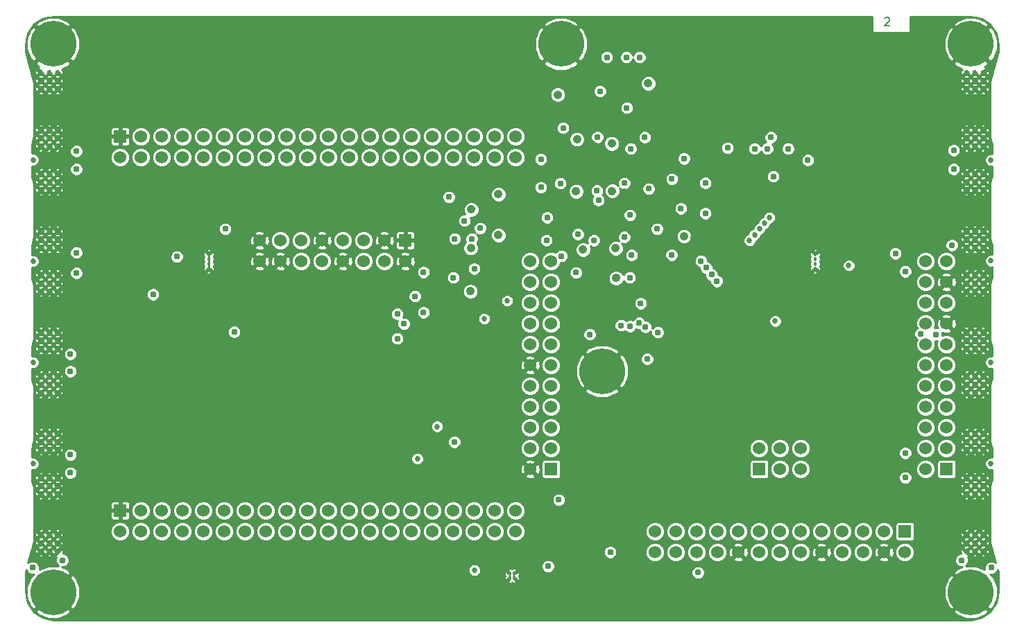
<source format=gbr>
G04 #@! TF.GenerationSoftware,KiCad,Pcbnew,6.0.10-86aedd382b~118~ubuntu22.04.1*
G04 #@! TF.CreationDate,2023-01-31T23:44:09-05:00*
G04 #@! TF.ProjectId,operacake,6f706572-6163-4616-9b65-2e6b69636164,rev?*
G04 #@! TF.SameCoordinates,Original*
G04 #@! TF.FileFunction,Copper,L2,Inr*
G04 #@! TF.FilePolarity,Positive*
%FSLAX46Y46*%
G04 Gerber Fmt 4.6, Leading zero omitted, Abs format (unit mm)*
G04 Created by KiCad (PCBNEW 6.0.10-86aedd382b~118~ubuntu22.04.1) date 2023-01-31 23:44:09*
%MOMM*%
%LPD*%
G01*
G04 APERTURE LIST*
%ADD10C,0.177800*%
G04 #@! TA.AperFunction,NonConductor*
%ADD11C,0.177800*%
G04 #@! TD*
G04 #@! TA.AperFunction,ComponentPad*
%ADD12C,5.600000*%
G04 #@! TD*
G04 #@! TA.AperFunction,ComponentPad*
%ADD13C,0.600000*%
G04 #@! TD*
G04 #@! TA.AperFunction,ComponentPad*
%ADD14R,1.524000X1.524000*%
G04 #@! TD*
G04 #@! TA.AperFunction,ComponentPad*
%ADD15C,1.524000*%
G04 #@! TD*
G04 #@! TA.AperFunction,ComponentPad*
%ADD16C,0.457200*%
G04 #@! TD*
G04 #@! TA.AperFunction,ViaPad*
%ADD17C,1.066800*%
G04 #@! TD*
G04 #@! TA.AperFunction,ViaPad*
%ADD18C,0.685800*%
G04 #@! TD*
G04 #@! TA.AperFunction,ViaPad*
%ADD19C,0.787400*%
G04 #@! TD*
G04 #@! TA.AperFunction,Conductor*
%ADD20C,0.279400*%
G04 #@! TD*
G04 #@! TA.AperFunction,Conductor*
%ADD21C,0.254000*%
G04 #@! TD*
G04 APERTURE END LIST*
D10*
D11*
X165509714Y-100840380D02*
X165558095Y-100792000D01*
X165654857Y-100743619D01*
X165896761Y-100743619D01*
X165993523Y-100792000D01*
X166041904Y-100840380D01*
X166090285Y-100937142D01*
X166090285Y-101033904D01*
X166041904Y-101179047D01*
X165461333Y-101759619D01*
X166090285Y-101759619D01*
D12*
G04 #@! TO.N,GND*
G04 #@! TO.C,MH1*
X64000000Y-104000000D03*
D13*
X64000000Y-101800000D03*
X61800000Y-104000000D03*
X64000000Y-106200000D03*
X66200000Y-104000000D03*
X65550000Y-102450000D03*
X62450000Y-102450000D03*
X62450000Y-105550000D03*
X65550000Y-105550000D03*
G04 #@! TD*
D12*
G04 #@! TO.N,GND*
G04 #@! TO.C,MH2*
X64000000Y-171000000D03*
D13*
X64000000Y-168800000D03*
X61800000Y-171000000D03*
X64000000Y-173200000D03*
X66200000Y-171000000D03*
X65550000Y-169450000D03*
X62450000Y-169450000D03*
X62450000Y-172550000D03*
X65550000Y-172550000D03*
G04 #@! TD*
D12*
G04 #@! TO.N,GND*
G04 #@! TO.C,MH3*
X176000000Y-171000000D03*
D13*
X176000000Y-168800000D03*
X173800000Y-171000000D03*
X176000000Y-173200000D03*
X178200000Y-171000000D03*
X177550000Y-169450000D03*
X174450000Y-169450000D03*
X174450000Y-172550000D03*
X177550000Y-172550000D03*
G04 #@! TD*
D12*
G04 #@! TO.N,GND*
G04 #@! TO.C,MH4*
X176000000Y-104000000D03*
D13*
X176000000Y-101800000D03*
X173800000Y-104000000D03*
X176000000Y-106200000D03*
X178200000Y-104000000D03*
X177550000Y-102450000D03*
X174450000Y-102450000D03*
X174450000Y-105550000D03*
X177550000Y-105550000D03*
G04 #@! TD*
D12*
G04 #@! TO.N,GND*
G04 #@! TO.C,MH5*
X126000000Y-104000000D03*
D13*
X126000000Y-101800000D03*
X123800000Y-104000000D03*
X126000000Y-106200000D03*
X128200000Y-104000000D03*
X127550000Y-102450000D03*
X124450000Y-102450000D03*
X124450000Y-105550000D03*
X127550000Y-105550000D03*
G04 #@! TD*
D12*
G04 #@! TO.N,GND*
G04 #@! TO.C,MH6*
X131000000Y-144000000D03*
D13*
X131000000Y-141800000D03*
X128800000Y-144000000D03*
X131000000Y-146200000D03*
X133200000Y-144000000D03*
X132550000Y-142450000D03*
X129450000Y-142450000D03*
X129450000Y-145550000D03*
X132550000Y-145550000D03*
G04 #@! TD*
D14*
G04 #@! TO.N,VCC*
G04 #@! TO.C,P1*
X150170000Y-155950000D03*
D15*
G04 #@! TO.N,/A0*
X150170000Y-153410000D03*
G04 #@! TO.N,VCC*
X152710000Y-155950000D03*
G04 #@! TO.N,/A1*
X152710000Y-153410000D03*
G04 #@! TO.N,VCC*
X155250000Y-155950000D03*
G04 #@! TO.N,/A2*
X155250000Y-153410000D03*
G04 #@! TD*
D14*
G04 #@! TO.N,GND*
G04 #@! TO.C,P9*
X106990000Y-128010000D03*
D15*
X106990000Y-130550000D03*
X104450000Y-128010000D03*
G04 #@! TO.N,Net-(P9-Pad4)*
X104450000Y-130550000D03*
G04 #@! TO.N,Net-(P9-Pad5)*
X101910000Y-128010000D03*
G04 #@! TO.N,Net-(P9-Pad6)*
X101910000Y-130550000D03*
G04 #@! TO.N,Net-(P9-Pad7)*
X99370000Y-128010000D03*
G04 #@! TO.N,GND*
X99370000Y-130550000D03*
X96830000Y-128010000D03*
G04 #@! TO.N,Net-(P9-Pad10)*
X96830000Y-130550000D03*
G04 #@! TO.N,Net-(P9-Pad11)*
X94290000Y-128010000D03*
G04 #@! TO.N,Net-(P9-Pad12)*
X94290000Y-130550000D03*
G04 #@! TO.N,Net-(P9-Pad13)*
X91750000Y-128010000D03*
G04 #@! TO.N,GND*
X91750000Y-130550000D03*
X89210000Y-128010000D03*
X89210000Y-130550000D03*
G04 #@! TD*
D14*
G04 #@! TO.N,Net-(P20-Pad1)*
G04 #@! TO.C,P20*
X173030000Y-155950000D03*
D15*
G04 #@! TO.N,Net-(P20-Pad2)*
X170490000Y-155950000D03*
G04 #@! TO.N,VCC*
X173030000Y-153410000D03*
G04 #@! TO.N,Net-(P20-Pad4)*
X170490000Y-153410000D03*
G04 #@! TO.N,/EXT_U1CTRL*
X173030000Y-150870000D03*
G04 #@! TO.N,Net-(P20-Pad6)*
X170490000Y-150870000D03*
G04 #@! TO.N,Net-(P20-Pad7)*
X173030000Y-148330000D03*
G04 #@! TO.N,Net-(P20-Pad8)*
X170490000Y-148330000D03*
G04 #@! TO.N,/EXT_U2CTRL0*
X173030000Y-145790000D03*
G04 #@! TO.N,/EXT_U2CTRL1*
X170490000Y-145790000D03*
G04 #@! TO.N,/EXT_U3CTRL0*
X173030000Y-143250000D03*
G04 #@! TO.N,/EXT_U3CTRL1*
X170490000Y-143250000D03*
G04 #@! TO.N,Net-(P20-Pad13)*
X173030000Y-140710000D03*
G04 #@! TO.N,Net-(P20-Pad14)*
X170490000Y-140710000D03*
G04 #@! TO.N,GND*
X173030000Y-138170000D03*
G04 #@! TO.N,Net-(P20-Pad16)*
X170490000Y-138170000D03*
G04 #@! TO.N,Net-(P20-Pad17)*
X173030000Y-135630000D03*
G04 #@! TO.N,Net-(P20-Pad18)*
X170490000Y-135630000D03*
G04 #@! TO.N,GND*
X173030000Y-133090000D03*
G04 #@! TO.N,Net-(P20-Pad20)*
X170490000Y-133090000D03*
G04 #@! TO.N,Net-(P20-Pad21)*
X173030000Y-130550000D03*
G04 #@! TO.N,Net-(P20-Pad22)*
X170490000Y-130550000D03*
G04 #@! TD*
D14*
G04 #@! TO.N,Net-(P22-Pad1)*
G04 #@! TO.C,P22*
X167950000Y-163570000D03*
D15*
G04 #@! TO.N,Net-(P22-Pad2)*
X167950000Y-166110000D03*
G04 #@! TO.N,Net-(P22-Pad3)*
X165410000Y-163570000D03*
G04 #@! TO.N,GND*
X165410000Y-166110000D03*
G04 #@! TO.N,Net-(P22-Pad5)*
X162870000Y-163570000D03*
G04 #@! TO.N,Net-(P22-Pad6)*
X162870000Y-166110000D03*
G04 #@! TO.N,Net-(P22-Pad7)*
X160330000Y-163570000D03*
G04 #@! TO.N,Net-(P22-Pad8)*
X160330000Y-166110000D03*
G04 #@! TO.N,Net-(P22-Pad9)*
X157790000Y-163570000D03*
G04 #@! TO.N,GND*
X157790000Y-166110000D03*
G04 #@! TO.N,VCC*
X155250000Y-163570000D03*
G04 #@! TO.N,Net-(P22-Pad12)*
X155250000Y-166110000D03*
G04 #@! TO.N,Net-(P22-Pad13)*
X152710000Y-163570000D03*
G04 #@! TO.N,Net-(P22-Pad14)*
X152710000Y-166110000D03*
G04 #@! TO.N,Net-(P22-Pad15)*
X150170000Y-163570000D03*
G04 #@! TO.N,Net-(P22-Pad16)*
X150170000Y-166110000D03*
G04 #@! TO.N,Net-(P22-Pad17)*
X147630000Y-163570000D03*
G04 #@! TO.N,GND*
X147630000Y-166110000D03*
G04 #@! TO.N,Net-(P22-Pad19)*
X145090000Y-163570000D03*
G04 #@! TO.N,Net-(P22-Pad20)*
X145090000Y-166110000D03*
G04 #@! TO.N,Net-(P22-Pad21)*
X142550000Y-163570000D03*
G04 #@! TO.N,Net-(P22-Pad22)*
X142550000Y-166110000D03*
G04 #@! TO.N,Net-(P22-Pad23)*
X140010000Y-163570000D03*
G04 #@! TO.N,/SDA*
X140010000Y-166110000D03*
G04 #@! TO.N,Net-(P22-Pad25)*
X137470000Y-163570000D03*
G04 #@! TO.N,/SCL*
X137470000Y-166110000D03*
G04 #@! TD*
D14*
G04 #@! TO.N,VCC*
G04 #@! TO.C,P28*
X124770000Y-155950000D03*
D15*
G04 #@! TO.N,GND*
X122230000Y-155950000D03*
G04 #@! TO.N,Net-(P28-Pad3)*
X124770000Y-153410000D03*
G04 #@! TO.N,Net-(P28-Pad4)*
X122230000Y-153410000D03*
G04 #@! TO.N,Net-(P28-Pad5)*
X124770000Y-150870000D03*
G04 #@! TO.N,Net-(P28-Pad6)*
X122230000Y-150870000D03*
G04 #@! TO.N,Net-(P28-Pad7)*
X124770000Y-148330000D03*
G04 #@! TO.N,Net-(P28-Pad8)*
X122230000Y-148330000D03*
G04 #@! TO.N,Net-(P28-Pad9)*
X124770000Y-145790000D03*
G04 #@! TO.N,Net-(P28-Pad10)*
X122230000Y-145790000D03*
G04 #@! TO.N,Net-(P28-Pad11)*
X124770000Y-143250000D03*
G04 #@! TO.N,GND*
X122230000Y-143250000D03*
G04 #@! TO.N,Net-(P28-Pad13)*
X124770000Y-140710000D03*
G04 #@! TO.N,Net-(P28-Pad14)*
X122230000Y-140710000D03*
G04 #@! TO.N,Net-(P28-Pad15)*
X124770000Y-138170000D03*
G04 #@! TO.N,Net-(P28-Pad16)*
X122230000Y-138170000D03*
G04 #@! TO.N,Net-(P28-Pad17)*
X124770000Y-135630000D03*
G04 #@! TO.N,Net-(P28-Pad18)*
X122230000Y-135630000D03*
G04 #@! TO.N,Net-(P28-Pad19)*
X124770000Y-133090000D03*
G04 #@! TO.N,Net-(P28-Pad20)*
X122230000Y-133090000D03*
G04 #@! TO.N,Net-(P28-Pad21)*
X124770000Y-130550000D03*
G04 #@! TO.N,Net-(P28-Pad22)*
X122230000Y-130550000D03*
G04 #@! TD*
D13*
G04 #@! TO.N,GND*
G04 #@! TO.C,PA0*
X64520000Y-164000000D03*
X64520000Y-165000000D03*
X64520000Y-166000000D03*
X63520000Y-164000000D03*
X63520000Y-165000000D03*
X63520000Y-166000000D03*
X62520000Y-164000000D03*
X62520000Y-165000000D03*
X62520000Y-166000000D03*
X64520000Y-159000000D03*
X64520000Y-158000000D03*
X64520000Y-157000000D03*
X63520000Y-159000000D03*
X63520000Y-158000000D03*
X63520000Y-157000000D03*
X62520000Y-159000000D03*
X62520000Y-158000000D03*
X62520000Y-157000000D03*
G04 #@! TD*
G04 #@! TO.N,GND*
G04 #@! TO.C,PA1*
X64520000Y-151625000D03*
X64520000Y-152625000D03*
X64520000Y-153625000D03*
X63520000Y-151625000D03*
X63520000Y-152625000D03*
X63520000Y-153625000D03*
X62520000Y-151625000D03*
X62520000Y-152625000D03*
X62520000Y-153625000D03*
X64520000Y-146625000D03*
X64520000Y-145625000D03*
X64520000Y-144625000D03*
X63520000Y-146625000D03*
X63520000Y-145625000D03*
X63520000Y-144625000D03*
X62520000Y-146625000D03*
X62520000Y-145625000D03*
X62520000Y-144625000D03*
G04 #@! TD*
G04 #@! TO.N,GND*
G04 #@! TO.C,PA2*
X64520000Y-139250000D03*
X64520000Y-140250000D03*
X64520000Y-141250000D03*
X63520000Y-139250000D03*
X63520000Y-140250000D03*
X63520000Y-141250000D03*
X62520000Y-139250000D03*
X62520000Y-140250000D03*
X62520000Y-141250000D03*
X64520000Y-134250000D03*
X64520000Y-133250000D03*
X64520000Y-132250000D03*
X63520000Y-134250000D03*
X63520000Y-133250000D03*
X63520000Y-132250000D03*
X62520000Y-134250000D03*
X62520000Y-133250000D03*
X62520000Y-132250000D03*
G04 #@! TD*
G04 #@! TO.N,GND*
G04 #@! TO.C,PA3*
X64520000Y-126875000D03*
X64520000Y-127875000D03*
X64520000Y-128875000D03*
X63520000Y-126875000D03*
X63520000Y-127875000D03*
X63520000Y-128875000D03*
X62520000Y-126875000D03*
X62520000Y-127875000D03*
X62520000Y-128875000D03*
X64520000Y-121875000D03*
X64520000Y-120875000D03*
X64520000Y-119875000D03*
X63520000Y-121875000D03*
X63520000Y-120875000D03*
X63520000Y-119875000D03*
X62520000Y-121875000D03*
X62520000Y-120875000D03*
X62520000Y-119875000D03*
G04 #@! TD*
G04 #@! TO.N,GND*
G04 #@! TO.C,PA4*
X64520000Y-114500000D03*
X64520000Y-115500000D03*
X64520000Y-116500000D03*
X63520000Y-114500000D03*
X63520000Y-115500000D03*
X63520000Y-116500000D03*
X62520000Y-114500000D03*
X62520000Y-115500000D03*
X62520000Y-116500000D03*
X64520000Y-109500000D03*
X64520000Y-108500000D03*
X64520000Y-107500000D03*
X63520000Y-109500000D03*
X63520000Y-108500000D03*
X63520000Y-107500000D03*
X62520000Y-109500000D03*
X62520000Y-108500000D03*
X62520000Y-107500000D03*
G04 #@! TD*
G04 #@! TO.N,GND*
G04 #@! TO.C,PB0*
X175480000Y-159000000D03*
X175480000Y-158000000D03*
X175480000Y-157000000D03*
X176480000Y-159000000D03*
X176480000Y-158000000D03*
X176480000Y-157000000D03*
X177480000Y-159000000D03*
X177480000Y-158000000D03*
X177480000Y-157000000D03*
X175480000Y-164000000D03*
X175480000Y-165000000D03*
X175480000Y-166000000D03*
X176480000Y-164000000D03*
X176480000Y-165000000D03*
X176480000Y-166000000D03*
X177480000Y-164000000D03*
X177480000Y-165000000D03*
X177480000Y-166000000D03*
G04 #@! TD*
G04 #@! TO.N,GND*
G04 #@! TO.C,PB1*
X175480000Y-146625000D03*
X175480000Y-145625000D03*
X175480000Y-144625000D03*
X176480000Y-146625000D03*
X176480000Y-145625000D03*
X176480000Y-144625000D03*
X177480000Y-146625000D03*
X177480000Y-145625000D03*
X177480000Y-144625000D03*
X175480000Y-151625000D03*
X175480000Y-152625000D03*
X175480000Y-153625000D03*
X176480000Y-151625000D03*
X176480000Y-152625000D03*
X176480000Y-153625000D03*
X177480000Y-151625000D03*
X177480000Y-152625000D03*
X177480000Y-153625000D03*
G04 #@! TD*
G04 #@! TO.N,GND*
G04 #@! TO.C,PB2*
X175480000Y-134250000D03*
X175480000Y-133250000D03*
X175480000Y-132250000D03*
X176480000Y-134250000D03*
X176480000Y-133250000D03*
X176480000Y-132250000D03*
X177480000Y-134250000D03*
X177480000Y-133250000D03*
X177480000Y-132250000D03*
X175480000Y-139250000D03*
X175480000Y-140250000D03*
X175480000Y-141250000D03*
X176480000Y-139250000D03*
X176480000Y-140250000D03*
X176480000Y-141250000D03*
X177480000Y-139250000D03*
X177480000Y-140250000D03*
X177480000Y-141250000D03*
G04 #@! TD*
G04 #@! TO.N,GND*
G04 #@! TO.C,PB3*
X175480000Y-121875000D03*
X175480000Y-120875000D03*
X175480000Y-119875000D03*
X176480000Y-121875000D03*
X176480000Y-120875000D03*
X176480000Y-119875000D03*
X177480000Y-121875000D03*
X177480000Y-120875000D03*
X177480000Y-119875000D03*
X175480000Y-126875000D03*
X175480000Y-127875000D03*
X175480000Y-128875000D03*
X176480000Y-126875000D03*
X176480000Y-127875000D03*
X176480000Y-128875000D03*
X177480000Y-126875000D03*
X177480000Y-127875000D03*
X177480000Y-128875000D03*
G04 #@! TD*
G04 #@! TO.N,GND*
G04 #@! TO.C,PB4*
X175480000Y-109500000D03*
X175480000Y-108500000D03*
X175480000Y-107500000D03*
X176480000Y-109500000D03*
X176480000Y-108500000D03*
X176480000Y-107500000D03*
X177480000Y-109500000D03*
X177480000Y-108500000D03*
X177480000Y-107500000D03*
X175480000Y-114500000D03*
X175480000Y-115500000D03*
X175480000Y-116500000D03*
X176480000Y-114500000D03*
X176480000Y-115500000D03*
X176480000Y-116500000D03*
X177480000Y-114500000D03*
X177480000Y-115500000D03*
X177480000Y-116500000D03*
G04 #@! TD*
D16*
G04 #@! TO.N,GND*
G04 #@! TO.C,U1*
X120250000Y-169250000D03*
X119750000Y-169250000D03*
X119750000Y-168750000D03*
X120250000Y-168750000D03*
G04 #@! TD*
G04 #@! TO.N,GND*
G04 #@! TO.C,U2*
X83000000Y-130262500D03*
X83000000Y-129662500D03*
X83000000Y-130862500D03*
X83000000Y-131462500D03*
G04 #@! TD*
G04 #@! TO.N,GND*
G04 #@! TO.C,U3*
X157000000Y-130862500D03*
X157000000Y-131462500D03*
X157000000Y-130262500D03*
X157000000Y-129662500D03*
G04 #@! TD*
D14*
G04 #@! TO.N,GND*
G04 #@! TO.C,J1*
X72192000Y-115310000D03*
D15*
G04 #@! TO.N,VCC*
X72192000Y-117850000D03*
G04 #@! TO.N,Net-(J1-Pad3)*
X74732000Y-115310000D03*
G04 #@! TO.N,Net-(J1-Pad4)*
X74732000Y-117850000D03*
G04 #@! TO.N,Net-(J1-Pad5)*
X77272000Y-115310000D03*
G04 #@! TO.N,Net-(J1-Pad6)*
X77272000Y-117850000D03*
G04 #@! TO.N,Net-(J1-Pad7)*
X79812000Y-115310000D03*
G04 #@! TO.N,Net-(J1-Pad8)*
X79812000Y-117850000D03*
G04 #@! TO.N,Net-(J1-Pad9)*
X82352000Y-115310000D03*
G04 #@! TO.N,Net-(J1-Pad10)*
X82352000Y-117850000D03*
G04 #@! TO.N,Net-(J1-Pad11)*
X84892000Y-115310000D03*
G04 #@! TO.N,Net-(J1-Pad12)*
X84892000Y-117850000D03*
G04 #@! TO.N,Net-(J1-Pad13)*
X87432000Y-115310000D03*
G04 #@! TO.N,Net-(J1-Pad14)*
X87432000Y-117850000D03*
G04 #@! TO.N,Net-(J1-Pad15)*
X89972000Y-115310000D03*
G04 #@! TO.N,Net-(J1-Pad16)*
X89972000Y-117850000D03*
G04 #@! TO.N,Net-(J1-Pad17)*
X92512000Y-115310000D03*
G04 #@! TO.N,Net-(J1-Pad18)*
X92512000Y-117850000D03*
G04 #@! TO.N,Net-(J1-Pad19)*
X95052000Y-115310000D03*
G04 #@! TO.N,Net-(J1-Pad20)*
X95052000Y-117850000D03*
G04 #@! TO.N,Net-(J1-Pad21)*
X97592000Y-115310000D03*
G04 #@! TO.N,Net-(J1-Pad22)*
X97592000Y-117850000D03*
G04 #@! TO.N,Net-(J1-Pad23)*
X100132000Y-115310000D03*
G04 #@! TO.N,Net-(J1-Pad24)*
X100132000Y-117850000D03*
G04 #@! TO.N,Net-(J1-Pad25)*
X102672000Y-115310000D03*
G04 #@! TO.N,Net-(J1-Pad26)*
X102672000Y-117850000D03*
G04 #@! TO.N,Net-(J1-Pad27)*
X105212000Y-115310000D03*
G04 #@! TO.N,Net-(J1-Pad28)*
X105212000Y-117850000D03*
G04 #@! TO.N,Net-(J1-Pad29)*
X107752000Y-115310000D03*
G04 #@! TO.N,Net-(J1-Pad30)*
X107752000Y-117850000D03*
G04 #@! TO.N,Net-(J1-Pad31)*
X110292000Y-115310000D03*
G04 #@! TO.N,Net-(J1-Pad32)*
X110292000Y-117850000D03*
G04 #@! TO.N,Net-(J1-Pad33)*
X112832000Y-115310000D03*
G04 #@! TO.N,Net-(J1-Pad34)*
X112832000Y-117850000D03*
G04 #@! TO.N,Net-(J1-Pad35)*
X115372000Y-115310000D03*
G04 #@! TO.N,Net-(J1-Pad36)*
X115372000Y-117850000D03*
G04 #@! TO.N,Net-(J1-Pad37)*
X117912000Y-115310000D03*
G04 #@! TO.N,Net-(J1-Pad38)*
X117912000Y-117850000D03*
G04 #@! TO.N,Net-(J1-Pad39)*
X120452000Y-115310000D03*
G04 #@! TO.N,Net-(J1-Pad40)*
X120452000Y-117850000D03*
G04 #@! TD*
D14*
G04 #@! TO.N,GND*
G04 #@! TO.C,J2*
X72192000Y-161030000D03*
D15*
G04 #@! TO.N,Net-(J2-Pad2)*
X72192000Y-163570000D03*
G04 #@! TO.N,Net-(J2-Pad3)*
X74732000Y-161030000D03*
G04 #@! TO.N,Net-(J2-Pad4)*
X74732000Y-163570000D03*
G04 #@! TO.N,Net-(J2-Pad5)*
X77272000Y-161030000D03*
G04 #@! TO.N,/EXT_U1CTRL*
X77272000Y-163570000D03*
G04 #@! TO.N,/EXT_U3CTRL0*
X79812000Y-161030000D03*
G04 #@! TO.N,/EXT_U3CTRL1*
X79812000Y-163570000D03*
G04 #@! TO.N,/EXT_U2CTRL0*
X82352000Y-161030000D03*
G04 #@! TO.N,/EXT_U2CTRL1*
X82352000Y-163570000D03*
G04 #@! TO.N,Net-(J2-Pad11)*
X84892000Y-161030000D03*
G04 #@! TO.N,Net-(J2-Pad12)*
X84892000Y-163570000D03*
G04 #@! TO.N,Net-(J2-Pad13)*
X87432000Y-161030000D03*
G04 #@! TO.N,Net-(J2-Pad14)*
X87432000Y-163570000D03*
G04 #@! TO.N,Net-(J2-Pad15)*
X89972000Y-161030000D03*
G04 #@! TO.N,Net-(J2-Pad16)*
X89972000Y-163570000D03*
G04 #@! TO.N,Net-(J2-Pad17)*
X92512000Y-161030000D03*
G04 #@! TO.N,Net-(J2-Pad18)*
X92512000Y-163570000D03*
G04 #@! TO.N,Net-(J2-Pad19)*
X95052000Y-161030000D03*
G04 #@! TO.N,Net-(J2-Pad20)*
X95052000Y-163570000D03*
G04 #@! TO.N,Net-(J2-Pad21)*
X97592000Y-161030000D03*
G04 #@! TO.N,Net-(J2-Pad22)*
X97592000Y-163570000D03*
G04 #@! TO.N,Net-(J2-Pad23)*
X100132000Y-161030000D03*
G04 #@! TO.N,Net-(J2-Pad24)*
X100132000Y-163570000D03*
G04 #@! TO.N,Net-(J2-Pad25)*
X102672000Y-161030000D03*
G04 #@! TO.N,Net-(J2-Pad26)*
X102672000Y-163570000D03*
G04 #@! TO.N,Net-(J2-Pad27)*
X105212000Y-161030000D03*
G04 #@! TO.N,Net-(J2-Pad28)*
X105212000Y-163570000D03*
G04 #@! TO.N,Net-(J2-Pad29)*
X107752000Y-161030000D03*
G04 #@! TO.N,Net-(J2-Pad30)*
X107752000Y-163570000D03*
G04 #@! TO.N,Net-(J2-Pad31)*
X110292000Y-161030000D03*
G04 #@! TO.N,Net-(J2-Pad32)*
X110292000Y-163570000D03*
G04 #@! TO.N,Net-(J2-Pad33)*
X112832000Y-161030000D03*
G04 #@! TO.N,Net-(J2-Pad34)*
X112832000Y-163570000D03*
G04 #@! TO.N,Net-(J2-Pad35)*
X115372000Y-161030000D03*
G04 #@! TO.N,Net-(J2-Pad36)*
X115372000Y-163570000D03*
G04 #@! TO.N,Net-(J2-Pad37)*
X117912000Y-161030000D03*
G04 #@! TO.N,Net-(J2-Pad38)*
X117912000Y-163570000D03*
G04 #@! TO.N,/SDA*
X120452000Y-161030000D03*
G04 #@! TO.N,/SCL*
X120452000Y-163570000D03*
G04 #@! TD*
D17*
G04 #@! TO.N,GND*
X130652520Y-129113280D03*
X159623760Y-133380480D03*
X155006040Y-127863600D03*
X154183080Y-133426200D03*
X122428000Y-167050720D03*
X117546120Y-166938960D03*
X112768380Y-136154160D03*
X113878360Y-130962400D03*
X115046760Y-122392440D03*
X127342900Y-129204720D03*
X125674120Y-122915680D03*
X133741160Y-122128280D03*
X130286760Y-116593620D03*
X130276600Y-119171720D03*
X125547120Y-111579660D03*
X137822940Y-106649520D03*
X125925580Y-115968780D03*
X126100840Y-119141240D03*
X160680400Y-129082800D03*
X142234920Y-127662940D03*
X130540760Y-111693960D03*
X127086360Y-111328200D03*
X132918200Y-110769400D03*
X128549400Y-108026200D03*
X86817200Y-128041400D03*
X79603600Y-127914400D03*
X79298800Y-133070600D03*
X85293200Y-134188200D03*
X123002359Y-169523597D03*
X120000000Y-166000000D03*
X120000000Y-172000000D03*
X117000000Y-169528703D03*
X149200000Y-119100000D03*
D18*
X128100000Y-137700000D03*
D17*
X119536777Y-123975619D03*
X127300000Y-125100000D03*
X119536777Y-128975619D03*
X119536777Y-133275619D03*
X131300000Y-125100000D03*
X139200000Y-136900000D03*
D19*
X149000000Y-148800000D03*
D17*
X69100000Y-109900000D03*
X69100000Y-122300000D03*
X69100000Y-134600000D03*
X69100000Y-147000000D03*
X69100000Y-159400000D03*
X170900000Y-159400000D03*
X165900000Y-147400000D03*
X165900000Y-134700000D03*
X170900000Y-122300000D03*
X170900000Y-109900000D03*
X131046220Y-132532120D03*
G04 #@! TO.N,VCC*
X114929920Y-134223760D03*
X114993420Y-128945640D03*
X115023900Y-124228860D03*
X128671320Y-129128520D03*
X127833120Y-122011440D03*
X132227320Y-121970800D03*
X132184140Y-116166900D03*
X125592840Y-110215680D03*
X136634220Y-108821220D03*
X127947420Y-115648740D03*
X132648960Y-128976120D03*
X132702300Y-132623560D03*
X141000480Y-127502920D03*
D19*
X61500000Y-168000000D03*
X178500000Y-168000000D03*
D18*
X116600000Y-137600000D03*
D19*
X136700000Y-121700000D03*
X124300000Y-125200000D03*
X131570000Y-105623600D03*
X135570000Y-105623600D03*
D17*
X118336777Y-122375619D03*
X118336777Y-127375619D03*
D19*
X129500000Y-139500000D03*
X132000000Y-166100000D03*
X142700000Y-168600000D03*
D18*
G04 #@! TO.N,Net-(DA0-Pad1)*
X108458000Y-154686000D03*
D19*
X65150000Y-167100000D03*
G04 #@! TO.N,/U2V3*
X86100004Y-139200000D03*
D18*
X61550000Y-155300000D03*
D19*
X124200000Y-128000000D03*
G04 #@! TO.N,Net-(DAG1-Pad1)*
X66100000Y-141900000D03*
X109200000Y-136800000D03*
X66850000Y-117100000D03*
X112836777Y-132552290D03*
X66850000Y-129500000D03*
X106800000Y-138200000D03*
X66100000Y-154200000D03*
G04 #@! TO.N,/U2V1*
X125902720Y-121033540D03*
X76200000Y-134599996D03*
D18*
X61550000Y-142900000D03*
D19*
G04 #@! TO.N,/U2V2*
X126227840Y-114259360D03*
X123520200Y-121513600D03*
X123520200Y-118084600D03*
X79100000Y-130000000D03*
D18*
X61550000Y-130550000D03*
G04 #@! TO.N,/U2V4*
X61550000Y-118150000D03*
D19*
X85000000Y-126599986D03*
G04 #@! TO.N,Net-(DAY1-Pad1)*
X66850000Y-132000000D03*
X108158000Y-134842000D03*
X66850000Y-119300000D03*
X109200000Y-131893440D03*
X106000000Y-137000000D03*
X66100000Y-144000000D03*
X106000000Y-140000000D03*
X66100000Y-156400000D03*
G04 #@! TO.N,Net-(DB0-Pad1)*
X136500000Y-142500000D03*
X174850000Y-167100000D03*
D18*
G04 #@! TO.N,/U3V3*
X178450000Y-118200000D03*
D19*
X156100000Y-118200000D03*
G04 #@! TO.N,Net-(DBG1-Pad1)*
X168000000Y-154000000D03*
X171700000Y-139500000D03*
X173700000Y-128600000D03*
X112300000Y-122700000D03*
X173900000Y-117000000D03*
G04 #@! TO.N,/U3V1*
X151600000Y-115400000D03*
X136200000Y-115400000D03*
X130425400Y-115382200D03*
D18*
X178450000Y-130500000D03*
D19*
X166800000Y-129600000D03*
G04 #@! TO.N,/U3V2*
X151900000Y-120200000D03*
X141000000Y-118000000D03*
X130547710Y-123100000D03*
D18*
X161096960Y-131084320D03*
X178450000Y-142900000D03*
G04 #@! TO.N,/U3V4*
X152127904Y-137872076D03*
D19*
X130000000Y-128000000D03*
D18*
X178450000Y-155300000D03*
D19*
G04 #@! TO.N,Net-(DBY1-Pad1)*
X134500000Y-116800000D03*
X114198400Y-125603000D03*
X169875002Y-139425000D03*
X146300000Y-116700000D03*
X168000000Y-157000000D03*
X149596497Y-116800000D03*
X151157496Y-116800000D03*
X168000000Y-131800000D03*
X153700000Y-116800000D03*
X173900000Y-119300000D03*
G04 #@! TO.N,/EXT_U3CTRL1*
X143704580Y-131348520D03*
D18*
X150200000Y-126600000D03*
D19*
G04 #@! TO.N,/EXT_U2CTRL1*
X145000000Y-133000000D03*
D18*
X149000000Y-128000000D03*
D19*
G04 #@! TO.N,/EXT_U3CTRL0*
X143056870Y-130526887D03*
D18*
X150800000Y-125900000D03*
G04 #@! TO.N,/EXT_U2CTRL0*
X149600000Y-127300000D03*
D19*
X144352290Y-132184023D03*
G04 #@! TO.N,/EXT_U1CTRL*
X143600000Y-124700000D03*
D18*
X151400000Y-125200000D03*
D19*
G04 #@! TO.N,/SDA*
X125700000Y-159700000D03*
X134400000Y-138500000D03*
G04 #@! TO.N,/SCL*
X133300000Y-138400000D03*
G04 #@! TO.N,/A0*
X135500000Y-138100000D03*
G04 #@! TO.N,/A1*
X135700000Y-135700000D03*
G04 #@! TO.N,/A2*
X136300000Y-138600000D03*
G04 #@! TO.N,Net-(R1-Pad2)*
X113000000Y-127800000D03*
X115100000Y-127800000D03*
G04 #@! TO.N,/!LED_EN*
X137800000Y-139247710D03*
G04 #@! TO.N,/!RESET*
X134375000Y-132559674D03*
G04 #@! TO.N,/!OE*
X139491720Y-129783840D03*
X134600000Y-129800000D03*
G04 #@! TO.N,/U2CTRL1*
X133700000Y-127600000D03*
X140600000Y-124100000D03*
G04 #@! TO.N,/U2CTRL0*
X126034800Y-129936240D03*
X128031240Y-127254000D03*
X127814001Y-131942523D03*
G04 #@! TO.N,/U3CTRL1*
X134010400Y-111810800D03*
X130743960Y-109773720D03*
X133970000Y-105623600D03*
G04 #@! TO.N,/U3CTRL0*
X133715760Y-121013220D03*
X139500000Y-120500000D03*
X134400000Y-124900000D03*
X130360309Y-121933122D03*
D18*
G04 #@! TO.N,/U1CTRL*
X119400000Y-135400000D03*
D19*
X143600000Y-121000000D03*
X137700000Y-126600000D03*
G04 #@! TO.N,/U1VC1*
X124404120Y-167830500D03*
D18*
X110871000Y-150749000D03*
D19*
X116128800Y-126517400D03*
X115392200Y-131470400D03*
G04 #@! TO.N,/U1VC2*
X112974120Y-152643840D03*
D18*
X115427760Y-168325800D03*
G04 #@! TD*
D20*
G04 #@! TO.N,GND*
X83000000Y-129662500D02*
X83000000Y-130262500D01*
X83000000Y-130262500D02*
X83000000Y-130862500D01*
X83000000Y-130862500D02*
X83000000Y-131462500D01*
X83000000Y-131462500D02*
X83617500Y-132080000D01*
X83617500Y-132080000D02*
X87680000Y-132080000D01*
X87680000Y-132080000D02*
X89210000Y-130550000D01*
G04 #@! TD*
G04 #@! TO.N,GND*
D21*
X163973000Y-102500000D02*
X163983006Y-102549410D01*
X164011447Y-102591035D01*
X164053841Y-102618315D01*
X164100000Y-102627000D01*
X164884391Y-102627000D01*
X164884391Y-102633500D01*
X166715610Y-102633500D01*
X166715610Y-102627000D01*
X168500000Y-102627000D01*
X168549410Y-102616994D01*
X168591035Y-102588553D01*
X168618315Y-102546159D01*
X168627000Y-102500000D01*
X168627000Y-101658321D01*
X173837926Y-101658321D01*
X176000000Y-103820395D01*
X178162074Y-101658321D01*
X177832636Y-101261527D01*
X176645167Y-100768662D01*
X175359477Y-100767739D01*
X174171301Y-101258897D01*
X174167364Y-101261527D01*
X173837926Y-101658321D01*
X168627000Y-101658321D01*
X168627000Y-100622300D01*
X175938707Y-100622300D01*
X177287927Y-100890677D01*
X178379775Y-101620227D01*
X179109324Y-102712075D01*
X179377700Y-104061293D01*
X179377700Y-104916879D01*
X178379517Y-108586669D01*
X178373807Y-108669027D01*
X178357700Y-108750000D01*
X178357700Y-115250000D01*
X178373695Y-115330410D01*
X178379213Y-115412212D01*
X178627700Y-116332531D01*
X178627700Y-117434955D01*
X178604773Y-117425435D01*
X178296579Y-117425166D01*
X178011741Y-117542859D01*
X177793624Y-117760595D01*
X177675435Y-118045227D01*
X177675166Y-118353421D01*
X177792859Y-118638259D01*
X178010595Y-118856376D01*
X178295227Y-118974565D01*
X178603421Y-118974834D01*
X178627700Y-118964802D01*
X178627700Y-120042469D01*
X178379213Y-120962788D01*
X178373695Y-121044590D01*
X178357700Y-121125000D01*
X178357700Y-127625000D01*
X178373695Y-127705410D01*
X178379213Y-127787212D01*
X178627700Y-128707531D01*
X178627700Y-129734955D01*
X178604773Y-129725435D01*
X178296579Y-129725166D01*
X178011741Y-129842859D01*
X177793624Y-130060595D01*
X177675435Y-130345227D01*
X177675166Y-130653421D01*
X177792859Y-130938259D01*
X178010595Y-131156376D01*
X178295227Y-131274565D01*
X178603421Y-131274834D01*
X178627700Y-131264802D01*
X178627700Y-132417469D01*
X178379213Y-133337788D01*
X178373695Y-133419590D01*
X178357700Y-133500000D01*
X178357700Y-140000000D01*
X178373695Y-140080410D01*
X178379213Y-140162212D01*
X178627700Y-141082531D01*
X178627700Y-142134955D01*
X178604773Y-142125435D01*
X178296579Y-142125166D01*
X178011741Y-142242859D01*
X177793624Y-142460595D01*
X177675435Y-142745227D01*
X177675166Y-143053421D01*
X177792859Y-143338259D01*
X178010595Y-143556376D01*
X178295227Y-143674565D01*
X178603421Y-143674834D01*
X178627700Y-143664802D01*
X178627700Y-144792469D01*
X178379213Y-145712788D01*
X178373695Y-145794590D01*
X178357700Y-145875000D01*
X178357700Y-152375000D01*
X178373695Y-152455410D01*
X178379213Y-152537212D01*
X178627700Y-153457531D01*
X178627700Y-154534955D01*
X178604773Y-154525435D01*
X178296579Y-154525166D01*
X178011741Y-154642859D01*
X177793624Y-154860595D01*
X177675435Y-155145227D01*
X177675166Y-155453421D01*
X177792859Y-155738259D01*
X178010595Y-155956376D01*
X178295227Y-156074565D01*
X178603421Y-156074834D01*
X178627700Y-156064802D01*
X178627700Y-157167469D01*
X178379213Y-158087788D01*
X178373695Y-158169590D01*
X178357700Y-158250000D01*
X178357700Y-164750000D01*
X178373807Y-164830973D01*
X178379517Y-164913331D01*
X179051557Y-167384067D01*
X178968219Y-167300583D01*
X178664923Y-167174643D01*
X178336518Y-167174357D01*
X178033002Y-167299767D01*
X177800583Y-167531781D01*
X177674643Y-167835077D01*
X177674357Y-168163482D01*
X177690491Y-168202529D01*
X176645167Y-167768662D01*
X175359477Y-167767739D01*
X175342532Y-167774744D01*
X175549417Y-167568219D01*
X175675357Y-167264923D01*
X175675643Y-166936518D01*
X175587796Y-166723913D01*
X175720454Y-166706330D01*
X175809423Y-166669478D01*
X175832438Y-166532043D01*
X176127562Y-166532043D01*
X176150577Y-166669478D01*
X176431850Y-166744582D01*
X176720454Y-166706330D01*
X176809423Y-166669478D01*
X176832438Y-166532043D01*
X177127562Y-166532043D01*
X177150577Y-166669478D01*
X177431850Y-166744582D01*
X177720454Y-166706330D01*
X177809423Y-166669478D01*
X177832438Y-166532043D01*
X177480000Y-166179605D01*
X177127562Y-166532043D01*
X176832438Y-166532043D01*
X176480000Y-166179605D01*
X176127562Y-166532043D01*
X175832438Y-166532043D01*
X175480000Y-166179605D01*
X175465858Y-166193748D01*
X175286253Y-166014143D01*
X175300395Y-166000000D01*
X175659605Y-166000000D01*
X175754359Y-166094754D01*
X175773670Y-166240454D01*
X175810522Y-166329423D01*
X175947957Y-166352438D01*
X175980000Y-166320395D01*
X176012043Y-166352438D01*
X176149478Y-166329423D01*
X176214505Y-166085890D01*
X176300395Y-166000000D01*
X176659605Y-166000000D01*
X176754359Y-166094754D01*
X176773670Y-166240454D01*
X176810522Y-166329423D01*
X176947957Y-166352438D01*
X176980000Y-166320395D01*
X177012043Y-166352438D01*
X177149478Y-166329423D01*
X177214505Y-166085890D01*
X177300395Y-166000000D01*
X177659605Y-166000000D01*
X178012043Y-166352438D01*
X178149478Y-166329423D01*
X178224582Y-166048150D01*
X178186330Y-165759546D01*
X178149478Y-165670577D01*
X178012043Y-165647562D01*
X177659605Y-166000000D01*
X177300395Y-166000000D01*
X177205641Y-165905246D01*
X177186330Y-165759546D01*
X177149478Y-165670577D01*
X177012043Y-165647562D01*
X176980000Y-165679605D01*
X176947957Y-165647562D01*
X176810522Y-165670577D01*
X176745495Y-165914110D01*
X176659605Y-166000000D01*
X176300395Y-166000000D01*
X176205641Y-165905246D01*
X176186330Y-165759546D01*
X176149478Y-165670577D01*
X176012043Y-165647562D01*
X175980000Y-165679605D01*
X175947957Y-165647562D01*
X175810522Y-165670577D01*
X175745495Y-165914110D01*
X175659605Y-166000000D01*
X175300395Y-166000000D01*
X174947957Y-165647562D01*
X174810522Y-165670577D01*
X174735418Y-165951850D01*
X174773670Y-166240454D01*
X174787750Y-166274445D01*
X174686518Y-166274357D01*
X174383002Y-166399767D01*
X174150583Y-166631781D01*
X174024643Y-166935077D01*
X174024357Y-167263482D01*
X174149767Y-167566998D01*
X174381781Y-167799417D01*
X174685077Y-167925357D01*
X174977562Y-167925612D01*
X174171301Y-168258897D01*
X174167364Y-168261527D01*
X173837926Y-168658321D01*
X176000000Y-170820395D01*
X176014143Y-170806253D01*
X176193748Y-170985858D01*
X176179605Y-171000000D01*
X178341679Y-173162074D01*
X178738473Y-172832636D01*
X179231338Y-171645167D01*
X179232261Y-170359477D01*
X178741103Y-169171301D01*
X178738473Y-169167364D01*
X178341681Y-168837927D01*
X178354234Y-168825374D01*
X178663482Y-168825643D01*
X178966998Y-168700233D01*
X179199417Y-168468219D01*
X179288254Y-168254276D01*
X179377700Y-168583121D01*
X179377700Y-170938707D01*
X179109324Y-172287925D01*
X178379775Y-173379773D01*
X177287927Y-174109323D01*
X175938707Y-174377700D01*
X64061293Y-174377700D01*
X62712075Y-174109324D01*
X61620227Y-173379775D01*
X61594773Y-173341679D01*
X61837926Y-173341679D01*
X62167364Y-173738473D01*
X63354833Y-174231338D01*
X64640523Y-174232261D01*
X65828699Y-173741103D01*
X65832636Y-173738473D01*
X66162074Y-173341679D01*
X173837926Y-173341679D01*
X174167364Y-173738473D01*
X175354833Y-174231338D01*
X176640523Y-174232261D01*
X177828699Y-173741103D01*
X177832636Y-173738473D01*
X178162074Y-173341679D01*
X176000000Y-171179605D01*
X173837926Y-173341679D01*
X66162074Y-173341679D01*
X64000000Y-171179605D01*
X61837926Y-173341679D01*
X61594773Y-173341679D01*
X60890677Y-172287927D01*
X60622300Y-170938707D01*
X60622300Y-168583121D01*
X60711796Y-168254092D01*
X60799767Y-168466998D01*
X61031781Y-168699417D01*
X61335077Y-168825357D01*
X61646020Y-168825628D01*
X61658319Y-168837927D01*
X61261527Y-169167364D01*
X60768662Y-170354833D01*
X60767739Y-171640523D01*
X61258897Y-172828699D01*
X61261527Y-172832636D01*
X61658321Y-173162074D01*
X63820395Y-171000000D01*
X64179605Y-171000000D01*
X66341679Y-173162074D01*
X66738473Y-172832636D01*
X67231338Y-171645167D01*
X67231341Y-171640523D01*
X172767739Y-171640523D01*
X173258897Y-172828699D01*
X173261527Y-172832636D01*
X173658321Y-173162074D01*
X175820395Y-171000000D01*
X173658321Y-168837926D01*
X173261527Y-169167364D01*
X172768662Y-170354833D01*
X172767739Y-171640523D01*
X67231341Y-171640523D01*
X67232261Y-170359477D01*
X66741103Y-169171301D01*
X66738473Y-169167364D01*
X66341679Y-168837926D01*
X64179605Y-171000000D01*
X63820395Y-171000000D01*
X63806253Y-170985858D01*
X63985858Y-170806253D01*
X64000000Y-170820395D01*
X66162074Y-168658321D01*
X66013377Y-168479221D01*
X114652926Y-168479221D01*
X114770619Y-168764059D01*
X114988355Y-168982176D01*
X115272987Y-169100365D01*
X115581181Y-169100634D01*
X115866019Y-168982941D01*
X116084136Y-168765205D01*
X116108622Y-168706235D01*
X119078085Y-168706235D01*
X119112484Y-168966697D01*
X119130518Y-169010235D01*
X119078085Y-169206235D01*
X119112484Y-169466697D01*
X119145980Y-169547564D01*
X119277643Y-169560713D01*
X119477603Y-169360753D01*
X119602919Y-169394277D01*
X119612484Y-169466697D01*
X119636637Y-169525008D01*
X119439287Y-169722357D01*
X119452436Y-169854020D01*
X119706235Y-169921915D01*
X119966697Y-169887516D01*
X120010235Y-169869482D01*
X120206235Y-169921915D01*
X120466697Y-169887516D01*
X120547564Y-169854020D01*
X120560713Y-169722357D01*
X120360753Y-169522397D01*
X120394277Y-169397081D01*
X120466697Y-169387516D01*
X120525008Y-169363363D01*
X120722357Y-169560713D01*
X120854020Y-169547564D01*
X120921915Y-169293765D01*
X120887516Y-169033303D01*
X120869482Y-168989765D01*
X120921915Y-168793765D01*
X120917916Y-168763482D01*
X141874357Y-168763482D01*
X141999767Y-169066998D01*
X142231781Y-169299417D01*
X142535077Y-169425357D01*
X142863482Y-169425643D01*
X143166998Y-169300233D01*
X143399417Y-169068219D01*
X143525357Y-168764923D01*
X143525643Y-168436518D01*
X143400233Y-168133002D01*
X143168219Y-167900583D01*
X142864923Y-167774643D01*
X142536518Y-167774357D01*
X142233002Y-167899767D01*
X142000583Y-168131781D01*
X141874643Y-168435077D01*
X141874357Y-168763482D01*
X120917916Y-168763482D01*
X120887516Y-168533303D01*
X120854020Y-168452436D01*
X120722357Y-168439287D01*
X120522397Y-168639247D01*
X120397081Y-168605723D01*
X120387516Y-168533303D01*
X120363363Y-168474992D01*
X120560713Y-168277643D01*
X120547564Y-168145980D01*
X120293765Y-168078085D01*
X120033303Y-168112484D01*
X119989765Y-168130518D01*
X119793765Y-168078085D01*
X119533303Y-168112484D01*
X119452436Y-168145980D01*
X119439287Y-168277643D01*
X119639247Y-168477603D01*
X119605723Y-168602919D01*
X119533303Y-168612484D01*
X119474992Y-168636637D01*
X119277643Y-168439287D01*
X119145980Y-168452436D01*
X119078085Y-168706235D01*
X116108622Y-168706235D01*
X116202325Y-168480573D01*
X116202594Y-168172379D01*
X116128882Y-167993982D01*
X123578477Y-167993982D01*
X123703887Y-168297498D01*
X123935901Y-168529917D01*
X124239197Y-168655857D01*
X124567602Y-168656143D01*
X124871118Y-168530733D01*
X125103537Y-168298719D01*
X125229477Y-167995423D01*
X125229763Y-167667018D01*
X125104353Y-167363502D01*
X124872339Y-167131083D01*
X124569043Y-167005143D01*
X124240638Y-167004857D01*
X123937122Y-167130267D01*
X123704703Y-167362281D01*
X123578763Y-167665577D01*
X123578477Y-167993982D01*
X116128882Y-167993982D01*
X116084901Y-167887541D01*
X115867165Y-167669424D01*
X115582533Y-167551235D01*
X115274339Y-167550966D01*
X114989501Y-167668659D01*
X114771384Y-167886395D01*
X114653195Y-168171027D01*
X114652926Y-168479221D01*
X66013377Y-168479221D01*
X65832636Y-168261527D01*
X65022774Y-167925390D01*
X65313482Y-167925643D01*
X65616998Y-167800233D01*
X65849417Y-167568219D01*
X65975357Y-167264923D01*
X65975643Y-166936518D01*
X65850233Y-166633002D01*
X65618219Y-166400583D01*
X65314923Y-166274643D01*
X65204131Y-166274547D01*
X65207085Y-166263482D01*
X131174357Y-166263482D01*
X131299767Y-166566998D01*
X131531781Y-166799417D01*
X131835077Y-166925357D01*
X132163482Y-166925643D01*
X132466998Y-166800233D01*
X132699417Y-166568219D01*
X132791516Y-166346420D01*
X136275993Y-166346420D01*
X136457355Y-166785350D01*
X136792884Y-167121464D01*
X137231497Y-167303592D01*
X137706420Y-167304007D01*
X138145350Y-167122645D01*
X138481464Y-166787116D01*
X138663592Y-166348503D01*
X138663593Y-166346420D01*
X138815993Y-166346420D01*
X138997355Y-166785350D01*
X139332884Y-167121464D01*
X139771497Y-167303592D01*
X140246420Y-167304007D01*
X140685350Y-167122645D01*
X141021464Y-166787116D01*
X141203592Y-166348503D01*
X141203593Y-166346420D01*
X141355993Y-166346420D01*
X141537355Y-166785350D01*
X141872884Y-167121464D01*
X142311497Y-167303592D01*
X142786420Y-167304007D01*
X143225350Y-167122645D01*
X143561464Y-166787116D01*
X143743592Y-166348503D01*
X143743593Y-166346420D01*
X143895993Y-166346420D01*
X144077355Y-166785350D01*
X144412884Y-167121464D01*
X144851497Y-167303592D01*
X145326420Y-167304007D01*
X145765350Y-167122645D01*
X145909250Y-166978995D01*
X146940610Y-166978995D01*
X147021205Y-167163999D01*
X147470895Y-167316744D01*
X147944807Y-167285774D01*
X148238795Y-167163999D01*
X148319390Y-166978995D01*
X147630000Y-166289605D01*
X146940610Y-166978995D01*
X145909250Y-166978995D01*
X146101464Y-166787116D01*
X146283592Y-166348503D01*
X146283939Y-165950895D01*
X146423256Y-165950895D01*
X146454226Y-166424807D01*
X146576001Y-166718795D01*
X146761005Y-166799390D01*
X147450395Y-166110000D01*
X147809605Y-166110000D01*
X148498995Y-166799390D01*
X148683999Y-166718795D01*
X148810482Y-166346420D01*
X148975993Y-166346420D01*
X149157355Y-166785350D01*
X149492884Y-167121464D01*
X149931497Y-167303592D01*
X150406420Y-167304007D01*
X150845350Y-167122645D01*
X151181464Y-166787116D01*
X151363592Y-166348503D01*
X151363593Y-166346420D01*
X151515993Y-166346420D01*
X151697355Y-166785350D01*
X152032884Y-167121464D01*
X152471497Y-167303592D01*
X152946420Y-167304007D01*
X153385350Y-167122645D01*
X153721464Y-166787116D01*
X153903592Y-166348503D01*
X153903593Y-166346420D01*
X154055993Y-166346420D01*
X154237355Y-166785350D01*
X154572884Y-167121464D01*
X155011497Y-167303592D01*
X155486420Y-167304007D01*
X155925350Y-167122645D01*
X156069250Y-166978995D01*
X157100610Y-166978995D01*
X157181205Y-167163999D01*
X157630895Y-167316744D01*
X158104807Y-167285774D01*
X158398795Y-167163999D01*
X158479390Y-166978995D01*
X157790000Y-166289605D01*
X157100610Y-166978995D01*
X156069250Y-166978995D01*
X156261464Y-166787116D01*
X156443592Y-166348503D01*
X156443939Y-165950895D01*
X156583256Y-165950895D01*
X156614226Y-166424807D01*
X156736001Y-166718795D01*
X156921005Y-166799390D01*
X157610395Y-166110000D01*
X157969605Y-166110000D01*
X158658995Y-166799390D01*
X158843999Y-166718795D01*
X158970482Y-166346420D01*
X159135993Y-166346420D01*
X159317355Y-166785350D01*
X159652884Y-167121464D01*
X160091497Y-167303592D01*
X160566420Y-167304007D01*
X161005350Y-167122645D01*
X161341464Y-166787116D01*
X161523592Y-166348503D01*
X161523593Y-166346420D01*
X161675993Y-166346420D01*
X161857355Y-166785350D01*
X162192884Y-167121464D01*
X162631497Y-167303592D01*
X163106420Y-167304007D01*
X163545350Y-167122645D01*
X163689250Y-166978995D01*
X164720610Y-166978995D01*
X164801205Y-167163999D01*
X165250895Y-167316744D01*
X165724807Y-167285774D01*
X166018795Y-167163999D01*
X166099390Y-166978995D01*
X165410000Y-166289605D01*
X164720610Y-166978995D01*
X163689250Y-166978995D01*
X163881464Y-166787116D01*
X164063592Y-166348503D01*
X164063939Y-165950895D01*
X164203256Y-165950895D01*
X164234226Y-166424807D01*
X164356001Y-166718795D01*
X164541005Y-166799390D01*
X165230395Y-166110000D01*
X165589605Y-166110000D01*
X166278995Y-166799390D01*
X166463999Y-166718795D01*
X166590482Y-166346420D01*
X166755993Y-166346420D01*
X166937355Y-166785350D01*
X167272884Y-167121464D01*
X167711497Y-167303592D01*
X168186420Y-167304007D01*
X168625350Y-167122645D01*
X168961464Y-166787116D01*
X169143592Y-166348503D01*
X169144007Y-165873580D01*
X168976408Y-165467957D01*
X175127562Y-165467957D01*
X175159605Y-165500000D01*
X175127562Y-165532043D01*
X175150577Y-165669478D01*
X175394110Y-165734505D01*
X175480000Y-165820395D01*
X175574754Y-165725641D01*
X175720454Y-165706330D01*
X175809423Y-165669478D01*
X175832438Y-165532043D01*
X175800395Y-165500000D01*
X175832438Y-165467957D01*
X176127562Y-165467957D01*
X176159605Y-165500000D01*
X176127562Y-165532043D01*
X176150577Y-165669478D01*
X176394110Y-165734505D01*
X176480000Y-165820395D01*
X176574754Y-165725641D01*
X176720454Y-165706330D01*
X176809423Y-165669478D01*
X176832438Y-165532043D01*
X176800395Y-165500000D01*
X176832438Y-165467957D01*
X177127562Y-165467957D01*
X177159605Y-165500000D01*
X177127562Y-165532043D01*
X177150577Y-165669478D01*
X177394110Y-165734505D01*
X177480000Y-165820395D01*
X177574754Y-165725641D01*
X177720454Y-165706330D01*
X177809423Y-165669478D01*
X177832438Y-165532043D01*
X177800395Y-165500000D01*
X177832438Y-165467957D01*
X177809423Y-165330522D01*
X177565890Y-165265495D01*
X177480000Y-165179605D01*
X177385246Y-165274359D01*
X177239546Y-165293670D01*
X177150577Y-165330522D01*
X177127562Y-165467957D01*
X176832438Y-165467957D01*
X176809423Y-165330522D01*
X176565890Y-165265495D01*
X176480000Y-165179605D01*
X176385246Y-165274359D01*
X176239546Y-165293670D01*
X176150577Y-165330522D01*
X176127562Y-165467957D01*
X175832438Y-165467957D01*
X175809423Y-165330522D01*
X175565890Y-165265495D01*
X175480000Y-165179605D01*
X175385246Y-165274359D01*
X175239546Y-165293670D01*
X175150577Y-165330522D01*
X175127562Y-165467957D01*
X168976408Y-165467957D01*
X168962645Y-165434650D01*
X168627116Y-165098536D01*
X168273857Y-164951850D01*
X174735418Y-164951850D01*
X174773670Y-165240454D01*
X174810522Y-165329423D01*
X174947957Y-165352438D01*
X175300395Y-165000000D01*
X175659605Y-165000000D01*
X175754359Y-165094754D01*
X175773670Y-165240454D01*
X175810522Y-165329423D01*
X175947957Y-165352438D01*
X175980000Y-165320395D01*
X176012043Y-165352438D01*
X176149478Y-165329423D01*
X176214505Y-165085890D01*
X176300395Y-165000000D01*
X176659605Y-165000000D01*
X176754359Y-165094754D01*
X176773670Y-165240454D01*
X176810522Y-165329423D01*
X176947957Y-165352438D01*
X176980000Y-165320395D01*
X177012043Y-165352438D01*
X177149478Y-165329423D01*
X177214505Y-165085890D01*
X177300395Y-165000000D01*
X177659605Y-165000000D01*
X178012043Y-165352438D01*
X178149478Y-165329423D01*
X178224582Y-165048150D01*
X178186330Y-164759546D01*
X178149478Y-164670577D01*
X178012043Y-164647562D01*
X177659605Y-165000000D01*
X177300395Y-165000000D01*
X177205641Y-164905246D01*
X177186330Y-164759546D01*
X177149478Y-164670577D01*
X177012043Y-164647562D01*
X176980000Y-164679605D01*
X176947957Y-164647562D01*
X176810522Y-164670577D01*
X176745495Y-164914110D01*
X176659605Y-165000000D01*
X176300395Y-165000000D01*
X176205641Y-164905246D01*
X176186330Y-164759546D01*
X176149478Y-164670577D01*
X176012043Y-164647562D01*
X175980000Y-164679605D01*
X175947957Y-164647562D01*
X175810522Y-164670577D01*
X175745495Y-164914110D01*
X175659605Y-165000000D01*
X175300395Y-165000000D01*
X174947957Y-164647562D01*
X174810522Y-164670577D01*
X174735418Y-164951850D01*
X168273857Y-164951850D01*
X168188503Y-164916408D01*
X167713580Y-164915993D01*
X167274650Y-165097355D01*
X166938536Y-165432884D01*
X166756408Y-165871497D01*
X166755993Y-166346420D01*
X166590482Y-166346420D01*
X166616744Y-166269105D01*
X166585774Y-165795193D01*
X166463999Y-165501205D01*
X166278995Y-165420610D01*
X165589605Y-166110000D01*
X165230395Y-166110000D01*
X164541005Y-165420610D01*
X164356001Y-165501205D01*
X164203256Y-165950895D01*
X164063939Y-165950895D01*
X164064007Y-165873580D01*
X163882645Y-165434650D01*
X163689338Y-165241005D01*
X164720610Y-165241005D01*
X165410000Y-165930395D01*
X166099390Y-165241005D01*
X166018795Y-165056001D01*
X165569105Y-164903256D01*
X165095193Y-164934226D01*
X164801205Y-165056001D01*
X164720610Y-165241005D01*
X163689338Y-165241005D01*
X163547116Y-165098536D01*
X163108503Y-164916408D01*
X162633580Y-164915993D01*
X162194650Y-165097355D01*
X161858536Y-165432884D01*
X161676408Y-165871497D01*
X161675993Y-166346420D01*
X161523593Y-166346420D01*
X161524007Y-165873580D01*
X161342645Y-165434650D01*
X161007116Y-165098536D01*
X160568503Y-164916408D01*
X160093580Y-164915993D01*
X159654650Y-165097355D01*
X159318536Y-165432884D01*
X159136408Y-165871497D01*
X159135993Y-166346420D01*
X158970482Y-166346420D01*
X158996744Y-166269105D01*
X158965774Y-165795193D01*
X158843999Y-165501205D01*
X158658995Y-165420610D01*
X157969605Y-166110000D01*
X157610395Y-166110000D01*
X156921005Y-165420610D01*
X156736001Y-165501205D01*
X156583256Y-165950895D01*
X156443939Y-165950895D01*
X156444007Y-165873580D01*
X156262645Y-165434650D01*
X156069338Y-165241005D01*
X157100610Y-165241005D01*
X157790000Y-165930395D01*
X158479390Y-165241005D01*
X158398795Y-165056001D01*
X157949105Y-164903256D01*
X157475193Y-164934226D01*
X157181205Y-165056001D01*
X157100610Y-165241005D01*
X156069338Y-165241005D01*
X155927116Y-165098536D01*
X155488503Y-164916408D01*
X155013580Y-164915993D01*
X154574650Y-165097355D01*
X154238536Y-165432884D01*
X154056408Y-165871497D01*
X154055993Y-166346420D01*
X153903593Y-166346420D01*
X153904007Y-165873580D01*
X153722645Y-165434650D01*
X153387116Y-165098536D01*
X152948503Y-164916408D01*
X152473580Y-164915993D01*
X152034650Y-165097355D01*
X151698536Y-165432884D01*
X151516408Y-165871497D01*
X151515993Y-166346420D01*
X151363593Y-166346420D01*
X151364007Y-165873580D01*
X151182645Y-165434650D01*
X150847116Y-165098536D01*
X150408503Y-164916408D01*
X149933580Y-164915993D01*
X149494650Y-165097355D01*
X149158536Y-165432884D01*
X148976408Y-165871497D01*
X148975993Y-166346420D01*
X148810482Y-166346420D01*
X148836744Y-166269105D01*
X148805774Y-165795193D01*
X148683999Y-165501205D01*
X148498995Y-165420610D01*
X147809605Y-166110000D01*
X147450395Y-166110000D01*
X146761005Y-165420610D01*
X146576001Y-165501205D01*
X146423256Y-165950895D01*
X146283939Y-165950895D01*
X146284007Y-165873580D01*
X146102645Y-165434650D01*
X145909338Y-165241005D01*
X146940610Y-165241005D01*
X147630000Y-165930395D01*
X148319390Y-165241005D01*
X148238795Y-165056001D01*
X147789105Y-164903256D01*
X147315193Y-164934226D01*
X147021205Y-165056001D01*
X146940610Y-165241005D01*
X145909338Y-165241005D01*
X145767116Y-165098536D01*
X145328503Y-164916408D01*
X144853580Y-164915993D01*
X144414650Y-165097355D01*
X144078536Y-165432884D01*
X143896408Y-165871497D01*
X143895993Y-166346420D01*
X143743593Y-166346420D01*
X143744007Y-165873580D01*
X143562645Y-165434650D01*
X143227116Y-165098536D01*
X142788503Y-164916408D01*
X142313580Y-164915993D01*
X141874650Y-165097355D01*
X141538536Y-165432884D01*
X141356408Y-165871497D01*
X141355993Y-166346420D01*
X141203593Y-166346420D01*
X141204007Y-165873580D01*
X141022645Y-165434650D01*
X140687116Y-165098536D01*
X140248503Y-164916408D01*
X139773580Y-164915993D01*
X139334650Y-165097355D01*
X138998536Y-165432884D01*
X138816408Y-165871497D01*
X138815993Y-166346420D01*
X138663593Y-166346420D01*
X138664007Y-165873580D01*
X138482645Y-165434650D01*
X138147116Y-165098536D01*
X137708503Y-164916408D01*
X137233580Y-164915993D01*
X136794650Y-165097355D01*
X136458536Y-165432884D01*
X136276408Y-165871497D01*
X136275993Y-166346420D01*
X132791516Y-166346420D01*
X132825357Y-166264923D01*
X132825643Y-165936518D01*
X132700233Y-165633002D01*
X132468219Y-165400583D01*
X132164923Y-165274643D01*
X131836518Y-165274357D01*
X131533002Y-165399767D01*
X131300583Y-165631781D01*
X131174643Y-165935077D01*
X131174357Y-166263482D01*
X65207085Y-166263482D01*
X65264582Y-166048150D01*
X65226330Y-165759546D01*
X65189478Y-165670577D01*
X65052043Y-165647562D01*
X64699605Y-166000000D01*
X64713748Y-166014143D01*
X64534143Y-166193748D01*
X64520000Y-166179605D01*
X64167562Y-166532043D01*
X64190577Y-166669478D01*
X64410541Y-166728212D01*
X64324643Y-166935077D01*
X64324357Y-167263482D01*
X64449767Y-167566998D01*
X64655262Y-167772852D01*
X64645167Y-167768662D01*
X63359477Y-167767739D01*
X62310172Y-168201492D01*
X62325357Y-168164923D01*
X62325643Y-167836518D01*
X62200233Y-167533002D01*
X61968219Y-167300583D01*
X61664923Y-167174643D01*
X61336518Y-167174357D01*
X61033002Y-167299767D01*
X60948401Y-167384221D01*
X61180192Y-166532043D01*
X62167562Y-166532043D01*
X62190577Y-166669478D01*
X62471850Y-166744582D01*
X62760454Y-166706330D01*
X62849423Y-166669478D01*
X62872438Y-166532043D01*
X63167562Y-166532043D01*
X63190577Y-166669478D01*
X63471850Y-166744582D01*
X63760454Y-166706330D01*
X63849423Y-166669478D01*
X63872438Y-166532043D01*
X63520000Y-166179605D01*
X63167562Y-166532043D01*
X62872438Y-166532043D01*
X62520000Y-166179605D01*
X62167562Y-166532043D01*
X61180192Y-166532043D01*
X61338005Y-165951850D01*
X61775418Y-165951850D01*
X61813670Y-166240454D01*
X61850522Y-166329423D01*
X61987957Y-166352438D01*
X62340395Y-166000000D01*
X62699605Y-166000000D01*
X62794359Y-166094754D01*
X62813670Y-166240454D01*
X62850522Y-166329423D01*
X62987957Y-166352438D01*
X63020000Y-166320395D01*
X63052043Y-166352438D01*
X63189478Y-166329423D01*
X63254505Y-166085890D01*
X63340395Y-166000000D01*
X63699605Y-166000000D01*
X63794359Y-166094754D01*
X63813670Y-166240454D01*
X63850522Y-166329423D01*
X63987957Y-166352438D01*
X64020000Y-166320395D01*
X64052043Y-166352438D01*
X64189478Y-166329423D01*
X64254505Y-166085890D01*
X64340395Y-166000000D01*
X64245641Y-165905246D01*
X64226330Y-165759546D01*
X64189478Y-165670577D01*
X64052043Y-165647562D01*
X64020000Y-165679605D01*
X63987957Y-165647562D01*
X63850522Y-165670577D01*
X63785495Y-165914110D01*
X63699605Y-166000000D01*
X63340395Y-166000000D01*
X63245641Y-165905246D01*
X63226330Y-165759546D01*
X63189478Y-165670577D01*
X63052043Y-165647562D01*
X63020000Y-165679605D01*
X62987957Y-165647562D01*
X62850522Y-165670577D01*
X62785495Y-165914110D01*
X62699605Y-166000000D01*
X62340395Y-166000000D01*
X61987957Y-165647562D01*
X61850522Y-165670577D01*
X61775418Y-165951850D01*
X61338005Y-165951850D01*
X61469623Y-165467957D01*
X62167562Y-165467957D01*
X62199605Y-165500000D01*
X62167562Y-165532043D01*
X62190577Y-165669478D01*
X62434110Y-165734505D01*
X62520000Y-165820395D01*
X62614754Y-165725641D01*
X62760454Y-165706330D01*
X62849423Y-165669478D01*
X62872438Y-165532043D01*
X62840395Y-165500000D01*
X62872438Y-165467957D01*
X63167562Y-165467957D01*
X63199605Y-165500000D01*
X63167562Y-165532043D01*
X63190577Y-165669478D01*
X63434110Y-165734505D01*
X63520000Y-165820395D01*
X63614754Y-165725641D01*
X63760454Y-165706330D01*
X63849423Y-165669478D01*
X63872438Y-165532043D01*
X63840395Y-165500000D01*
X63872438Y-165467957D01*
X64167562Y-165467957D01*
X64199605Y-165500000D01*
X64167562Y-165532043D01*
X64190577Y-165669478D01*
X64434110Y-165734505D01*
X64520000Y-165820395D01*
X64614754Y-165725641D01*
X64760454Y-165706330D01*
X64849423Y-165669478D01*
X64872438Y-165532043D01*
X64840395Y-165500000D01*
X64872438Y-165467957D01*
X64849423Y-165330522D01*
X64605890Y-165265495D01*
X64520000Y-165179605D01*
X64425246Y-165274359D01*
X64279546Y-165293670D01*
X64190577Y-165330522D01*
X64167562Y-165467957D01*
X63872438Y-165467957D01*
X63849423Y-165330522D01*
X63605890Y-165265495D01*
X63520000Y-165179605D01*
X63425246Y-165274359D01*
X63279546Y-165293670D01*
X63190577Y-165330522D01*
X63167562Y-165467957D01*
X62872438Y-165467957D01*
X62849423Y-165330522D01*
X62605890Y-165265495D01*
X62520000Y-165179605D01*
X62425246Y-165274359D01*
X62279546Y-165293670D01*
X62190577Y-165330522D01*
X62167562Y-165467957D01*
X61469623Y-165467957D01*
X61610005Y-164951850D01*
X61775418Y-164951850D01*
X61813670Y-165240454D01*
X61850522Y-165329423D01*
X61987957Y-165352438D01*
X62340395Y-165000000D01*
X62699605Y-165000000D01*
X62794359Y-165094754D01*
X62813670Y-165240454D01*
X62850522Y-165329423D01*
X62987957Y-165352438D01*
X63020000Y-165320395D01*
X63052043Y-165352438D01*
X63189478Y-165329423D01*
X63254505Y-165085890D01*
X63340395Y-165000000D01*
X63699605Y-165000000D01*
X63794359Y-165094754D01*
X63813670Y-165240454D01*
X63850522Y-165329423D01*
X63987957Y-165352438D01*
X64020000Y-165320395D01*
X64052043Y-165352438D01*
X64189478Y-165329423D01*
X64254505Y-165085890D01*
X64340395Y-165000000D01*
X64699605Y-165000000D01*
X65052043Y-165352438D01*
X65189478Y-165329423D01*
X65264582Y-165048150D01*
X65226330Y-164759546D01*
X65189478Y-164670577D01*
X65052043Y-164647562D01*
X64699605Y-165000000D01*
X64340395Y-165000000D01*
X64245641Y-164905246D01*
X64226330Y-164759546D01*
X64189478Y-164670577D01*
X64052043Y-164647562D01*
X64020000Y-164679605D01*
X63987957Y-164647562D01*
X63850522Y-164670577D01*
X63785495Y-164914110D01*
X63699605Y-165000000D01*
X63340395Y-165000000D01*
X63245641Y-164905246D01*
X63226330Y-164759546D01*
X63189478Y-164670577D01*
X63052043Y-164647562D01*
X63020000Y-164679605D01*
X62987957Y-164647562D01*
X62850522Y-164670577D01*
X62785495Y-164914110D01*
X62699605Y-165000000D01*
X62340395Y-165000000D01*
X61987957Y-164647562D01*
X61850522Y-164670577D01*
X61775418Y-164951850D01*
X61610005Y-164951850D01*
X61620483Y-164913331D01*
X61626193Y-164830973D01*
X61642300Y-164750000D01*
X61642300Y-164467957D01*
X62167562Y-164467957D01*
X62199605Y-164500000D01*
X62167562Y-164532043D01*
X62190577Y-164669478D01*
X62434110Y-164734505D01*
X62520000Y-164820395D01*
X62614754Y-164725641D01*
X62760454Y-164706330D01*
X62849423Y-164669478D01*
X62872438Y-164532043D01*
X62840395Y-164500000D01*
X62872438Y-164467957D01*
X63167562Y-164467957D01*
X63199605Y-164500000D01*
X63167562Y-164532043D01*
X63190577Y-164669478D01*
X63434110Y-164734505D01*
X63520000Y-164820395D01*
X63614754Y-164725641D01*
X63760454Y-164706330D01*
X63849423Y-164669478D01*
X63872438Y-164532043D01*
X63840395Y-164500000D01*
X63872438Y-164467957D01*
X64167562Y-164467957D01*
X64199605Y-164500000D01*
X64167562Y-164532043D01*
X64190577Y-164669478D01*
X64434110Y-164734505D01*
X64520000Y-164820395D01*
X64614754Y-164725641D01*
X64760454Y-164706330D01*
X64849423Y-164669478D01*
X64872438Y-164532043D01*
X64840395Y-164500000D01*
X64872438Y-164467957D01*
X64849423Y-164330522D01*
X64605890Y-164265495D01*
X64520000Y-164179605D01*
X64425246Y-164274359D01*
X64279546Y-164293670D01*
X64190577Y-164330522D01*
X64167562Y-164467957D01*
X63872438Y-164467957D01*
X63849423Y-164330522D01*
X63605890Y-164265495D01*
X63520000Y-164179605D01*
X63425246Y-164274359D01*
X63279546Y-164293670D01*
X63190577Y-164330522D01*
X63167562Y-164467957D01*
X62872438Y-164467957D01*
X62849423Y-164330522D01*
X62605890Y-164265495D01*
X62520000Y-164179605D01*
X62425246Y-164274359D01*
X62279546Y-164293670D01*
X62190577Y-164330522D01*
X62167562Y-164467957D01*
X61642300Y-164467957D01*
X61642300Y-163951850D01*
X61775418Y-163951850D01*
X61813670Y-164240454D01*
X61850522Y-164329423D01*
X61987957Y-164352438D01*
X62340395Y-164000000D01*
X62699605Y-164000000D01*
X62794359Y-164094754D01*
X62813670Y-164240454D01*
X62850522Y-164329423D01*
X62987957Y-164352438D01*
X63020000Y-164320395D01*
X63052043Y-164352438D01*
X63189478Y-164329423D01*
X63254505Y-164085890D01*
X63340395Y-164000000D01*
X63699605Y-164000000D01*
X63794359Y-164094754D01*
X63813670Y-164240454D01*
X63850522Y-164329423D01*
X63987957Y-164352438D01*
X64020000Y-164320395D01*
X64052043Y-164352438D01*
X64189478Y-164329423D01*
X64254505Y-164085890D01*
X64340395Y-164000000D01*
X64699605Y-164000000D01*
X65052043Y-164352438D01*
X65189478Y-164329423D01*
X65264582Y-164048150D01*
X65232543Y-163806420D01*
X70997993Y-163806420D01*
X71179355Y-164245350D01*
X71514884Y-164581464D01*
X71953497Y-164763592D01*
X72428420Y-164764007D01*
X72867350Y-164582645D01*
X73203464Y-164247116D01*
X73385592Y-163808503D01*
X73385593Y-163806420D01*
X73537993Y-163806420D01*
X73719355Y-164245350D01*
X74054884Y-164581464D01*
X74493497Y-164763592D01*
X74968420Y-164764007D01*
X75407350Y-164582645D01*
X75743464Y-164247116D01*
X75925592Y-163808503D01*
X75925593Y-163806420D01*
X76077993Y-163806420D01*
X76259355Y-164245350D01*
X76594884Y-164581464D01*
X77033497Y-164763592D01*
X77508420Y-164764007D01*
X77947350Y-164582645D01*
X78283464Y-164247116D01*
X78465592Y-163808503D01*
X78465593Y-163806420D01*
X78617993Y-163806420D01*
X78799355Y-164245350D01*
X79134884Y-164581464D01*
X79573497Y-164763592D01*
X80048420Y-164764007D01*
X80487350Y-164582645D01*
X80823464Y-164247116D01*
X81005592Y-163808503D01*
X81005593Y-163806420D01*
X81157993Y-163806420D01*
X81339355Y-164245350D01*
X81674884Y-164581464D01*
X82113497Y-164763592D01*
X82588420Y-164764007D01*
X83027350Y-164582645D01*
X83363464Y-164247116D01*
X83545592Y-163808503D01*
X83545593Y-163806420D01*
X83697993Y-163806420D01*
X83879355Y-164245350D01*
X84214884Y-164581464D01*
X84653497Y-164763592D01*
X85128420Y-164764007D01*
X85567350Y-164582645D01*
X85903464Y-164247116D01*
X86085592Y-163808503D01*
X86085593Y-163806420D01*
X86237993Y-163806420D01*
X86419355Y-164245350D01*
X86754884Y-164581464D01*
X87193497Y-164763592D01*
X87668420Y-164764007D01*
X88107350Y-164582645D01*
X88443464Y-164247116D01*
X88625592Y-163808503D01*
X88625593Y-163806420D01*
X88777993Y-163806420D01*
X88959355Y-164245350D01*
X89294884Y-164581464D01*
X89733497Y-164763592D01*
X90208420Y-164764007D01*
X90647350Y-164582645D01*
X90983464Y-164247116D01*
X91165592Y-163808503D01*
X91165593Y-163806420D01*
X91317993Y-163806420D01*
X91499355Y-164245350D01*
X91834884Y-164581464D01*
X92273497Y-164763592D01*
X92748420Y-164764007D01*
X93187350Y-164582645D01*
X93523464Y-164247116D01*
X93705592Y-163808503D01*
X93705593Y-163806420D01*
X93857993Y-163806420D01*
X94039355Y-164245350D01*
X94374884Y-164581464D01*
X94813497Y-164763592D01*
X95288420Y-164764007D01*
X95727350Y-164582645D01*
X96063464Y-164247116D01*
X96245592Y-163808503D01*
X96245593Y-163806420D01*
X96397993Y-163806420D01*
X96579355Y-164245350D01*
X96914884Y-164581464D01*
X97353497Y-164763592D01*
X97828420Y-164764007D01*
X98267350Y-164582645D01*
X98603464Y-164247116D01*
X98785592Y-163808503D01*
X98785593Y-163806420D01*
X98937993Y-163806420D01*
X99119355Y-164245350D01*
X99454884Y-164581464D01*
X99893497Y-164763592D01*
X100368420Y-164764007D01*
X100807350Y-164582645D01*
X101143464Y-164247116D01*
X101325592Y-163808503D01*
X101325593Y-163806420D01*
X101477993Y-163806420D01*
X101659355Y-164245350D01*
X101994884Y-164581464D01*
X102433497Y-164763592D01*
X102908420Y-164764007D01*
X103347350Y-164582645D01*
X103683464Y-164247116D01*
X103865592Y-163808503D01*
X103865593Y-163806420D01*
X104017993Y-163806420D01*
X104199355Y-164245350D01*
X104534884Y-164581464D01*
X104973497Y-164763592D01*
X105448420Y-164764007D01*
X105887350Y-164582645D01*
X106223464Y-164247116D01*
X106405592Y-163808503D01*
X106405593Y-163806420D01*
X106557993Y-163806420D01*
X106739355Y-164245350D01*
X107074884Y-164581464D01*
X107513497Y-164763592D01*
X107988420Y-164764007D01*
X108427350Y-164582645D01*
X108763464Y-164247116D01*
X108945592Y-163808503D01*
X108945593Y-163806420D01*
X109097993Y-163806420D01*
X109279355Y-164245350D01*
X109614884Y-164581464D01*
X110053497Y-164763592D01*
X110528420Y-164764007D01*
X110967350Y-164582645D01*
X111303464Y-164247116D01*
X111485592Y-163808503D01*
X111485593Y-163806420D01*
X111637993Y-163806420D01*
X111819355Y-164245350D01*
X112154884Y-164581464D01*
X112593497Y-164763592D01*
X113068420Y-164764007D01*
X113507350Y-164582645D01*
X113843464Y-164247116D01*
X114025592Y-163808503D01*
X114025593Y-163806420D01*
X114177993Y-163806420D01*
X114359355Y-164245350D01*
X114694884Y-164581464D01*
X115133497Y-164763592D01*
X115608420Y-164764007D01*
X116047350Y-164582645D01*
X116383464Y-164247116D01*
X116565592Y-163808503D01*
X116565593Y-163806420D01*
X116717993Y-163806420D01*
X116899355Y-164245350D01*
X117234884Y-164581464D01*
X117673497Y-164763592D01*
X118148420Y-164764007D01*
X118587350Y-164582645D01*
X118923464Y-164247116D01*
X119105592Y-163808503D01*
X119105593Y-163806420D01*
X119257993Y-163806420D01*
X119439355Y-164245350D01*
X119774884Y-164581464D01*
X120213497Y-164763592D01*
X120688420Y-164764007D01*
X121127350Y-164582645D01*
X121463464Y-164247116D01*
X121645592Y-163808503D01*
X121645593Y-163806420D01*
X136275993Y-163806420D01*
X136457355Y-164245350D01*
X136792884Y-164581464D01*
X137231497Y-164763592D01*
X137706420Y-164764007D01*
X138145350Y-164582645D01*
X138481464Y-164247116D01*
X138663592Y-163808503D01*
X138663593Y-163806420D01*
X138815993Y-163806420D01*
X138997355Y-164245350D01*
X139332884Y-164581464D01*
X139771497Y-164763592D01*
X140246420Y-164764007D01*
X140685350Y-164582645D01*
X141021464Y-164247116D01*
X141203592Y-163808503D01*
X141203593Y-163806420D01*
X141355993Y-163806420D01*
X141537355Y-164245350D01*
X141872884Y-164581464D01*
X142311497Y-164763592D01*
X142786420Y-164764007D01*
X143225350Y-164582645D01*
X143561464Y-164247116D01*
X143743592Y-163808503D01*
X143743593Y-163806420D01*
X143895993Y-163806420D01*
X144077355Y-164245350D01*
X144412884Y-164581464D01*
X144851497Y-164763592D01*
X145326420Y-164764007D01*
X145765350Y-164582645D01*
X146101464Y-164247116D01*
X146283592Y-163808503D01*
X146283593Y-163806420D01*
X146435993Y-163806420D01*
X146617355Y-164245350D01*
X146952884Y-164581464D01*
X147391497Y-164763592D01*
X147866420Y-164764007D01*
X148305350Y-164582645D01*
X148641464Y-164247116D01*
X148823592Y-163808503D01*
X148823593Y-163806420D01*
X148975993Y-163806420D01*
X149157355Y-164245350D01*
X149492884Y-164581464D01*
X149931497Y-164763592D01*
X150406420Y-164764007D01*
X150845350Y-164582645D01*
X151181464Y-164247116D01*
X151363592Y-163808503D01*
X151363593Y-163806420D01*
X151515993Y-163806420D01*
X151697355Y-164245350D01*
X152032884Y-164581464D01*
X152471497Y-164763592D01*
X152946420Y-164764007D01*
X153385350Y-164582645D01*
X153721464Y-164247116D01*
X153903592Y-163808503D01*
X153903593Y-163806420D01*
X154055993Y-163806420D01*
X154237355Y-164245350D01*
X154572884Y-164581464D01*
X155011497Y-164763592D01*
X155486420Y-164764007D01*
X155925350Y-164582645D01*
X156261464Y-164247116D01*
X156443592Y-163808503D01*
X156443593Y-163806420D01*
X156595993Y-163806420D01*
X156777355Y-164245350D01*
X157112884Y-164581464D01*
X157551497Y-164763592D01*
X158026420Y-164764007D01*
X158465350Y-164582645D01*
X158801464Y-164247116D01*
X158983592Y-163808503D01*
X158983593Y-163806420D01*
X159135993Y-163806420D01*
X159317355Y-164245350D01*
X159652884Y-164581464D01*
X160091497Y-164763592D01*
X160566420Y-164764007D01*
X161005350Y-164582645D01*
X161341464Y-164247116D01*
X161523592Y-163808503D01*
X161523593Y-163806420D01*
X161675993Y-163806420D01*
X161857355Y-164245350D01*
X162192884Y-164581464D01*
X162631497Y-164763592D01*
X163106420Y-164764007D01*
X163545350Y-164582645D01*
X163881464Y-164247116D01*
X164063592Y-163808503D01*
X164063593Y-163806420D01*
X164215993Y-163806420D01*
X164397355Y-164245350D01*
X164732884Y-164581464D01*
X165171497Y-164763592D01*
X165646420Y-164764007D01*
X166085350Y-164582645D01*
X166421464Y-164247116D01*
X166603592Y-163808503D01*
X166604007Y-163333580D01*
X166422645Y-162894650D01*
X166336146Y-162808000D01*
X166747741Y-162808000D01*
X166747741Y-164332000D01*
X166777850Y-164492015D01*
X166872419Y-164638980D01*
X167016715Y-164737573D01*
X167188000Y-164772259D01*
X168712000Y-164772259D01*
X168872015Y-164742150D01*
X169018980Y-164647581D01*
X169117573Y-164503285D01*
X169124727Y-164467957D01*
X175127562Y-164467957D01*
X175159605Y-164500000D01*
X175127562Y-164532043D01*
X175150577Y-164669478D01*
X175394110Y-164734505D01*
X175480000Y-164820395D01*
X175574754Y-164725641D01*
X175720454Y-164706330D01*
X175809423Y-164669478D01*
X175832438Y-164532043D01*
X175800395Y-164500000D01*
X175832438Y-164467957D01*
X176127562Y-164467957D01*
X176159605Y-164500000D01*
X176127562Y-164532043D01*
X176150577Y-164669478D01*
X176394110Y-164734505D01*
X176480000Y-164820395D01*
X176574754Y-164725641D01*
X176720454Y-164706330D01*
X176809423Y-164669478D01*
X176832438Y-164532043D01*
X176800395Y-164500000D01*
X176832438Y-164467957D01*
X177127562Y-164467957D01*
X177159605Y-164500000D01*
X177127562Y-164532043D01*
X177150577Y-164669478D01*
X177394110Y-164734505D01*
X177480000Y-164820395D01*
X177574754Y-164725641D01*
X177720454Y-164706330D01*
X177809423Y-164669478D01*
X177832438Y-164532043D01*
X177800395Y-164500000D01*
X177832438Y-164467957D01*
X177809423Y-164330522D01*
X177565890Y-164265495D01*
X177480000Y-164179605D01*
X177385246Y-164274359D01*
X177239546Y-164293670D01*
X177150577Y-164330522D01*
X177127562Y-164467957D01*
X176832438Y-164467957D01*
X176809423Y-164330522D01*
X176565890Y-164265495D01*
X176480000Y-164179605D01*
X176385246Y-164274359D01*
X176239546Y-164293670D01*
X176150577Y-164330522D01*
X176127562Y-164467957D01*
X175832438Y-164467957D01*
X175809423Y-164330522D01*
X175565890Y-164265495D01*
X175480000Y-164179605D01*
X175385246Y-164274359D01*
X175239546Y-164293670D01*
X175150577Y-164330522D01*
X175127562Y-164467957D01*
X169124727Y-164467957D01*
X169152259Y-164332000D01*
X169152259Y-163951850D01*
X174735418Y-163951850D01*
X174773670Y-164240454D01*
X174810522Y-164329423D01*
X174947957Y-164352438D01*
X175300395Y-164000000D01*
X175659605Y-164000000D01*
X175754359Y-164094754D01*
X175773670Y-164240454D01*
X175810522Y-164329423D01*
X175947957Y-164352438D01*
X175980000Y-164320395D01*
X176012043Y-164352438D01*
X176149478Y-164329423D01*
X176214505Y-164085890D01*
X176300395Y-164000000D01*
X176659605Y-164000000D01*
X176754359Y-164094754D01*
X176773670Y-164240454D01*
X176810522Y-164329423D01*
X176947957Y-164352438D01*
X176980000Y-164320395D01*
X177012043Y-164352438D01*
X177149478Y-164329423D01*
X177214505Y-164085890D01*
X177300395Y-164000000D01*
X177659605Y-164000000D01*
X178012043Y-164352438D01*
X178149478Y-164329423D01*
X178224582Y-164048150D01*
X178186330Y-163759546D01*
X178149478Y-163670577D01*
X178012043Y-163647562D01*
X177659605Y-164000000D01*
X177300395Y-164000000D01*
X177205641Y-163905246D01*
X177186330Y-163759546D01*
X177149478Y-163670577D01*
X177012043Y-163647562D01*
X176980000Y-163679605D01*
X176947957Y-163647562D01*
X176810522Y-163670577D01*
X176745495Y-163914110D01*
X176659605Y-164000000D01*
X176300395Y-164000000D01*
X176205641Y-163905246D01*
X176186330Y-163759546D01*
X176149478Y-163670577D01*
X176012043Y-163647562D01*
X175980000Y-163679605D01*
X175947957Y-163647562D01*
X175810522Y-163670577D01*
X175745495Y-163914110D01*
X175659605Y-164000000D01*
X175300395Y-164000000D01*
X174947957Y-163647562D01*
X174810522Y-163670577D01*
X174735418Y-163951850D01*
X169152259Y-163951850D01*
X169152259Y-163467957D01*
X175127562Y-163467957D01*
X175480000Y-163820395D01*
X175832438Y-163467957D01*
X176127562Y-163467957D01*
X176480000Y-163820395D01*
X176832438Y-163467957D01*
X177127562Y-163467957D01*
X177480000Y-163820395D01*
X177832438Y-163467957D01*
X177809423Y-163330522D01*
X177528150Y-163255418D01*
X177239546Y-163293670D01*
X177150577Y-163330522D01*
X177127562Y-163467957D01*
X176832438Y-163467957D01*
X176809423Y-163330522D01*
X176528150Y-163255418D01*
X176239546Y-163293670D01*
X176150577Y-163330522D01*
X176127562Y-163467957D01*
X175832438Y-163467957D01*
X175809423Y-163330522D01*
X175528150Y-163255418D01*
X175239546Y-163293670D01*
X175150577Y-163330522D01*
X175127562Y-163467957D01*
X169152259Y-163467957D01*
X169152259Y-162808000D01*
X169122150Y-162647985D01*
X169027581Y-162501020D01*
X168883285Y-162402427D01*
X168712000Y-162367741D01*
X167188000Y-162367741D01*
X167027985Y-162397850D01*
X166881020Y-162492419D01*
X166782427Y-162636715D01*
X166747741Y-162808000D01*
X166336146Y-162808000D01*
X166087116Y-162558536D01*
X165648503Y-162376408D01*
X165173580Y-162375993D01*
X164734650Y-162557355D01*
X164398536Y-162892884D01*
X164216408Y-163331497D01*
X164215993Y-163806420D01*
X164063593Y-163806420D01*
X164064007Y-163333580D01*
X163882645Y-162894650D01*
X163547116Y-162558536D01*
X163108503Y-162376408D01*
X162633580Y-162375993D01*
X162194650Y-162557355D01*
X161858536Y-162892884D01*
X161676408Y-163331497D01*
X161675993Y-163806420D01*
X161523593Y-163806420D01*
X161524007Y-163333580D01*
X161342645Y-162894650D01*
X161007116Y-162558536D01*
X160568503Y-162376408D01*
X160093580Y-162375993D01*
X159654650Y-162557355D01*
X159318536Y-162892884D01*
X159136408Y-163331497D01*
X159135993Y-163806420D01*
X158983593Y-163806420D01*
X158984007Y-163333580D01*
X158802645Y-162894650D01*
X158467116Y-162558536D01*
X158028503Y-162376408D01*
X157553580Y-162375993D01*
X157114650Y-162557355D01*
X156778536Y-162892884D01*
X156596408Y-163331497D01*
X156595993Y-163806420D01*
X156443593Y-163806420D01*
X156444007Y-163333580D01*
X156262645Y-162894650D01*
X155927116Y-162558536D01*
X155488503Y-162376408D01*
X155013580Y-162375993D01*
X154574650Y-162557355D01*
X154238536Y-162892884D01*
X154056408Y-163331497D01*
X154055993Y-163806420D01*
X153903593Y-163806420D01*
X153904007Y-163333580D01*
X153722645Y-162894650D01*
X153387116Y-162558536D01*
X152948503Y-162376408D01*
X152473580Y-162375993D01*
X152034650Y-162557355D01*
X151698536Y-162892884D01*
X151516408Y-163331497D01*
X151515993Y-163806420D01*
X151363593Y-163806420D01*
X151364007Y-163333580D01*
X151182645Y-162894650D01*
X150847116Y-162558536D01*
X150408503Y-162376408D01*
X149933580Y-162375993D01*
X149494650Y-162557355D01*
X149158536Y-162892884D01*
X148976408Y-163331497D01*
X148975993Y-163806420D01*
X148823593Y-163806420D01*
X148824007Y-163333580D01*
X148642645Y-162894650D01*
X148307116Y-162558536D01*
X147868503Y-162376408D01*
X147393580Y-162375993D01*
X146954650Y-162557355D01*
X146618536Y-162892884D01*
X146436408Y-163331497D01*
X146435993Y-163806420D01*
X146283593Y-163806420D01*
X146284007Y-163333580D01*
X146102645Y-162894650D01*
X145767116Y-162558536D01*
X145328503Y-162376408D01*
X144853580Y-162375993D01*
X144414650Y-162557355D01*
X144078536Y-162892884D01*
X143896408Y-163331497D01*
X143895993Y-163806420D01*
X143743593Y-163806420D01*
X143744007Y-163333580D01*
X143562645Y-162894650D01*
X143227116Y-162558536D01*
X142788503Y-162376408D01*
X142313580Y-162375993D01*
X141874650Y-162557355D01*
X141538536Y-162892884D01*
X141356408Y-163331497D01*
X141355993Y-163806420D01*
X141203593Y-163806420D01*
X141204007Y-163333580D01*
X141022645Y-162894650D01*
X140687116Y-162558536D01*
X140248503Y-162376408D01*
X139773580Y-162375993D01*
X139334650Y-162557355D01*
X138998536Y-162892884D01*
X138816408Y-163331497D01*
X138815993Y-163806420D01*
X138663593Y-163806420D01*
X138664007Y-163333580D01*
X138482645Y-162894650D01*
X138147116Y-162558536D01*
X137708503Y-162376408D01*
X137233580Y-162375993D01*
X136794650Y-162557355D01*
X136458536Y-162892884D01*
X136276408Y-163331497D01*
X136275993Y-163806420D01*
X121645593Y-163806420D01*
X121646007Y-163333580D01*
X121464645Y-162894650D01*
X121129116Y-162558536D01*
X120690503Y-162376408D01*
X120215580Y-162375993D01*
X119776650Y-162557355D01*
X119440536Y-162892884D01*
X119258408Y-163331497D01*
X119257993Y-163806420D01*
X119105593Y-163806420D01*
X119106007Y-163333580D01*
X118924645Y-162894650D01*
X118589116Y-162558536D01*
X118150503Y-162376408D01*
X117675580Y-162375993D01*
X117236650Y-162557355D01*
X116900536Y-162892884D01*
X116718408Y-163331497D01*
X116717993Y-163806420D01*
X116565593Y-163806420D01*
X116566007Y-163333580D01*
X116384645Y-162894650D01*
X116049116Y-162558536D01*
X115610503Y-162376408D01*
X115135580Y-162375993D01*
X114696650Y-162557355D01*
X114360536Y-162892884D01*
X114178408Y-163331497D01*
X114177993Y-163806420D01*
X114025593Y-163806420D01*
X114026007Y-163333580D01*
X113844645Y-162894650D01*
X113509116Y-162558536D01*
X113070503Y-162376408D01*
X112595580Y-162375993D01*
X112156650Y-162557355D01*
X111820536Y-162892884D01*
X111638408Y-163331497D01*
X111637993Y-163806420D01*
X111485593Y-163806420D01*
X111486007Y-163333580D01*
X111304645Y-162894650D01*
X110969116Y-162558536D01*
X110530503Y-162376408D01*
X110055580Y-162375993D01*
X109616650Y-162557355D01*
X109280536Y-162892884D01*
X109098408Y-163331497D01*
X109097993Y-163806420D01*
X108945593Y-163806420D01*
X108946007Y-163333580D01*
X108764645Y-162894650D01*
X108429116Y-162558536D01*
X107990503Y-162376408D01*
X107515580Y-162375993D01*
X107076650Y-162557355D01*
X106740536Y-162892884D01*
X106558408Y-163331497D01*
X106557993Y-163806420D01*
X106405593Y-163806420D01*
X106406007Y-163333580D01*
X106224645Y-162894650D01*
X105889116Y-162558536D01*
X105450503Y-162376408D01*
X104975580Y-162375993D01*
X104536650Y-162557355D01*
X104200536Y-162892884D01*
X104018408Y-163331497D01*
X104017993Y-163806420D01*
X103865593Y-163806420D01*
X103866007Y-163333580D01*
X103684645Y-162894650D01*
X103349116Y-162558536D01*
X102910503Y-162376408D01*
X102435580Y-162375993D01*
X101996650Y-162557355D01*
X101660536Y-162892884D01*
X101478408Y-163331497D01*
X101477993Y-163806420D01*
X101325593Y-163806420D01*
X101326007Y-163333580D01*
X101144645Y-162894650D01*
X100809116Y-162558536D01*
X100370503Y-162376408D01*
X99895580Y-162375993D01*
X99456650Y-162557355D01*
X99120536Y-162892884D01*
X98938408Y-163331497D01*
X98937993Y-163806420D01*
X98785593Y-163806420D01*
X98786007Y-163333580D01*
X98604645Y-162894650D01*
X98269116Y-162558536D01*
X97830503Y-162376408D01*
X97355580Y-162375993D01*
X96916650Y-162557355D01*
X96580536Y-162892884D01*
X96398408Y-163331497D01*
X96397993Y-163806420D01*
X96245593Y-163806420D01*
X96246007Y-163333580D01*
X96064645Y-162894650D01*
X95729116Y-162558536D01*
X95290503Y-162376408D01*
X94815580Y-162375993D01*
X94376650Y-162557355D01*
X94040536Y-162892884D01*
X93858408Y-163331497D01*
X93857993Y-163806420D01*
X93705593Y-163806420D01*
X93706007Y-163333580D01*
X93524645Y-162894650D01*
X93189116Y-162558536D01*
X92750503Y-162376408D01*
X92275580Y-162375993D01*
X91836650Y-162557355D01*
X91500536Y-162892884D01*
X91318408Y-163331497D01*
X91317993Y-163806420D01*
X91165593Y-163806420D01*
X91166007Y-163333580D01*
X90984645Y-162894650D01*
X90649116Y-162558536D01*
X90210503Y-162376408D01*
X89735580Y-162375993D01*
X89296650Y-162557355D01*
X88960536Y-162892884D01*
X88778408Y-163331497D01*
X88777993Y-163806420D01*
X88625593Y-163806420D01*
X88626007Y-163333580D01*
X88444645Y-162894650D01*
X88109116Y-162558536D01*
X87670503Y-162376408D01*
X87195580Y-162375993D01*
X86756650Y-162557355D01*
X86420536Y-162892884D01*
X86238408Y-163331497D01*
X86237993Y-163806420D01*
X86085593Y-163806420D01*
X86086007Y-163333580D01*
X85904645Y-162894650D01*
X85569116Y-162558536D01*
X85130503Y-162376408D01*
X84655580Y-162375993D01*
X84216650Y-162557355D01*
X83880536Y-162892884D01*
X83698408Y-163331497D01*
X83697993Y-163806420D01*
X83545593Y-163806420D01*
X83546007Y-163333580D01*
X83364645Y-162894650D01*
X83029116Y-162558536D01*
X82590503Y-162376408D01*
X82115580Y-162375993D01*
X81676650Y-162557355D01*
X81340536Y-162892884D01*
X81158408Y-163331497D01*
X81157993Y-163806420D01*
X81005593Y-163806420D01*
X81006007Y-163333580D01*
X80824645Y-162894650D01*
X80489116Y-162558536D01*
X80050503Y-162376408D01*
X79575580Y-162375993D01*
X79136650Y-162557355D01*
X78800536Y-162892884D01*
X78618408Y-163331497D01*
X78617993Y-163806420D01*
X78465593Y-163806420D01*
X78466007Y-163333580D01*
X78284645Y-162894650D01*
X77949116Y-162558536D01*
X77510503Y-162376408D01*
X77035580Y-162375993D01*
X76596650Y-162557355D01*
X76260536Y-162892884D01*
X76078408Y-163331497D01*
X76077993Y-163806420D01*
X75925593Y-163806420D01*
X75926007Y-163333580D01*
X75744645Y-162894650D01*
X75409116Y-162558536D01*
X74970503Y-162376408D01*
X74495580Y-162375993D01*
X74056650Y-162557355D01*
X73720536Y-162892884D01*
X73538408Y-163331497D01*
X73537993Y-163806420D01*
X73385593Y-163806420D01*
X73386007Y-163333580D01*
X73204645Y-162894650D01*
X72869116Y-162558536D01*
X72430503Y-162376408D01*
X71955580Y-162375993D01*
X71516650Y-162557355D01*
X71180536Y-162892884D01*
X70998408Y-163331497D01*
X70997993Y-163806420D01*
X65232543Y-163806420D01*
X65226330Y-163759546D01*
X65189478Y-163670577D01*
X65052043Y-163647562D01*
X64699605Y-164000000D01*
X64340395Y-164000000D01*
X64245641Y-163905246D01*
X64226330Y-163759546D01*
X64189478Y-163670577D01*
X64052043Y-163647562D01*
X64020000Y-163679605D01*
X63987957Y-163647562D01*
X63850522Y-163670577D01*
X63785495Y-163914110D01*
X63699605Y-164000000D01*
X63340395Y-164000000D01*
X63245641Y-163905246D01*
X63226330Y-163759546D01*
X63189478Y-163670577D01*
X63052043Y-163647562D01*
X63020000Y-163679605D01*
X62987957Y-163647562D01*
X62850522Y-163670577D01*
X62785495Y-163914110D01*
X62699605Y-164000000D01*
X62340395Y-164000000D01*
X61987957Y-163647562D01*
X61850522Y-163670577D01*
X61775418Y-163951850D01*
X61642300Y-163951850D01*
X61642300Y-163467957D01*
X62167562Y-163467957D01*
X62520000Y-163820395D01*
X62872438Y-163467957D01*
X63167562Y-163467957D01*
X63520000Y-163820395D01*
X63872438Y-163467957D01*
X64167562Y-163467957D01*
X64520000Y-163820395D01*
X64872438Y-163467957D01*
X64849423Y-163330522D01*
X64568150Y-163255418D01*
X64279546Y-163293670D01*
X64190577Y-163330522D01*
X64167562Y-163467957D01*
X63872438Y-163467957D01*
X63849423Y-163330522D01*
X63568150Y-163255418D01*
X63279546Y-163293670D01*
X63190577Y-163330522D01*
X63167562Y-163467957D01*
X62872438Y-163467957D01*
X62849423Y-163330522D01*
X62568150Y-163255418D01*
X62279546Y-163293670D01*
X62190577Y-163330522D01*
X62167562Y-163467957D01*
X61642300Y-163467957D01*
X61642300Y-161264950D01*
X70998200Y-161264950D01*
X70998200Y-161877891D01*
X71063938Y-162036595D01*
X71185405Y-162158063D01*
X71344110Y-162223800D01*
X71957050Y-162223800D01*
X72065000Y-162115850D01*
X72065000Y-161157000D01*
X72319000Y-161157000D01*
X72319000Y-162115850D01*
X72426950Y-162223800D01*
X73039890Y-162223800D01*
X73198595Y-162158063D01*
X73320062Y-162036595D01*
X73385800Y-161877891D01*
X73385800Y-161266420D01*
X73537993Y-161266420D01*
X73719355Y-161705350D01*
X74054884Y-162041464D01*
X74493497Y-162223592D01*
X74968420Y-162224007D01*
X75407350Y-162042645D01*
X75743464Y-161707116D01*
X75925592Y-161268503D01*
X75925593Y-161266420D01*
X76077993Y-161266420D01*
X76259355Y-161705350D01*
X76594884Y-162041464D01*
X77033497Y-162223592D01*
X77508420Y-162224007D01*
X77947350Y-162042645D01*
X78283464Y-161707116D01*
X78465592Y-161268503D01*
X78465593Y-161266420D01*
X78617993Y-161266420D01*
X78799355Y-161705350D01*
X79134884Y-162041464D01*
X79573497Y-162223592D01*
X80048420Y-162224007D01*
X80487350Y-162042645D01*
X80823464Y-161707116D01*
X81005592Y-161268503D01*
X81005593Y-161266420D01*
X81157993Y-161266420D01*
X81339355Y-161705350D01*
X81674884Y-162041464D01*
X82113497Y-162223592D01*
X82588420Y-162224007D01*
X83027350Y-162042645D01*
X83363464Y-161707116D01*
X83545592Y-161268503D01*
X83545593Y-161266420D01*
X83697993Y-161266420D01*
X83879355Y-161705350D01*
X84214884Y-162041464D01*
X84653497Y-162223592D01*
X85128420Y-162224007D01*
X85567350Y-162042645D01*
X85903464Y-161707116D01*
X86085592Y-161268503D01*
X86085593Y-161266420D01*
X86237993Y-161266420D01*
X86419355Y-161705350D01*
X86754884Y-162041464D01*
X87193497Y-162223592D01*
X87668420Y-162224007D01*
X88107350Y-162042645D01*
X88443464Y-161707116D01*
X88625592Y-161268503D01*
X88625593Y-161266420D01*
X88777993Y-161266420D01*
X88959355Y-161705350D01*
X89294884Y-162041464D01*
X89733497Y-162223592D01*
X90208420Y-162224007D01*
X90647350Y-162042645D01*
X90983464Y-161707116D01*
X91165592Y-161268503D01*
X91165593Y-161266420D01*
X91317993Y-161266420D01*
X91499355Y-161705350D01*
X91834884Y-162041464D01*
X92273497Y-162223592D01*
X92748420Y-162224007D01*
X93187350Y-162042645D01*
X93523464Y-161707116D01*
X93705592Y-161268503D01*
X93705593Y-161266420D01*
X93857993Y-161266420D01*
X94039355Y-161705350D01*
X94374884Y-162041464D01*
X94813497Y-162223592D01*
X95288420Y-162224007D01*
X95727350Y-162042645D01*
X96063464Y-161707116D01*
X96245592Y-161268503D01*
X96245593Y-161266420D01*
X96397993Y-161266420D01*
X96579355Y-161705350D01*
X96914884Y-162041464D01*
X97353497Y-162223592D01*
X97828420Y-162224007D01*
X98267350Y-162042645D01*
X98603464Y-161707116D01*
X98785592Y-161268503D01*
X98785593Y-161266420D01*
X98937993Y-161266420D01*
X99119355Y-161705350D01*
X99454884Y-162041464D01*
X99893497Y-162223592D01*
X100368420Y-162224007D01*
X100807350Y-162042645D01*
X101143464Y-161707116D01*
X101325592Y-161268503D01*
X101325593Y-161266420D01*
X101477993Y-161266420D01*
X101659355Y-161705350D01*
X101994884Y-162041464D01*
X102433497Y-162223592D01*
X102908420Y-162224007D01*
X103347350Y-162042645D01*
X103683464Y-161707116D01*
X103865592Y-161268503D01*
X103865593Y-161266420D01*
X104017993Y-161266420D01*
X104199355Y-161705350D01*
X104534884Y-162041464D01*
X104973497Y-162223592D01*
X105448420Y-162224007D01*
X105887350Y-162042645D01*
X106223464Y-161707116D01*
X106405592Y-161268503D01*
X106405593Y-161266420D01*
X106557993Y-161266420D01*
X106739355Y-161705350D01*
X107074884Y-162041464D01*
X107513497Y-162223592D01*
X107988420Y-162224007D01*
X108427350Y-162042645D01*
X108763464Y-161707116D01*
X108945592Y-161268503D01*
X108945593Y-161266420D01*
X109097993Y-161266420D01*
X109279355Y-161705350D01*
X109614884Y-162041464D01*
X110053497Y-162223592D01*
X110528420Y-162224007D01*
X110967350Y-162042645D01*
X111303464Y-161707116D01*
X111485592Y-161268503D01*
X111485593Y-161266420D01*
X111637993Y-161266420D01*
X111819355Y-161705350D01*
X112154884Y-162041464D01*
X112593497Y-162223592D01*
X113068420Y-162224007D01*
X113507350Y-162042645D01*
X113843464Y-161707116D01*
X114025592Y-161268503D01*
X114025593Y-161266420D01*
X114177993Y-161266420D01*
X114359355Y-161705350D01*
X114694884Y-162041464D01*
X115133497Y-162223592D01*
X115608420Y-162224007D01*
X116047350Y-162042645D01*
X116383464Y-161707116D01*
X116565592Y-161268503D01*
X116565593Y-161266420D01*
X116717993Y-161266420D01*
X116899355Y-161705350D01*
X117234884Y-162041464D01*
X117673497Y-162223592D01*
X118148420Y-162224007D01*
X118587350Y-162042645D01*
X118923464Y-161707116D01*
X119105592Y-161268503D01*
X119105593Y-161266420D01*
X119257993Y-161266420D01*
X119439355Y-161705350D01*
X119774884Y-162041464D01*
X120213497Y-162223592D01*
X120688420Y-162224007D01*
X121127350Y-162042645D01*
X121463464Y-161707116D01*
X121645592Y-161268503D01*
X121646007Y-160793580D01*
X121464645Y-160354650D01*
X121129116Y-160018536D01*
X120755705Y-159863482D01*
X124874357Y-159863482D01*
X124999767Y-160166998D01*
X125231781Y-160399417D01*
X125535077Y-160525357D01*
X125863482Y-160525643D01*
X126166998Y-160400233D01*
X126399417Y-160168219D01*
X126525357Y-159864923D01*
X126525643Y-159536518D01*
X126523794Y-159532043D01*
X175127562Y-159532043D01*
X175150577Y-159669478D01*
X175431850Y-159744582D01*
X175720454Y-159706330D01*
X175809423Y-159669478D01*
X175832438Y-159532043D01*
X176127562Y-159532043D01*
X176150577Y-159669478D01*
X176431850Y-159744582D01*
X176720454Y-159706330D01*
X176809423Y-159669478D01*
X176832438Y-159532043D01*
X177127562Y-159532043D01*
X177150577Y-159669478D01*
X177431850Y-159744582D01*
X177720454Y-159706330D01*
X177809423Y-159669478D01*
X177832438Y-159532043D01*
X177480000Y-159179605D01*
X177127562Y-159532043D01*
X176832438Y-159532043D01*
X176480000Y-159179605D01*
X176127562Y-159532043D01*
X175832438Y-159532043D01*
X175480000Y-159179605D01*
X175127562Y-159532043D01*
X126523794Y-159532043D01*
X126400233Y-159233002D01*
X126168219Y-159000583D01*
X126050858Y-158951850D01*
X174735418Y-158951850D01*
X174773670Y-159240454D01*
X174810522Y-159329423D01*
X174947957Y-159352438D01*
X175300395Y-159000000D01*
X175659605Y-159000000D01*
X175754359Y-159094754D01*
X175773670Y-159240454D01*
X175810522Y-159329423D01*
X175947957Y-159352438D01*
X175980000Y-159320395D01*
X176012043Y-159352438D01*
X176149478Y-159329423D01*
X176214505Y-159085890D01*
X176300395Y-159000000D01*
X176659605Y-159000000D01*
X176754359Y-159094754D01*
X176773670Y-159240454D01*
X176810522Y-159329423D01*
X176947957Y-159352438D01*
X176980000Y-159320395D01*
X177012043Y-159352438D01*
X177149478Y-159329423D01*
X177214505Y-159085890D01*
X177300395Y-159000000D01*
X177659605Y-159000000D01*
X178012043Y-159352438D01*
X178149478Y-159329423D01*
X178224582Y-159048150D01*
X178186330Y-158759546D01*
X178149478Y-158670577D01*
X178012043Y-158647562D01*
X177659605Y-159000000D01*
X177300395Y-159000000D01*
X177205641Y-158905246D01*
X177186330Y-158759546D01*
X177149478Y-158670577D01*
X177012043Y-158647562D01*
X176980000Y-158679605D01*
X176947957Y-158647562D01*
X176810522Y-158670577D01*
X176745495Y-158914110D01*
X176659605Y-159000000D01*
X176300395Y-159000000D01*
X176205641Y-158905246D01*
X176186330Y-158759546D01*
X176149478Y-158670577D01*
X176012043Y-158647562D01*
X175980000Y-158679605D01*
X175947957Y-158647562D01*
X175810522Y-158670577D01*
X175745495Y-158914110D01*
X175659605Y-159000000D01*
X175300395Y-159000000D01*
X174947957Y-158647562D01*
X174810522Y-158670577D01*
X174735418Y-158951850D01*
X126050858Y-158951850D01*
X125864923Y-158874643D01*
X125536518Y-158874357D01*
X125233002Y-158999767D01*
X125000583Y-159231781D01*
X124874643Y-159535077D01*
X124874357Y-159863482D01*
X120755705Y-159863482D01*
X120690503Y-159836408D01*
X120215580Y-159835993D01*
X119776650Y-160017355D01*
X119440536Y-160352884D01*
X119258408Y-160791497D01*
X119257993Y-161266420D01*
X119105593Y-161266420D01*
X119106007Y-160793580D01*
X118924645Y-160354650D01*
X118589116Y-160018536D01*
X118150503Y-159836408D01*
X117675580Y-159835993D01*
X117236650Y-160017355D01*
X116900536Y-160352884D01*
X116718408Y-160791497D01*
X116717993Y-161266420D01*
X116565593Y-161266420D01*
X116566007Y-160793580D01*
X116384645Y-160354650D01*
X116049116Y-160018536D01*
X115610503Y-159836408D01*
X115135580Y-159835993D01*
X114696650Y-160017355D01*
X114360536Y-160352884D01*
X114178408Y-160791497D01*
X114177993Y-161266420D01*
X114025593Y-161266420D01*
X114026007Y-160793580D01*
X113844645Y-160354650D01*
X113509116Y-160018536D01*
X113070503Y-159836408D01*
X112595580Y-159835993D01*
X112156650Y-160017355D01*
X111820536Y-160352884D01*
X111638408Y-160791497D01*
X111637993Y-161266420D01*
X111485593Y-161266420D01*
X111486007Y-160793580D01*
X111304645Y-160354650D01*
X110969116Y-160018536D01*
X110530503Y-159836408D01*
X110055580Y-159835993D01*
X109616650Y-160017355D01*
X109280536Y-160352884D01*
X109098408Y-160791497D01*
X109097993Y-161266420D01*
X108945593Y-161266420D01*
X108946007Y-160793580D01*
X108764645Y-160354650D01*
X108429116Y-160018536D01*
X107990503Y-159836408D01*
X107515580Y-159835993D01*
X107076650Y-160017355D01*
X106740536Y-160352884D01*
X106558408Y-160791497D01*
X106557993Y-161266420D01*
X106405593Y-161266420D01*
X106406007Y-160793580D01*
X106224645Y-160354650D01*
X105889116Y-160018536D01*
X105450503Y-159836408D01*
X104975580Y-159835993D01*
X104536650Y-160017355D01*
X104200536Y-160352884D01*
X104018408Y-160791497D01*
X104017993Y-161266420D01*
X103865593Y-161266420D01*
X103866007Y-160793580D01*
X103684645Y-160354650D01*
X103349116Y-160018536D01*
X102910503Y-159836408D01*
X102435580Y-159835993D01*
X101996650Y-160017355D01*
X101660536Y-160352884D01*
X101478408Y-160791497D01*
X101477993Y-161266420D01*
X101325593Y-161266420D01*
X101326007Y-160793580D01*
X101144645Y-160354650D01*
X100809116Y-160018536D01*
X100370503Y-159836408D01*
X99895580Y-159835993D01*
X99456650Y-160017355D01*
X99120536Y-160352884D01*
X98938408Y-160791497D01*
X98937993Y-161266420D01*
X98785593Y-161266420D01*
X98786007Y-160793580D01*
X98604645Y-160354650D01*
X98269116Y-160018536D01*
X97830503Y-159836408D01*
X97355580Y-159835993D01*
X96916650Y-160017355D01*
X96580536Y-160352884D01*
X96398408Y-160791497D01*
X96397993Y-161266420D01*
X96245593Y-161266420D01*
X96246007Y-160793580D01*
X96064645Y-160354650D01*
X95729116Y-160018536D01*
X95290503Y-159836408D01*
X94815580Y-159835993D01*
X94376650Y-160017355D01*
X94040536Y-160352884D01*
X93858408Y-160791497D01*
X93857993Y-161266420D01*
X93705593Y-161266420D01*
X93706007Y-160793580D01*
X93524645Y-160354650D01*
X93189116Y-160018536D01*
X92750503Y-159836408D01*
X92275580Y-159835993D01*
X91836650Y-160017355D01*
X91500536Y-160352884D01*
X91318408Y-160791497D01*
X91317993Y-161266420D01*
X91165593Y-161266420D01*
X91166007Y-160793580D01*
X90984645Y-160354650D01*
X90649116Y-160018536D01*
X90210503Y-159836408D01*
X89735580Y-159835993D01*
X89296650Y-160017355D01*
X88960536Y-160352884D01*
X88778408Y-160791497D01*
X88777993Y-161266420D01*
X88625593Y-161266420D01*
X88626007Y-160793580D01*
X88444645Y-160354650D01*
X88109116Y-160018536D01*
X87670503Y-159836408D01*
X87195580Y-159835993D01*
X86756650Y-160017355D01*
X86420536Y-160352884D01*
X86238408Y-160791497D01*
X86237993Y-161266420D01*
X86085593Y-161266420D01*
X86086007Y-160793580D01*
X85904645Y-160354650D01*
X85569116Y-160018536D01*
X85130503Y-159836408D01*
X84655580Y-159835993D01*
X84216650Y-160017355D01*
X83880536Y-160352884D01*
X83698408Y-160791497D01*
X83697993Y-161266420D01*
X83545593Y-161266420D01*
X83546007Y-160793580D01*
X83364645Y-160354650D01*
X83029116Y-160018536D01*
X82590503Y-159836408D01*
X82115580Y-159835993D01*
X81676650Y-160017355D01*
X81340536Y-160352884D01*
X81158408Y-160791497D01*
X81157993Y-161266420D01*
X81005593Y-161266420D01*
X81006007Y-160793580D01*
X80824645Y-160354650D01*
X80489116Y-160018536D01*
X80050503Y-159836408D01*
X79575580Y-159835993D01*
X79136650Y-160017355D01*
X78800536Y-160352884D01*
X78618408Y-160791497D01*
X78617993Y-161266420D01*
X78465593Y-161266420D01*
X78466007Y-160793580D01*
X78284645Y-160354650D01*
X77949116Y-160018536D01*
X77510503Y-159836408D01*
X77035580Y-159835993D01*
X76596650Y-160017355D01*
X76260536Y-160352884D01*
X76078408Y-160791497D01*
X76077993Y-161266420D01*
X75925593Y-161266420D01*
X75926007Y-160793580D01*
X75744645Y-160354650D01*
X75409116Y-160018536D01*
X74970503Y-159836408D01*
X74495580Y-159835993D01*
X74056650Y-160017355D01*
X73720536Y-160352884D01*
X73538408Y-160791497D01*
X73537993Y-161266420D01*
X73385800Y-161266420D01*
X73385800Y-161264950D01*
X73277850Y-161157000D01*
X72319000Y-161157000D01*
X72065000Y-161157000D01*
X71106150Y-161157000D01*
X70998200Y-161264950D01*
X61642300Y-161264950D01*
X61642300Y-160182109D01*
X70998200Y-160182109D01*
X70998200Y-160795050D01*
X71106150Y-160903000D01*
X72065000Y-160903000D01*
X72065000Y-159944150D01*
X72319000Y-159944150D01*
X72319000Y-160903000D01*
X73277850Y-160903000D01*
X73385800Y-160795050D01*
X73385800Y-160182109D01*
X73320062Y-160023405D01*
X73198595Y-159901937D01*
X73039890Y-159836200D01*
X72426950Y-159836200D01*
X72319000Y-159944150D01*
X72065000Y-159944150D01*
X71957050Y-159836200D01*
X71344110Y-159836200D01*
X71185405Y-159901937D01*
X71063938Y-160023405D01*
X70998200Y-160182109D01*
X61642300Y-160182109D01*
X61642300Y-159532043D01*
X62167562Y-159532043D01*
X62190577Y-159669478D01*
X62471850Y-159744582D01*
X62760454Y-159706330D01*
X62849423Y-159669478D01*
X62872438Y-159532043D01*
X63167562Y-159532043D01*
X63190577Y-159669478D01*
X63471850Y-159744582D01*
X63760454Y-159706330D01*
X63849423Y-159669478D01*
X63872438Y-159532043D01*
X64167562Y-159532043D01*
X64190577Y-159669478D01*
X64471850Y-159744582D01*
X64760454Y-159706330D01*
X64849423Y-159669478D01*
X64872438Y-159532043D01*
X64520000Y-159179605D01*
X64167562Y-159532043D01*
X63872438Y-159532043D01*
X63520000Y-159179605D01*
X63167562Y-159532043D01*
X62872438Y-159532043D01*
X62520000Y-159179605D01*
X62167562Y-159532043D01*
X61642300Y-159532043D01*
X61642300Y-158951850D01*
X61775418Y-158951850D01*
X61813670Y-159240454D01*
X61850522Y-159329423D01*
X61987957Y-159352438D01*
X62340395Y-159000000D01*
X62699605Y-159000000D01*
X62794359Y-159094754D01*
X62813670Y-159240454D01*
X62850522Y-159329423D01*
X62987957Y-159352438D01*
X63020000Y-159320395D01*
X63052043Y-159352438D01*
X63189478Y-159329423D01*
X63254505Y-159085890D01*
X63340395Y-159000000D01*
X63699605Y-159000000D01*
X63794359Y-159094754D01*
X63813670Y-159240454D01*
X63850522Y-159329423D01*
X63987957Y-159352438D01*
X64020000Y-159320395D01*
X64052043Y-159352438D01*
X64189478Y-159329423D01*
X64254505Y-159085890D01*
X64340395Y-159000000D01*
X64699605Y-159000000D01*
X65052043Y-159352438D01*
X65189478Y-159329423D01*
X65264582Y-159048150D01*
X65226330Y-158759546D01*
X65189478Y-158670577D01*
X65052043Y-158647562D01*
X64699605Y-159000000D01*
X64340395Y-159000000D01*
X64245641Y-158905246D01*
X64226330Y-158759546D01*
X64189478Y-158670577D01*
X64052043Y-158647562D01*
X64020000Y-158679605D01*
X63987957Y-158647562D01*
X63850522Y-158670577D01*
X63785495Y-158914110D01*
X63699605Y-159000000D01*
X63340395Y-159000000D01*
X63245641Y-158905246D01*
X63226330Y-158759546D01*
X63189478Y-158670577D01*
X63052043Y-158647562D01*
X63020000Y-158679605D01*
X62987957Y-158647562D01*
X62850522Y-158670577D01*
X62785495Y-158914110D01*
X62699605Y-159000000D01*
X62340395Y-159000000D01*
X61987957Y-158647562D01*
X61850522Y-158670577D01*
X61775418Y-158951850D01*
X61642300Y-158951850D01*
X61642300Y-158467957D01*
X62167562Y-158467957D01*
X62199605Y-158500000D01*
X62167562Y-158532043D01*
X62190577Y-158669478D01*
X62434110Y-158734505D01*
X62520000Y-158820395D01*
X62614754Y-158725641D01*
X62760454Y-158706330D01*
X62849423Y-158669478D01*
X62872438Y-158532043D01*
X62840395Y-158500000D01*
X62872438Y-158467957D01*
X63167562Y-158467957D01*
X63199605Y-158500000D01*
X63167562Y-158532043D01*
X63190577Y-158669478D01*
X63434110Y-158734505D01*
X63520000Y-158820395D01*
X63614754Y-158725641D01*
X63760454Y-158706330D01*
X63849423Y-158669478D01*
X63872438Y-158532043D01*
X63840395Y-158500000D01*
X63872438Y-158467957D01*
X64167562Y-158467957D01*
X64199605Y-158500000D01*
X64167562Y-158532043D01*
X64190577Y-158669478D01*
X64434110Y-158734505D01*
X64520000Y-158820395D01*
X64614754Y-158725641D01*
X64760454Y-158706330D01*
X64849423Y-158669478D01*
X64872438Y-158532043D01*
X64840395Y-158500000D01*
X64872438Y-158467957D01*
X175127562Y-158467957D01*
X175159605Y-158500000D01*
X175127562Y-158532043D01*
X175150577Y-158669478D01*
X175394110Y-158734505D01*
X175480000Y-158820395D01*
X175574754Y-158725641D01*
X175720454Y-158706330D01*
X175809423Y-158669478D01*
X175832438Y-158532043D01*
X175800395Y-158500000D01*
X175832438Y-158467957D01*
X176127562Y-158467957D01*
X176159605Y-158500000D01*
X176127562Y-158532043D01*
X176150577Y-158669478D01*
X176394110Y-158734505D01*
X176480000Y-158820395D01*
X176574754Y-158725641D01*
X176720454Y-158706330D01*
X176809423Y-158669478D01*
X176832438Y-158532043D01*
X176800395Y-158500000D01*
X176832438Y-158467957D01*
X177127562Y-158467957D01*
X177159605Y-158500000D01*
X177127562Y-158532043D01*
X177150577Y-158669478D01*
X177394110Y-158734505D01*
X177480000Y-158820395D01*
X177574754Y-158725641D01*
X177720454Y-158706330D01*
X177809423Y-158669478D01*
X177832438Y-158532043D01*
X177800395Y-158500000D01*
X177832438Y-158467957D01*
X177809423Y-158330522D01*
X177565890Y-158265495D01*
X177480000Y-158179605D01*
X177385246Y-158274359D01*
X177239546Y-158293670D01*
X177150577Y-158330522D01*
X177127562Y-158467957D01*
X176832438Y-158467957D01*
X176809423Y-158330522D01*
X176565890Y-158265495D01*
X176480000Y-158179605D01*
X176385246Y-158274359D01*
X176239546Y-158293670D01*
X176150577Y-158330522D01*
X176127562Y-158467957D01*
X175832438Y-158467957D01*
X175809423Y-158330522D01*
X175565890Y-158265495D01*
X175480000Y-158179605D01*
X175385246Y-158274359D01*
X175239546Y-158293670D01*
X175150577Y-158330522D01*
X175127562Y-158467957D01*
X64872438Y-158467957D01*
X64849423Y-158330522D01*
X64605890Y-158265495D01*
X64520000Y-158179605D01*
X64425246Y-158274359D01*
X64279546Y-158293670D01*
X64190577Y-158330522D01*
X64167562Y-158467957D01*
X63872438Y-158467957D01*
X63849423Y-158330522D01*
X63605890Y-158265495D01*
X63520000Y-158179605D01*
X63425246Y-158274359D01*
X63279546Y-158293670D01*
X63190577Y-158330522D01*
X63167562Y-158467957D01*
X62872438Y-158467957D01*
X62849423Y-158330522D01*
X62605890Y-158265495D01*
X62520000Y-158179605D01*
X62425246Y-158274359D01*
X62279546Y-158293670D01*
X62190577Y-158330522D01*
X62167562Y-158467957D01*
X61642300Y-158467957D01*
X61642300Y-158250000D01*
X61626305Y-158169590D01*
X61620787Y-158087788D01*
X61584084Y-157951850D01*
X61775418Y-157951850D01*
X61813670Y-158240454D01*
X61850522Y-158329423D01*
X61987957Y-158352438D01*
X62340395Y-158000000D01*
X62699605Y-158000000D01*
X62794359Y-158094754D01*
X62813670Y-158240454D01*
X62850522Y-158329423D01*
X62987957Y-158352438D01*
X63020000Y-158320395D01*
X63052043Y-158352438D01*
X63189478Y-158329423D01*
X63254505Y-158085890D01*
X63340395Y-158000000D01*
X63699605Y-158000000D01*
X63794359Y-158094754D01*
X63813670Y-158240454D01*
X63850522Y-158329423D01*
X63987957Y-158352438D01*
X64020000Y-158320395D01*
X64052043Y-158352438D01*
X64189478Y-158329423D01*
X64254505Y-158085890D01*
X64340395Y-158000000D01*
X64699605Y-158000000D01*
X65052043Y-158352438D01*
X65189478Y-158329423D01*
X65264582Y-158048150D01*
X65251819Y-157951850D01*
X174735418Y-157951850D01*
X174773670Y-158240454D01*
X174810522Y-158329423D01*
X174947957Y-158352438D01*
X175300395Y-158000000D01*
X175659605Y-158000000D01*
X175754359Y-158094754D01*
X175773670Y-158240454D01*
X175810522Y-158329423D01*
X175947957Y-158352438D01*
X175980000Y-158320395D01*
X176012043Y-158352438D01*
X176149478Y-158329423D01*
X176214505Y-158085890D01*
X176300395Y-158000000D01*
X176659605Y-158000000D01*
X176754359Y-158094754D01*
X176773670Y-158240454D01*
X176810522Y-158329423D01*
X176947957Y-158352438D01*
X176980000Y-158320395D01*
X177012043Y-158352438D01*
X177149478Y-158329423D01*
X177214505Y-158085890D01*
X177300395Y-158000000D01*
X177659605Y-158000000D01*
X178012043Y-158352438D01*
X178149478Y-158329423D01*
X178224582Y-158048150D01*
X178186330Y-157759546D01*
X178149478Y-157670577D01*
X178012043Y-157647562D01*
X177659605Y-158000000D01*
X177300395Y-158000000D01*
X177205641Y-157905246D01*
X177186330Y-157759546D01*
X177149478Y-157670577D01*
X177012043Y-157647562D01*
X176980000Y-157679605D01*
X176947957Y-157647562D01*
X176810522Y-157670577D01*
X176745495Y-157914110D01*
X176659605Y-158000000D01*
X176300395Y-158000000D01*
X176205641Y-157905246D01*
X176186330Y-157759546D01*
X176149478Y-157670577D01*
X176012043Y-157647562D01*
X175980000Y-157679605D01*
X175947957Y-157647562D01*
X175810522Y-157670577D01*
X175745495Y-157914110D01*
X175659605Y-158000000D01*
X175300395Y-158000000D01*
X174947957Y-157647562D01*
X174810522Y-157670577D01*
X174735418Y-157951850D01*
X65251819Y-157951850D01*
X65226330Y-157759546D01*
X65189478Y-157670577D01*
X65052043Y-157647562D01*
X64699605Y-158000000D01*
X64340395Y-158000000D01*
X64245641Y-157905246D01*
X64226330Y-157759546D01*
X64189478Y-157670577D01*
X64052043Y-157647562D01*
X64020000Y-157679605D01*
X63987957Y-157647562D01*
X63850522Y-157670577D01*
X63785495Y-157914110D01*
X63699605Y-158000000D01*
X63340395Y-158000000D01*
X63245641Y-157905246D01*
X63226330Y-157759546D01*
X63189478Y-157670577D01*
X63052043Y-157647562D01*
X63020000Y-157679605D01*
X62987957Y-157647562D01*
X62850522Y-157670577D01*
X62785495Y-157914110D01*
X62699605Y-158000000D01*
X62340395Y-158000000D01*
X61987957Y-157647562D01*
X61850522Y-157670577D01*
X61775418Y-157951850D01*
X61584084Y-157951850D01*
X61453433Y-157467957D01*
X62167562Y-157467957D01*
X62199605Y-157500000D01*
X62167562Y-157532043D01*
X62190577Y-157669478D01*
X62434110Y-157734505D01*
X62520000Y-157820395D01*
X62614754Y-157725641D01*
X62760454Y-157706330D01*
X62849423Y-157669478D01*
X62872438Y-157532043D01*
X62840395Y-157500000D01*
X62872438Y-157467957D01*
X63167562Y-157467957D01*
X63199605Y-157500000D01*
X63167562Y-157532043D01*
X63190577Y-157669478D01*
X63434110Y-157734505D01*
X63520000Y-157820395D01*
X63614754Y-157725641D01*
X63760454Y-157706330D01*
X63849423Y-157669478D01*
X63872438Y-157532043D01*
X63840395Y-157500000D01*
X63872438Y-157467957D01*
X64167562Y-157467957D01*
X64199605Y-157500000D01*
X64167562Y-157532043D01*
X64190577Y-157669478D01*
X64434110Y-157734505D01*
X64520000Y-157820395D01*
X64614754Y-157725641D01*
X64760454Y-157706330D01*
X64849423Y-157669478D01*
X64872438Y-157532043D01*
X64840395Y-157500000D01*
X64872438Y-157467957D01*
X64849423Y-157330522D01*
X64605890Y-157265495D01*
X64520000Y-157179605D01*
X64425246Y-157274359D01*
X64279546Y-157293670D01*
X64190577Y-157330522D01*
X64167562Y-157467957D01*
X63872438Y-157467957D01*
X63849423Y-157330522D01*
X63605890Y-157265495D01*
X63520000Y-157179605D01*
X63425246Y-157274359D01*
X63279546Y-157293670D01*
X63190577Y-157330522D01*
X63167562Y-157467957D01*
X62872438Y-157467957D01*
X62849423Y-157330522D01*
X62605890Y-157265495D01*
X62520000Y-157179605D01*
X62425246Y-157274359D01*
X62279546Y-157293670D01*
X62190577Y-157330522D01*
X62167562Y-157467957D01*
X61453433Y-157467957D01*
X61372300Y-157167466D01*
X61372300Y-156951850D01*
X61775418Y-156951850D01*
X61813670Y-157240454D01*
X61850522Y-157329423D01*
X61987957Y-157352438D01*
X62340395Y-157000000D01*
X62699605Y-157000000D01*
X62794359Y-157094754D01*
X62813670Y-157240454D01*
X62850522Y-157329423D01*
X62987957Y-157352438D01*
X63020000Y-157320395D01*
X63052043Y-157352438D01*
X63189478Y-157329423D01*
X63254505Y-157085890D01*
X63340395Y-157000000D01*
X63699605Y-157000000D01*
X63794359Y-157094754D01*
X63813670Y-157240454D01*
X63850522Y-157329423D01*
X63987957Y-157352438D01*
X64020000Y-157320395D01*
X64052043Y-157352438D01*
X64189478Y-157329423D01*
X64254505Y-157085890D01*
X64340395Y-157000000D01*
X64699605Y-157000000D01*
X65052043Y-157352438D01*
X65189478Y-157329423D01*
X65264582Y-157048150D01*
X65226330Y-156759546D01*
X65189478Y-156670577D01*
X65052043Y-156647562D01*
X64699605Y-157000000D01*
X64340395Y-157000000D01*
X64245641Y-156905246D01*
X64226330Y-156759546D01*
X64189478Y-156670577D01*
X64052043Y-156647562D01*
X64020000Y-156679605D01*
X63987957Y-156647562D01*
X63850522Y-156670577D01*
X63785495Y-156914110D01*
X63699605Y-157000000D01*
X63340395Y-157000000D01*
X63245641Y-156905246D01*
X63226330Y-156759546D01*
X63189478Y-156670577D01*
X63052043Y-156647562D01*
X63020000Y-156679605D01*
X62987957Y-156647562D01*
X62850522Y-156670577D01*
X62785495Y-156914110D01*
X62699605Y-157000000D01*
X62340395Y-157000000D01*
X61987957Y-156647562D01*
X61850522Y-156670577D01*
X61775418Y-156951850D01*
X61372300Y-156951850D01*
X61372300Y-156467957D01*
X62167562Y-156467957D01*
X62520000Y-156820395D01*
X62872438Y-156467957D01*
X63167562Y-156467957D01*
X63520000Y-156820395D01*
X63872438Y-156467957D01*
X64167562Y-156467957D01*
X64520000Y-156820395D01*
X64776913Y-156563482D01*
X65274357Y-156563482D01*
X65399767Y-156866998D01*
X65631781Y-157099417D01*
X65935077Y-157225357D01*
X66263482Y-157225643D01*
X66413923Y-157163482D01*
X167174357Y-157163482D01*
X167299767Y-157466998D01*
X167531781Y-157699417D01*
X167835077Y-157825357D01*
X168163482Y-157825643D01*
X168466998Y-157700233D01*
X168699417Y-157468219D01*
X168699525Y-157467957D01*
X175127562Y-157467957D01*
X175159605Y-157500000D01*
X175127562Y-157532043D01*
X175150577Y-157669478D01*
X175394110Y-157734505D01*
X175480000Y-157820395D01*
X175574754Y-157725641D01*
X175720454Y-157706330D01*
X175809423Y-157669478D01*
X175832438Y-157532043D01*
X175800395Y-157500000D01*
X175832438Y-157467957D01*
X176127562Y-157467957D01*
X176159605Y-157500000D01*
X176127562Y-157532043D01*
X176150577Y-157669478D01*
X176394110Y-157734505D01*
X176480000Y-157820395D01*
X176574754Y-157725641D01*
X176720454Y-157706330D01*
X176809423Y-157669478D01*
X176832438Y-157532043D01*
X176800395Y-157500000D01*
X176832438Y-157467957D01*
X177127562Y-157467957D01*
X177159605Y-157500000D01*
X177127562Y-157532043D01*
X177150577Y-157669478D01*
X177394110Y-157734505D01*
X177480000Y-157820395D01*
X177574754Y-157725641D01*
X177720454Y-157706330D01*
X177809423Y-157669478D01*
X177832438Y-157532043D01*
X177800395Y-157500000D01*
X177832438Y-157467957D01*
X177809423Y-157330522D01*
X177565890Y-157265495D01*
X177480000Y-157179605D01*
X177385246Y-157274359D01*
X177239546Y-157293670D01*
X177150577Y-157330522D01*
X177127562Y-157467957D01*
X176832438Y-157467957D01*
X176809423Y-157330522D01*
X176565890Y-157265495D01*
X176480000Y-157179605D01*
X176385246Y-157274359D01*
X176239546Y-157293670D01*
X176150577Y-157330522D01*
X176127562Y-157467957D01*
X175832438Y-157467957D01*
X175809423Y-157330522D01*
X175565890Y-157265495D01*
X175480000Y-157179605D01*
X175385246Y-157274359D01*
X175239546Y-157293670D01*
X175150577Y-157330522D01*
X175127562Y-157467957D01*
X168699525Y-157467957D01*
X168825357Y-157164923D01*
X168825643Y-156836518D01*
X168700233Y-156533002D01*
X168468219Y-156300583D01*
X168193286Y-156186420D01*
X169295993Y-156186420D01*
X169477355Y-156625350D01*
X169812884Y-156961464D01*
X170251497Y-157143592D01*
X170726420Y-157144007D01*
X171165350Y-156962645D01*
X171501464Y-156627116D01*
X171683592Y-156188503D01*
X171684007Y-155713580D01*
X171502645Y-155274650D01*
X171416146Y-155188000D01*
X171827741Y-155188000D01*
X171827741Y-156712000D01*
X171857850Y-156872015D01*
X171952419Y-157018980D01*
X172096715Y-157117573D01*
X172268000Y-157152259D01*
X173792000Y-157152259D01*
X173952015Y-157122150D01*
X174098980Y-157027581D01*
X174150724Y-156951850D01*
X174735418Y-156951850D01*
X174773670Y-157240454D01*
X174810522Y-157329423D01*
X174947957Y-157352438D01*
X175300395Y-157000000D01*
X175659605Y-157000000D01*
X175754359Y-157094754D01*
X175773670Y-157240454D01*
X175810522Y-157329423D01*
X175947957Y-157352438D01*
X175980000Y-157320395D01*
X176012043Y-157352438D01*
X176149478Y-157329423D01*
X176214505Y-157085890D01*
X176300395Y-157000000D01*
X176659605Y-157000000D01*
X176754359Y-157094754D01*
X176773670Y-157240454D01*
X176810522Y-157329423D01*
X176947957Y-157352438D01*
X176980000Y-157320395D01*
X177012043Y-157352438D01*
X177149478Y-157329423D01*
X177214505Y-157085890D01*
X177300395Y-157000000D01*
X177659605Y-157000000D01*
X178012043Y-157352438D01*
X178149478Y-157329423D01*
X178224582Y-157048150D01*
X178186330Y-156759546D01*
X178149478Y-156670577D01*
X178012043Y-156647562D01*
X177659605Y-157000000D01*
X177300395Y-157000000D01*
X177205641Y-156905246D01*
X177186330Y-156759546D01*
X177149478Y-156670577D01*
X177012043Y-156647562D01*
X176980000Y-156679605D01*
X176947957Y-156647562D01*
X176810522Y-156670577D01*
X176745495Y-156914110D01*
X176659605Y-157000000D01*
X176300395Y-157000000D01*
X176205641Y-156905246D01*
X176186330Y-156759546D01*
X176149478Y-156670577D01*
X176012043Y-156647562D01*
X175980000Y-156679605D01*
X175947957Y-156647562D01*
X175810522Y-156670577D01*
X175745495Y-156914110D01*
X175659605Y-157000000D01*
X175300395Y-157000000D01*
X174947957Y-156647562D01*
X174810522Y-156670577D01*
X174735418Y-156951850D01*
X174150724Y-156951850D01*
X174197573Y-156883285D01*
X174232259Y-156712000D01*
X174232259Y-156467957D01*
X175127562Y-156467957D01*
X175480000Y-156820395D01*
X175832438Y-156467957D01*
X176127562Y-156467957D01*
X176480000Y-156820395D01*
X176832438Y-156467957D01*
X177127562Y-156467957D01*
X177480000Y-156820395D01*
X177832438Y-156467957D01*
X177809423Y-156330522D01*
X177528150Y-156255418D01*
X177239546Y-156293670D01*
X177150577Y-156330522D01*
X177127562Y-156467957D01*
X176832438Y-156467957D01*
X176809423Y-156330522D01*
X176528150Y-156255418D01*
X176239546Y-156293670D01*
X176150577Y-156330522D01*
X176127562Y-156467957D01*
X175832438Y-156467957D01*
X175809423Y-156330522D01*
X175528150Y-156255418D01*
X175239546Y-156293670D01*
X175150577Y-156330522D01*
X175127562Y-156467957D01*
X174232259Y-156467957D01*
X174232259Y-155188000D01*
X174202150Y-155027985D01*
X174107581Y-154881020D01*
X173963285Y-154782427D01*
X173792000Y-154747741D01*
X172268000Y-154747741D01*
X172107985Y-154777850D01*
X171961020Y-154872419D01*
X171862427Y-155016715D01*
X171827741Y-155188000D01*
X171416146Y-155188000D01*
X171167116Y-154938536D01*
X170728503Y-154756408D01*
X170253580Y-154755993D01*
X169814650Y-154937355D01*
X169478536Y-155272884D01*
X169296408Y-155711497D01*
X169295993Y-156186420D01*
X168193286Y-156186420D01*
X168164923Y-156174643D01*
X167836518Y-156174357D01*
X167533002Y-156299767D01*
X167300583Y-156531781D01*
X167174643Y-156835077D01*
X167174357Y-157163482D01*
X66413923Y-157163482D01*
X66566998Y-157100233D01*
X66799417Y-156868219D01*
X66819856Y-156818995D01*
X121540610Y-156818995D01*
X121621205Y-157003999D01*
X122070895Y-157156744D01*
X122544807Y-157125774D01*
X122838795Y-157003999D01*
X122919390Y-156818995D01*
X122230000Y-156129605D01*
X121540610Y-156818995D01*
X66819856Y-156818995D01*
X66925357Y-156564923D01*
X66925643Y-156236518D01*
X66800233Y-155933002D01*
X66658374Y-155790895D01*
X121023256Y-155790895D01*
X121054226Y-156264807D01*
X121176001Y-156558795D01*
X121361005Y-156639390D01*
X122050395Y-155950000D01*
X122409605Y-155950000D01*
X123098995Y-156639390D01*
X123283999Y-156558795D01*
X123436744Y-156109105D01*
X123405774Y-155635193D01*
X123283999Y-155341205D01*
X123098995Y-155260610D01*
X122409605Y-155950000D01*
X122050395Y-155950000D01*
X121361005Y-155260610D01*
X121176001Y-155341205D01*
X121023256Y-155790895D01*
X66658374Y-155790895D01*
X66568219Y-155700583D01*
X66264923Y-155574643D01*
X65936518Y-155574357D01*
X65633002Y-155699767D01*
X65400583Y-155931781D01*
X65274643Y-156235077D01*
X65274357Y-156563482D01*
X64776913Y-156563482D01*
X64872438Y-156467957D01*
X64849423Y-156330522D01*
X64568150Y-156255418D01*
X64279546Y-156293670D01*
X64190577Y-156330522D01*
X64167562Y-156467957D01*
X63872438Y-156467957D01*
X63849423Y-156330522D01*
X63568150Y-156255418D01*
X63279546Y-156293670D01*
X63190577Y-156330522D01*
X63167562Y-156467957D01*
X62872438Y-156467957D01*
X62849423Y-156330522D01*
X62568150Y-156255418D01*
X62279546Y-156293670D01*
X62190577Y-156330522D01*
X62167562Y-156467957D01*
X61372300Y-156467957D01*
X61372300Y-156065045D01*
X61395227Y-156074565D01*
X61703421Y-156074834D01*
X61988259Y-155957141D01*
X62206376Y-155739405D01*
X62324565Y-155454773D01*
X62324834Y-155146579D01*
X62207141Y-154861741D01*
X61989405Y-154643624D01*
X61704773Y-154525435D01*
X61396579Y-154525166D01*
X61372300Y-154535198D01*
X61372300Y-154157043D01*
X62167562Y-154157043D01*
X62190577Y-154294478D01*
X62471850Y-154369582D01*
X62760454Y-154331330D01*
X62849423Y-154294478D01*
X62872438Y-154157043D01*
X63167562Y-154157043D01*
X63190577Y-154294478D01*
X63471850Y-154369582D01*
X63760454Y-154331330D01*
X63849423Y-154294478D01*
X63872438Y-154157043D01*
X64167562Y-154157043D01*
X64190577Y-154294478D01*
X64471850Y-154369582D01*
X64517873Y-154363482D01*
X65274357Y-154363482D01*
X65399767Y-154666998D01*
X65631781Y-154899417D01*
X65935077Y-155025357D01*
X66263482Y-155025643D01*
X66566998Y-154900233D01*
X66627916Y-154839421D01*
X107683166Y-154839421D01*
X107800859Y-155124259D01*
X108018595Y-155342376D01*
X108303227Y-155460565D01*
X108611421Y-155460834D01*
X108896259Y-155343141D01*
X109114376Y-155125405D01*
X109132812Y-155081005D01*
X121540610Y-155081005D01*
X122230000Y-155770395D01*
X122812395Y-155188000D01*
X123567741Y-155188000D01*
X123567741Y-156712000D01*
X123597850Y-156872015D01*
X123692419Y-157018980D01*
X123836715Y-157117573D01*
X124008000Y-157152259D01*
X125532000Y-157152259D01*
X125692015Y-157122150D01*
X125838980Y-157027581D01*
X125937573Y-156883285D01*
X125972259Y-156712000D01*
X125972259Y-155188000D01*
X148967741Y-155188000D01*
X148967741Y-156712000D01*
X148997850Y-156872015D01*
X149092419Y-157018980D01*
X149236715Y-157117573D01*
X149408000Y-157152259D01*
X150932000Y-157152259D01*
X151092015Y-157122150D01*
X151238980Y-157027581D01*
X151337573Y-156883285D01*
X151372259Y-156712000D01*
X151372259Y-156186420D01*
X151515993Y-156186420D01*
X151697355Y-156625350D01*
X152032884Y-156961464D01*
X152471497Y-157143592D01*
X152946420Y-157144007D01*
X153385350Y-156962645D01*
X153721464Y-156627116D01*
X153903592Y-156188503D01*
X153903593Y-156186420D01*
X154055993Y-156186420D01*
X154237355Y-156625350D01*
X154572884Y-156961464D01*
X155011497Y-157143592D01*
X155486420Y-157144007D01*
X155925350Y-156962645D01*
X156261464Y-156627116D01*
X156443592Y-156188503D01*
X156444007Y-155713580D01*
X156262645Y-155274650D01*
X155927116Y-154938536D01*
X155488503Y-154756408D01*
X155013580Y-154755993D01*
X154574650Y-154937355D01*
X154238536Y-155272884D01*
X154056408Y-155711497D01*
X154055993Y-156186420D01*
X153903593Y-156186420D01*
X153904007Y-155713580D01*
X153722645Y-155274650D01*
X153387116Y-154938536D01*
X152948503Y-154756408D01*
X152473580Y-154755993D01*
X152034650Y-154937355D01*
X151698536Y-155272884D01*
X151516408Y-155711497D01*
X151515993Y-156186420D01*
X151372259Y-156186420D01*
X151372259Y-155188000D01*
X151342150Y-155027985D01*
X151247581Y-154881020D01*
X151103285Y-154782427D01*
X150932000Y-154747741D01*
X149408000Y-154747741D01*
X149247985Y-154777850D01*
X149101020Y-154872419D01*
X149002427Y-155016715D01*
X148967741Y-155188000D01*
X125972259Y-155188000D01*
X125942150Y-155027985D01*
X125847581Y-154881020D01*
X125703285Y-154782427D01*
X125532000Y-154747741D01*
X124008000Y-154747741D01*
X123847985Y-154777850D01*
X123701020Y-154872419D01*
X123602427Y-155016715D01*
X123567741Y-155188000D01*
X122812395Y-155188000D01*
X122919390Y-155081005D01*
X122838795Y-154896001D01*
X122389105Y-154743256D01*
X121915193Y-154774226D01*
X121621205Y-154896001D01*
X121540610Y-155081005D01*
X109132812Y-155081005D01*
X109232565Y-154840773D01*
X109232834Y-154532579D01*
X109115141Y-154247741D01*
X108897405Y-154029624D01*
X108612773Y-153911435D01*
X108304579Y-153911166D01*
X108019741Y-154028859D01*
X107801624Y-154246595D01*
X107683435Y-154531227D01*
X107683166Y-154839421D01*
X66627916Y-154839421D01*
X66799417Y-154668219D01*
X66925357Y-154364923D01*
X66925643Y-154036518D01*
X66800233Y-153733002D01*
X66713802Y-153646420D01*
X121035993Y-153646420D01*
X121217355Y-154085350D01*
X121552884Y-154421464D01*
X121991497Y-154603592D01*
X122466420Y-154604007D01*
X122905350Y-154422645D01*
X123241464Y-154087116D01*
X123423592Y-153648503D01*
X123423593Y-153646420D01*
X123575993Y-153646420D01*
X123757355Y-154085350D01*
X124092884Y-154421464D01*
X124531497Y-154603592D01*
X125006420Y-154604007D01*
X125445350Y-154422645D01*
X125781464Y-154087116D01*
X125963592Y-153648503D01*
X125963593Y-153646420D01*
X148975993Y-153646420D01*
X149157355Y-154085350D01*
X149492884Y-154421464D01*
X149931497Y-154603592D01*
X150406420Y-154604007D01*
X150845350Y-154422645D01*
X151181464Y-154087116D01*
X151363592Y-153648503D01*
X151363593Y-153646420D01*
X151515993Y-153646420D01*
X151697355Y-154085350D01*
X152032884Y-154421464D01*
X152471497Y-154603592D01*
X152946420Y-154604007D01*
X153385350Y-154422645D01*
X153721464Y-154087116D01*
X153903592Y-153648503D01*
X153903593Y-153646420D01*
X154055993Y-153646420D01*
X154237355Y-154085350D01*
X154572884Y-154421464D01*
X155011497Y-154603592D01*
X155486420Y-154604007D01*
X155925350Y-154422645D01*
X156184964Y-154163482D01*
X167174357Y-154163482D01*
X167299767Y-154466998D01*
X167531781Y-154699417D01*
X167835077Y-154825357D01*
X168163482Y-154825643D01*
X168466998Y-154700233D01*
X168699417Y-154468219D01*
X168825357Y-154164923D01*
X168825643Y-153836518D01*
X168747097Y-153646420D01*
X169295993Y-153646420D01*
X169477355Y-154085350D01*
X169812884Y-154421464D01*
X170251497Y-154603592D01*
X170726420Y-154604007D01*
X171165350Y-154422645D01*
X171501464Y-154087116D01*
X171683592Y-153648503D01*
X171683593Y-153646420D01*
X171835993Y-153646420D01*
X172017355Y-154085350D01*
X172352884Y-154421464D01*
X172791497Y-154603592D01*
X173266420Y-154604007D01*
X173705350Y-154422645D01*
X173971415Y-154157043D01*
X175127562Y-154157043D01*
X175150577Y-154294478D01*
X175431850Y-154369582D01*
X175720454Y-154331330D01*
X175809423Y-154294478D01*
X175832438Y-154157043D01*
X176127562Y-154157043D01*
X176150577Y-154294478D01*
X176431850Y-154369582D01*
X176720454Y-154331330D01*
X176809423Y-154294478D01*
X176832438Y-154157043D01*
X177127562Y-154157043D01*
X177150577Y-154294478D01*
X177431850Y-154369582D01*
X177720454Y-154331330D01*
X177809423Y-154294478D01*
X177832438Y-154157043D01*
X177480000Y-153804605D01*
X177127562Y-154157043D01*
X176832438Y-154157043D01*
X176480000Y-153804605D01*
X176127562Y-154157043D01*
X175832438Y-154157043D01*
X175480000Y-153804605D01*
X175127562Y-154157043D01*
X173971415Y-154157043D01*
X174041464Y-154087116D01*
X174223592Y-153648503D01*
X174223654Y-153576850D01*
X174735418Y-153576850D01*
X174773670Y-153865454D01*
X174810522Y-153954423D01*
X174947957Y-153977438D01*
X175300395Y-153625000D01*
X175659605Y-153625000D01*
X175754359Y-153719754D01*
X175773670Y-153865454D01*
X175810522Y-153954423D01*
X175947957Y-153977438D01*
X175980000Y-153945395D01*
X176012043Y-153977438D01*
X176149478Y-153954423D01*
X176214505Y-153710890D01*
X176300395Y-153625000D01*
X176659605Y-153625000D01*
X176754359Y-153719754D01*
X176773670Y-153865454D01*
X176810522Y-153954423D01*
X176947957Y-153977438D01*
X176980000Y-153945395D01*
X177012043Y-153977438D01*
X177149478Y-153954423D01*
X177214505Y-153710890D01*
X177300395Y-153625000D01*
X177659605Y-153625000D01*
X178012043Y-153977438D01*
X178149478Y-153954423D01*
X178224582Y-153673150D01*
X178186330Y-153384546D01*
X178149478Y-153295577D01*
X178012043Y-153272562D01*
X177659605Y-153625000D01*
X177300395Y-153625000D01*
X177205641Y-153530246D01*
X177186330Y-153384546D01*
X177149478Y-153295577D01*
X177012043Y-153272562D01*
X176980000Y-153304605D01*
X176947957Y-153272562D01*
X176810522Y-153295577D01*
X176745495Y-153539110D01*
X176659605Y-153625000D01*
X176300395Y-153625000D01*
X176205641Y-153530246D01*
X176186330Y-153384546D01*
X176149478Y-153295577D01*
X176012043Y-153272562D01*
X175980000Y-153304605D01*
X175947957Y-153272562D01*
X175810522Y-153295577D01*
X175745495Y-153539110D01*
X175659605Y-153625000D01*
X175300395Y-153625000D01*
X174947957Y-153272562D01*
X174810522Y-153295577D01*
X174735418Y-153576850D01*
X174223654Y-153576850D01*
X174224007Y-153173580D01*
X174190695Y-153092957D01*
X175127562Y-153092957D01*
X175159605Y-153125000D01*
X175127562Y-153157043D01*
X175150577Y-153294478D01*
X175394110Y-153359505D01*
X175480000Y-153445395D01*
X175574754Y-153350641D01*
X175720454Y-153331330D01*
X175809423Y-153294478D01*
X175832438Y-153157043D01*
X175800395Y-153125000D01*
X175832438Y-153092957D01*
X176127562Y-153092957D01*
X176159605Y-153125000D01*
X176127562Y-153157043D01*
X176150577Y-153294478D01*
X176394110Y-153359505D01*
X176480000Y-153445395D01*
X176574754Y-153350641D01*
X176720454Y-153331330D01*
X176809423Y-153294478D01*
X176832438Y-153157043D01*
X176800395Y-153125000D01*
X176832438Y-153092957D01*
X177127562Y-153092957D01*
X177159605Y-153125000D01*
X177127562Y-153157043D01*
X177150577Y-153294478D01*
X177394110Y-153359505D01*
X177480000Y-153445395D01*
X177574754Y-153350641D01*
X177720454Y-153331330D01*
X177809423Y-153294478D01*
X177832438Y-153157043D01*
X177800395Y-153125000D01*
X177832438Y-153092957D01*
X177809423Y-152955522D01*
X177565890Y-152890495D01*
X177480000Y-152804605D01*
X177385246Y-152899359D01*
X177239546Y-152918670D01*
X177150577Y-152955522D01*
X177127562Y-153092957D01*
X176832438Y-153092957D01*
X176809423Y-152955522D01*
X176565890Y-152890495D01*
X176480000Y-152804605D01*
X176385246Y-152899359D01*
X176239546Y-152918670D01*
X176150577Y-152955522D01*
X176127562Y-153092957D01*
X175832438Y-153092957D01*
X175809423Y-152955522D01*
X175565890Y-152890495D01*
X175480000Y-152804605D01*
X175385246Y-152899359D01*
X175239546Y-152918670D01*
X175150577Y-152955522D01*
X175127562Y-153092957D01*
X174190695Y-153092957D01*
X174042645Y-152734650D01*
X173885120Y-152576850D01*
X174735418Y-152576850D01*
X174773670Y-152865454D01*
X174810522Y-152954423D01*
X174947957Y-152977438D01*
X175300395Y-152625000D01*
X175659605Y-152625000D01*
X175754359Y-152719754D01*
X175773670Y-152865454D01*
X175810522Y-152954423D01*
X175947957Y-152977438D01*
X175980000Y-152945395D01*
X176012043Y-152977438D01*
X176149478Y-152954423D01*
X176214505Y-152710890D01*
X176300395Y-152625000D01*
X176659605Y-152625000D01*
X176754359Y-152719754D01*
X176773670Y-152865454D01*
X176810522Y-152954423D01*
X176947957Y-152977438D01*
X176980000Y-152945395D01*
X177012043Y-152977438D01*
X177149478Y-152954423D01*
X177214505Y-152710890D01*
X177300395Y-152625000D01*
X177659605Y-152625000D01*
X178012043Y-152977438D01*
X178149478Y-152954423D01*
X178224582Y-152673150D01*
X178186330Y-152384546D01*
X178149478Y-152295577D01*
X178012043Y-152272562D01*
X177659605Y-152625000D01*
X177300395Y-152625000D01*
X177205641Y-152530246D01*
X177186330Y-152384546D01*
X177149478Y-152295577D01*
X177012043Y-152272562D01*
X176980000Y-152304605D01*
X176947957Y-152272562D01*
X176810522Y-152295577D01*
X176745495Y-152539110D01*
X176659605Y-152625000D01*
X176300395Y-152625000D01*
X176205641Y-152530246D01*
X176186330Y-152384546D01*
X176149478Y-152295577D01*
X176012043Y-152272562D01*
X175980000Y-152304605D01*
X175947957Y-152272562D01*
X175810522Y-152295577D01*
X175745495Y-152539110D01*
X175659605Y-152625000D01*
X175300395Y-152625000D01*
X174947957Y-152272562D01*
X174810522Y-152295577D01*
X174735418Y-152576850D01*
X173885120Y-152576850D01*
X173707116Y-152398536D01*
X173268503Y-152216408D01*
X172793580Y-152215993D01*
X172354650Y-152397355D01*
X172018536Y-152732884D01*
X171836408Y-153171497D01*
X171835993Y-153646420D01*
X171683593Y-153646420D01*
X171684007Y-153173580D01*
X171502645Y-152734650D01*
X171167116Y-152398536D01*
X170728503Y-152216408D01*
X170253580Y-152215993D01*
X169814650Y-152397355D01*
X169478536Y-152732884D01*
X169296408Y-153171497D01*
X169295993Y-153646420D01*
X168747097Y-153646420D01*
X168700233Y-153533002D01*
X168468219Y-153300583D01*
X168164923Y-153174643D01*
X167836518Y-153174357D01*
X167533002Y-153299767D01*
X167300583Y-153531781D01*
X167174643Y-153835077D01*
X167174357Y-154163482D01*
X156184964Y-154163482D01*
X156261464Y-154087116D01*
X156443592Y-153648503D01*
X156444007Y-153173580D01*
X156262645Y-152734650D01*
X155927116Y-152398536D01*
X155488503Y-152216408D01*
X155013580Y-152215993D01*
X154574650Y-152397355D01*
X154238536Y-152732884D01*
X154056408Y-153171497D01*
X154055993Y-153646420D01*
X153903593Y-153646420D01*
X153904007Y-153173580D01*
X153722645Y-152734650D01*
X153387116Y-152398536D01*
X152948503Y-152216408D01*
X152473580Y-152215993D01*
X152034650Y-152397355D01*
X151698536Y-152732884D01*
X151516408Y-153171497D01*
X151515993Y-153646420D01*
X151363593Y-153646420D01*
X151364007Y-153173580D01*
X151182645Y-152734650D01*
X150847116Y-152398536D01*
X150408503Y-152216408D01*
X149933580Y-152215993D01*
X149494650Y-152397355D01*
X149158536Y-152732884D01*
X148976408Y-153171497D01*
X148975993Y-153646420D01*
X125963593Y-153646420D01*
X125964007Y-153173580D01*
X125782645Y-152734650D01*
X125447116Y-152398536D01*
X125008503Y-152216408D01*
X124533580Y-152215993D01*
X124094650Y-152397355D01*
X123758536Y-152732884D01*
X123576408Y-153171497D01*
X123575993Y-153646420D01*
X123423593Y-153646420D01*
X123424007Y-153173580D01*
X123242645Y-152734650D01*
X122907116Y-152398536D01*
X122468503Y-152216408D01*
X121993580Y-152215993D01*
X121554650Y-152397355D01*
X121218536Y-152732884D01*
X121036408Y-153171497D01*
X121035993Y-153646420D01*
X66713802Y-153646420D01*
X66568219Y-153500583D01*
X66264923Y-153374643D01*
X65936518Y-153374357D01*
X65633002Y-153499767D01*
X65400583Y-153731781D01*
X65274643Y-154035077D01*
X65274357Y-154363482D01*
X64517873Y-154363482D01*
X64760454Y-154331330D01*
X64849423Y-154294478D01*
X64872438Y-154157043D01*
X64520000Y-153804605D01*
X64167562Y-154157043D01*
X63872438Y-154157043D01*
X63520000Y-153804605D01*
X63167562Y-154157043D01*
X62872438Y-154157043D01*
X62520000Y-153804605D01*
X62167562Y-154157043D01*
X61372300Y-154157043D01*
X61372300Y-153576850D01*
X61775418Y-153576850D01*
X61813670Y-153865454D01*
X61850522Y-153954423D01*
X61987957Y-153977438D01*
X62340395Y-153625000D01*
X62699605Y-153625000D01*
X62794359Y-153719754D01*
X62813670Y-153865454D01*
X62850522Y-153954423D01*
X62987957Y-153977438D01*
X63020000Y-153945395D01*
X63052043Y-153977438D01*
X63189478Y-153954423D01*
X63254505Y-153710890D01*
X63340395Y-153625000D01*
X63699605Y-153625000D01*
X63794359Y-153719754D01*
X63813670Y-153865454D01*
X63850522Y-153954423D01*
X63987957Y-153977438D01*
X64020000Y-153945395D01*
X64052043Y-153977438D01*
X64189478Y-153954423D01*
X64254505Y-153710890D01*
X64340395Y-153625000D01*
X64699605Y-153625000D01*
X65052043Y-153977438D01*
X65189478Y-153954423D01*
X65264582Y-153673150D01*
X65226330Y-153384546D01*
X65189478Y-153295577D01*
X65052043Y-153272562D01*
X64699605Y-153625000D01*
X64340395Y-153625000D01*
X64245641Y-153530246D01*
X64226330Y-153384546D01*
X64189478Y-153295577D01*
X64052043Y-153272562D01*
X64020000Y-153304605D01*
X63987957Y-153272562D01*
X63850522Y-153295577D01*
X63785495Y-153539110D01*
X63699605Y-153625000D01*
X63340395Y-153625000D01*
X63245641Y-153530246D01*
X63226330Y-153384546D01*
X63189478Y-153295577D01*
X63052043Y-153272562D01*
X63020000Y-153304605D01*
X62987957Y-153272562D01*
X62850522Y-153295577D01*
X62785495Y-153539110D01*
X62699605Y-153625000D01*
X62340395Y-153625000D01*
X61987957Y-153272562D01*
X61850522Y-153295577D01*
X61775418Y-153576850D01*
X61372300Y-153576850D01*
X61372300Y-153457534D01*
X61470735Y-153092957D01*
X62167562Y-153092957D01*
X62199605Y-153125000D01*
X62167562Y-153157043D01*
X62190577Y-153294478D01*
X62434110Y-153359505D01*
X62520000Y-153445395D01*
X62614754Y-153350641D01*
X62760454Y-153331330D01*
X62849423Y-153294478D01*
X62872438Y-153157043D01*
X62840395Y-153125000D01*
X62872438Y-153092957D01*
X63167562Y-153092957D01*
X63199605Y-153125000D01*
X63167562Y-153157043D01*
X63190577Y-153294478D01*
X63434110Y-153359505D01*
X63520000Y-153445395D01*
X63614754Y-153350641D01*
X63760454Y-153331330D01*
X63849423Y-153294478D01*
X63872438Y-153157043D01*
X63840395Y-153125000D01*
X63872438Y-153092957D01*
X64167562Y-153092957D01*
X64199605Y-153125000D01*
X64167562Y-153157043D01*
X64190577Y-153294478D01*
X64434110Y-153359505D01*
X64520000Y-153445395D01*
X64614754Y-153350641D01*
X64760454Y-153331330D01*
X64849423Y-153294478D01*
X64872438Y-153157043D01*
X64840395Y-153125000D01*
X64872438Y-153092957D01*
X64849423Y-152955522D01*
X64605890Y-152890495D01*
X64520000Y-152804605D01*
X64425246Y-152899359D01*
X64279546Y-152918670D01*
X64190577Y-152955522D01*
X64167562Y-153092957D01*
X63872438Y-153092957D01*
X63849423Y-152955522D01*
X63605890Y-152890495D01*
X63520000Y-152804605D01*
X63425246Y-152899359D01*
X63279546Y-152918670D01*
X63190577Y-152955522D01*
X63167562Y-153092957D01*
X62872438Y-153092957D01*
X62849423Y-152955522D01*
X62605890Y-152890495D01*
X62520000Y-152804605D01*
X62425246Y-152899359D01*
X62279546Y-152918670D01*
X62190577Y-152955522D01*
X62167562Y-153092957D01*
X61470735Y-153092957D01*
X61610084Y-152576850D01*
X61775418Y-152576850D01*
X61813670Y-152865454D01*
X61850522Y-152954423D01*
X61987957Y-152977438D01*
X62340395Y-152625000D01*
X62699605Y-152625000D01*
X62794359Y-152719754D01*
X62813670Y-152865454D01*
X62850522Y-152954423D01*
X62987957Y-152977438D01*
X63020000Y-152945395D01*
X63052043Y-152977438D01*
X63189478Y-152954423D01*
X63254505Y-152710890D01*
X63340395Y-152625000D01*
X63699605Y-152625000D01*
X63794359Y-152719754D01*
X63813670Y-152865454D01*
X63850522Y-152954423D01*
X63987957Y-152977438D01*
X64020000Y-152945395D01*
X64052043Y-152977438D01*
X64189478Y-152954423D01*
X64254505Y-152710890D01*
X64340395Y-152625000D01*
X64699605Y-152625000D01*
X65052043Y-152977438D01*
X65189478Y-152954423D01*
X65228756Y-152807322D01*
X112148477Y-152807322D01*
X112273887Y-153110838D01*
X112505901Y-153343257D01*
X112809197Y-153469197D01*
X113137602Y-153469483D01*
X113441118Y-153344073D01*
X113673537Y-153112059D01*
X113799477Y-152808763D01*
X113799763Y-152480358D01*
X113674353Y-152176842D01*
X113590615Y-152092957D01*
X175127562Y-152092957D01*
X175159605Y-152125000D01*
X175127562Y-152157043D01*
X175150577Y-152294478D01*
X175394110Y-152359505D01*
X175480000Y-152445395D01*
X175574754Y-152350641D01*
X175720454Y-152331330D01*
X175809423Y-152294478D01*
X175832438Y-152157043D01*
X175800395Y-152125000D01*
X175832438Y-152092957D01*
X176127562Y-152092957D01*
X176159605Y-152125000D01*
X176127562Y-152157043D01*
X176150577Y-152294478D01*
X176394110Y-152359505D01*
X176480000Y-152445395D01*
X176574754Y-152350641D01*
X176720454Y-152331330D01*
X176809423Y-152294478D01*
X176832438Y-152157043D01*
X176800395Y-152125000D01*
X176832438Y-152092957D01*
X177127562Y-152092957D01*
X177159605Y-152125000D01*
X177127562Y-152157043D01*
X177150577Y-152294478D01*
X177394110Y-152359505D01*
X177480000Y-152445395D01*
X177574754Y-152350641D01*
X177720454Y-152331330D01*
X177809423Y-152294478D01*
X177832438Y-152157043D01*
X177800395Y-152125000D01*
X177832438Y-152092957D01*
X177809423Y-151955522D01*
X177565890Y-151890495D01*
X177480000Y-151804605D01*
X177385246Y-151899359D01*
X177239546Y-151918670D01*
X177150577Y-151955522D01*
X177127562Y-152092957D01*
X176832438Y-152092957D01*
X176809423Y-151955522D01*
X176565890Y-151890495D01*
X176480000Y-151804605D01*
X176385246Y-151899359D01*
X176239546Y-151918670D01*
X176150577Y-151955522D01*
X176127562Y-152092957D01*
X175832438Y-152092957D01*
X175809423Y-151955522D01*
X175565890Y-151890495D01*
X175480000Y-151804605D01*
X175385246Y-151899359D01*
X175239546Y-151918670D01*
X175150577Y-151955522D01*
X175127562Y-152092957D01*
X113590615Y-152092957D01*
X113442339Y-151944423D01*
X113139043Y-151818483D01*
X112810638Y-151818197D01*
X112507122Y-151943607D01*
X112274703Y-152175621D01*
X112148763Y-152478917D01*
X112148477Y-152807322D01*
X65228756Y-152807322D01*
X65264582Y-152673150D01*
X65226330Y-152384546D01*
X65189478Y-152295577D01*
X65052043Y-152272562D01*
X64699605Y-152625000D01*
X64340395Y-152625000D01*
X64245641Y-152530246D01*
X64226330Y-152384546D01*
X64189478Y-152295577D01*
X64052043Y-152272562D01*
X64020000Y-152304605D01*
X63987957Y-152272562D01*
X63850522Y-152295577D01*
X63785495Y-152539110D01*
X63699605Y-152625000D01*
X63340395Y-152625000D01*
X63245641Y-152530246D01*
X63226330Y-152384546D01*
X63189478Y-152295577D01*
X63052043Y-152272562D01*
X63020000Y-152304605D01*
X62987957Y-152272562D01*
X62850522Y-152295577D01*
X62785495Y-152539110D01*
X62699605Y-152625000D01*
X62340395Y-152625000D01*
X61987957Y-152272562D01*
X61850522Y-152295577D01*
X61775418Y-152576850D01*
X61610084Y-152576850D01*
X61620787Y-152537212D01*
X61626305Y-152455410D01*
X61642300Y-152375000D01*
X61642300Y-152092957D01*
X62167562Y-152092957D01*
X62199605Y-152125000D01*
X62167562Y-152157043D01*
X62190577Y-152294478D01*
X62434110Y-152359505D01*
X62520000Y-152445395D01*
X62614754Y-152350641D01*
X62760454Y-152331330D01*
X62849423Y-152294478D01*
X62872438Y-152157043D01*
X62840395Y-152125000D01*
X62872438Y-152092957D01*
X63167562Y-152092957D01*
X63199605Y-152125000D01*
X63167562Y-152157043D01*
X63190577Y-152294478D01*
X63434110Y-152359505D01*
X63520000Y-152445395D01*
X63614754Y-152350641D01*
X63760454Y-152331330D01*
X63849423Y-152294478D01*
X63872438Y-152157043D01*
X63840395Y-152125000D01*
X63872438Y-152092957D01*
X64167562Y-152092957D01*
X64199605Y-152125000D01*
X64167562Y-152157043D01*
X64190577Y-152294478D01*
X64434110Y-152359505D01*
X64520000Y-152445395D01*
X64614754Y-152350641D01*
X64760454Y-152331330D01*
X64849423Y-152294478D01*
X64872438Y-152157043D01*
X64840395Y-152125000D01*
X64872438Y-152092957D01*
X64849423Y-151955522D01*
X64605890Y-151890495D01*
X64520000Y-151804605D01*
X64425246Y-151899359D01*
X64279546Y-151918670D01*
X64190577Y-151955522D01*
X64167562Y-152092957D01*
X63872438Y-152092957D01*
X63849423Y-151955522D01*
X63605890Y-151890495D01*
X63520000Y-151804605D01*
X63425246Y-151899359D01*
X63279546Y-151918670D01*
X63190577Y-151955522D01*
X63167562Y-152092957D01*
X62872438Y-152092957D01*
X62849423Y-151955522D01*
X62605890Y-151890495D01*
X62520000Y-151804605D01*
X62425246Y-151899359D01*
X62279546Y-151918670D01*
X62190577Y-151955522D01*
X62167562Y-152092957D01*
X61642300Y-152092957D01*
X61642300Y-151576850D01*
X61775418Y-151576850D01*
X61813670Y-151865454D01*
X61850522Y-151954423D01*
X61987957Y-151977438D01*
X62340395Y-151625000D01*
X62699605Y-151625000D01*
X62794359Y-151719754D01*
X62813670Y-151865454D01*
X62850522Y-151954423D01*
X62987957Y-151977438D01*
X63020000Y-151945395D01*
X63052043Y-151977438D01*
X63189478Y-151954423D01*
X63254505Y-151710890D01*
X63340395Y-151625000D01*
X63699605Y-151625000D01*
X63794359Y-151719754D01*
X63813670Y-151865454D01*
X63850522Y-151954423D01*
X63987957Y-151977438D01*
X64020000Y-151945395D01*
X64052043Y-151977438D01*
X64189478Y-151954423D01*
X64254505Y-151710890D01*
X64340395Y-151625000D01*
X64699605Y-151625000D01*
X65052043Y-151977438D01*
X65189478Y-151954423D01*
X65264582Y-151673150D01*
X65226330Y-151384546D01*
X65189478Y-151295577D01*
X65052043Y-151272562D01*
X64699605Y-151625000D01*
X64340395Y-151625000D01*
X64245641Y-151530246D01*
X64226330Y-151384546D01*
X64189478Y-151295577D01*
X64052043Y-151272562D01*
X64020000Y-151304605D01*
X63987957Y-151272562D01*
X63850522Y-151295577D01*
X63785495Y-151539110D01*
X63699605Y-151625000D01*
X63340395Y-151625000D01*
X63245641Y-151530246D01*
X63226330Y-151384546D01*
X63189478Y-151295577D01*
X63052043Y-151272562D01*
X63020000Y-151304605D01*
X62987957Y-151272562D01*
X62850522Y-151295577D01*
X62785495Y-151539110D01*
X62699605Y-151625000D01*
X62340395Y-151625000D01*
X61987957Y-151272562D01*
X61850522Y-151295577D01*
X61775418Y-151576850D01*
X61642300Y-151576850D01*
X61642300Y-151092957D01*
X62167562Y-151092957D01*
X62520000Y-151445395D01*
X62872438Y-151092957D01*
X63167562Y-151092957D01*
X63520000Y-151445395D01*
X63872438Y-151092957D01*
X64167562Y-151092957D01*
X64520000Y-151445395D01*
X64872438Y-151092957D01*
X64849423Y-150955522D01*
X64650554Y-150902421D01*
X110096166Y-150902421D01*
X110213859Y-151187259D01*
X110431595Y-151405376D01*
X110716227Y-151523565D01*
X111024421Y-151523834D01*
X111309259Y-151406141D01*
X111527376Y-151188405D01*
X111561418Y-151106420D01*
X121035993Y-151106420D01*
X121217355Y-151545350D01*
X121552884Y-151881464D01*
X121991497Y-152063592D01*
X122466420Y-152064007D01*
X122905350Y-151882645D01*
X123241464Y-151547116D01*
X123423592Y-151108503D01*
X123423593Y-151106420D01*
X123575993Y-151106420D01*
X123757355Y-151545350D01*
X124092884Y-151881464D01*
X124531497Y-152063592D01*
X125006420Y-152064007D01*
X125445350Y-151882645D01*
X125781464Y-151547116D01*
X125963592Y-151108503D01*
X125963593Y-151106420D01*
X169295993Y-151106420D01*
X169477355Y-151545350D01*
X169812884Y-151881464D01*
X170251497Y-152063592D01*
X170726420Y-152064007D01*
X171165350Y-151882645D01*
X171501464Y-151547116D01*
X171683592Y-151108503D01*
X171683593Y-151106420D01*
X171835993Y-151106420D01*
X172017355Y-151545350D01*
X172352884Y-151881464D01*
X172791497Y-152063592D01*
X173266420Y-152064007D01*
X173705350Y-151882645D01*
X174011678Y-151576850D01*
X174735418Y-151576850D01*
X174773670Y-151865454D01*
X174810522Y-151954423D01*
X174947957Y-151977438D01*
X175300395Y-151625000D01*
X175659605Y-151625000D01*
X175754359Y-151719754D01*
X175773670Y-151865454D01*
X175810522Y-151954423D01*
X175947957Y-151977438D01*
X175980000Y-151945395D01*
X176012043Y-151977438D01*
X176149478Y-151954423D01*
X176214505Y-151710890D01*
X176300395Y-151625000D01*
X176659605Y-151625000D01*
X176754359Y-151719754D01*
X176773670Y-151865454D01*
X176810522Y-151954423D01*
X176947957Y-151977438D01*
X176980000Y-151945395D01*
X177012043Y-151977438D01*
X177149478Y-151954423D01*
X177214505Y-151710890D01*
X177300395Y-151625000D01*
X177659605Y-151625000D01*
X178012043Y-151977438D01*
X178149478Y-151954423D01*
X178224582Y-151673150D01*
X178186330Y-151384546D01*
X178149478Y-151295577D01*
X178012043Y-151272562D01*
X177659605Y-151625000D01*
X177300395Y-151625000D01*
X177205641Y-151530246D01*
X177186330Y-151384546D01*
X177149478Y-151295577D01*
X177012043Y-151272562D01*
X176980000Y-151304605D01*
X176947957Y-151272562D01*
X176810522Y-151295577D01*
X176745495Y-151539110D01*
X176659605Y-151625000D01*
X176300395Y-151625000D01*
X176205641Y-151530246D01*
X176186330Y-151384546D01*
X176149478Y-151295577D01*
X176012043Y-151272562D01*
X175980000Y-151304605D01*
X175947957Y-151272562D01*
X175810522Y-151295577D01*
X175745495Y-151539110D01*
X175659605Y-151625000D01*
X175300395Y-151625000D01*
X174947957Y-151272562D01*
X174810522Y-151295577D01*
X174735418Y-151576850D01*
X174011678Y-151576850D01*
X174041464Y-151547116D01*
X174223592Y-151108503D01*
X174223605Y-151092957D01*
X175127562Y-151092957D01*
X175480000Y-151445395D01*
X175832438Y-151092957D01*
X176127562Y-151092957D01*
X176480000Y-151445395D01*
X176832438Y-151092957D01*
X177127562Y-151092957D01*
X177480000Y-151445395D01*
X177832438Y-151092957D01*
X177809423Y-150955522D01*
X177528150Y-150880418D01*
X177239546Y-150918670D01*
X177150577Y-150955522D01*
X177127562Y-151092957D01*
X176832438Y-151092957D01*
X176809423Y-150955522D01*
X176528150Y-150880418D01*
X176239546Y-150918670D01*
X176150577Y-150955522D01*
X176127562Y-151092957D01*
X175832438Y-151092957D01*
X175809423Y-150955522D01*
X175528150Y-150880418D01*
X175239546Y-150918670D01*
X175150577Y-150955522D01*
X175127562Y-151092957D01*
X174223605Y-151092957D01*
X174224007Y-150633580D01*
X174042645Y-150194650D01*
X173707116Y-149858536D01*
X173268503Y-149676408D01*
X172793580Y-149675993D01*
X172354650Y-149857355D01*
X172018536Y-150192884D01*
X171836408Y-150631497D01*
X171835993Y-151106420D01*
X171683593Y-151106420D01*
X171684007Y-150633580D01*
X171502645Y-150194650D01*
X171167116Y-149858536D01*
X170728503Y-149676408D01*
X170253580Y-149675993D01*
X169814650Y-149857355D01*
X169478536Y-150192884D01*
X169296408Y-150631497D01*
X169295993Y-151106420D01*
X125963593Y-151106420D01*
X125964007Y-150633580D01*
X125782645Y-150194650D01*
X125447116Y-149858536D01*
X125008503Y-149676408D01*
X124533580Y-149675993D01*
X124094650Y-149857355D01*
X123758536Y-150192884D01*
X123576408Y-150631497D01*
X123575993Y-151106420D01*
X123423593Y-151106420D01*
X123424007Y-150633580D01*
X123242645Y-150194650D01*
X122907116Y-149858536D01*
X122468503Y-149676408D01*
X121993580Y-149675993D01*
X121554650Y-149857355D01*
X121218536Y-150192884D01*
X121036408Y-150631497D01*
X121035993Y-151106420D01*
X111561418Y-151106420D01*
X111645565Y-150903773D01*
X111645834Y-150595579D01*
X111528141Y-150310741D01*
X111310405Y-150092624D01*
X111025773Y-149974435D01*
X110717579Y-149974166D01*
X110432741Y-150091859D01*
X110214624Y-150309595D01*
X110096435Y-150594227D01*
X110096166Y-150902421D01*
X64650554Y-150902421D01*
X64568150Y-150880418D01*
X64279546Y-150918670D01*
X64190577Y-150955522D01*
X64167562Y-151092957D01*
X63872438Y-151092957D01*
X63849423Y-150955522D01*
X63568150Y-150880418D01*
X63279546Y-150918670D01*
X63190577Y-150955522D01*
X63167562Y-151092957D01*
X62872438Y-151092957D01*
X62849423Y-150955522D01*
X62568150Y-150880418D01*
X62279546Y-150918670D01*
X62190577Y-150955522D01*
X62167562Y-151092957D01*
X61642300Y-151092957D01*
X61642300Y-148566420D01*
X121035993Y-148566420D01*
X121217355Y-149005350D01*
X121552884Y-149341464D01*
X121991497Y-149523592D01*
X122466420Y-149524007D01*
X122905350Y-149342645D01*
X123241464Y-149007116D01*
X123423592Y-148568503D01*
X123423593Y-148566420D01*
X123575993Y-148566420D01*
X123757355Y-149005350D01*
X124092884Y-149341464D01*
X124531497Y-149523592D01*
X125006420Y-149524007D01*
X125445350Y-149342645D01*
X125781464Y-149007116D01*
X125963592Y-148568503D01*
X125963593Y-148566420D01*
X169295993Y-148566420D01*
X169477355Y-149005350D01*
X169812884Y-149341464D01*
X170251497Y-149523592D01*
X170726420Y-149524007D01*
X171165350Y-149342645D01*
X171501464Y-149007116D01*
X171683592Y-148568503D01*
X171683593Y-148566420D01*
X171835993Y-148566420D01*
X172017355Y-149005350D01*
X172352884Y-149341464D01*
X172791497Y-149523592D01*
X173266420Y-149524007D01*
X173705350Y-149342645D01*
X174041464Y-149007116D01*
X174223592Y-148568503D01*
X174224007Y-148093580D01*
X174042645Y-147654650D01*
X173707116Y-147318536D01*
X173318198Y-147157043D01*
X175127562Y-147157043D01*
X175150577Y-147294478D01*
X175431850Y-147369582D01*
X175720454Y-147331330D01*
X175809423Y-147294478D01*
X175832438Y-147157043D01*
X176127562Y-147157043D01*
X176150577Y-147294478D01*
X176431850Y-147369582D01*
X176720454Y-147331330D01*
X176809423Y-147294478D01*
X176832438Y-147157043D01*
X177127562Y-147157043D01*
X177150577Y-147294478D01*
X177431850Y-147369582D01*
X177720454Y-147331330D01*
X177809423Y-147294478D01*
X177832438Y-147157043D01*
X177480000Y-146804605D01*
X177127562Y-147157043D01*
X176832438Y-147157043D01*
X176480000Y-146804605D01*
X176127562Y-147157043D01*
X175832438Y-147157043D01*
X175480000Y-146804605D01*
X175127562Y-147157043D01*
X173318198Y-147157043D01*
X173268503Y-147136408D01*
X172793580Y-147135993D01*
X172354650Y-147317355D01*
X172018536Y-147652884D01*
X171836408Y-148091497D01*
X171835993Y-148566420D01*
X171683593Y-148566420D01*
X171684007Y-148093580D01*
X171502645Y-147654650D01*
X171167116Y-147318536D01*
X170728503Y-147136408D01*
X170253580Y-147135993D01*
X169814650Y-147317355D01*
X169478536Y-147652884D01*
X169296408Y-148091497D01*
X169295993Y-148566420D01*
X125963593Y-148566420D01*
X125964007Y-148093580D01*
X125782645Y-147654650D01*
X125447116Y-147318536D01*
X125008503Y-147136408D01*
X124533580Y-147135993D01*
X124094650Y-147317355D01*
X123758536Y-147652884D01*
X123576408Y-148091497D01*
X123575993Y-148566420D01*
X123423593Y-148566420D01*
X123424007Y-148093580D01*
X123242645Y-147654650D01*
X122907116Y-147318536D01*
X122468503Y-147136408D01*
X121993580Y-147135993D01*
X121554650Y-147317355D01*
X121218536Y-147652884D01*
X121036408Y-148091497D01*
X121035993Y-148566420D01*
X61642300Y-148566420D01*
X61642300Y-147157043D01*
X62167562Y-147157043D01*
X62190577Y-147294478D01*
X62471850Y-147369582D01*
X62760454Y-147331330D01*
X62849423Y-147294478D01*
X62872438Y-147157043D01*
X63167562Y-147157043D01*
X63190577Y-147294478D01*
X63471850Y-147369582D01*
X63760454Y-147331330D01*
X63849423Y-147294478D01*
X63872438Y-147157043D01*
X64167562Y-147157043D01*
X64190577Y-147294478D01*
X64471850Y-147369582D01*
X64760454Y-147331330D01*
X64849423Y-147294478D01*
X64872438Y-147157043D01*
X64520000Y-146804605D01*
X64167562Y-147157043D01*
X63872438Y-147157043D01*
X63520000Y-146804605D01*
X63167562Y-147157043D01*
X62872438Y-147157043D01*
X62520000Y-146804605D01*
X62167562Y-147157043D01*
X61642300Y-147157043D01*
X61642300Y-146576850D01*
X61775418Y-146576850D01*
X61813670Y-146865454D01*
X61850522Y-146954423D01*
X61987957Y-146977438D01*
X62340395Y-146625000D01*
X62699605Y-146625000D01*
X62794359Y-146719754D01*
X62813670Y-146865454D01*
X62850522Y-146954423D01*
X62987957Y-146977438D01*
X63020000Y-146945395D01*
X63052043Y-146977438D01*
X63189478Y-146954423D01*
X63254505Y-146710890D01*
X63340395Y-146625000D01*
X63699605Y-146625000D01*
X63794359Y-146719754D01*
X63813670Y-146865454D01*
X63850522Y-146954423D01*
X63987957Y-146977438D01*
X64020000Y-146945395D01*
X64052043Y-146977438D01*
X64189478Y-146954423D01*
X64254505Y-146710890D01*
X64340395Y-146625000D01*
X64699605Y-146625000D01*
X65052043Y-146977438D01*
X65189478Y-146954423D01*
X65264582Y-146673150D01*
X65226330Y-146384546D01*
X65189478Y-146295577D01*
X65052043Y-146272562D01*
X64699605Y-146625000D01*
X64340395Y-146625000D01*
X64245641Y-146530246D01*
X64226330Y-146384546D01*
X64189478Y-146295577D01*
X64052043Y-146272562D01*
X64020000Y-146304605D01*
X63987957Y-146272562D01*
X63850522Y-146295577D01*
X63785495Y-146539110D01*
X63699605Y-146625000D01*
X63340395Y-146625000D01*
X63245641Y-146530246D01*
X63226330Y-146384546D01*
X63189478Y-146295577D01*
X63052043Y-146272562D01*
X63020000Y-146304605D01*
X62987957Y-146272562D01*
X62850522Y-146295577D01*
X62785495Y-146539110D01*
X62699605Y-146625000D01*
X62340395Y-146625000D01*
X61987957Y-146272562D01*
X61850522Y-146295577D01*
X61775418Y-146576850D01*
X61642300Y-146576850D01*
X61642300Y-146092957D01*
X62167562Y-146092957D01*
X62199605Y-146125000D01*
X62167562Y-146157043D01*
X62190577Y-146294478D01*
X62434110Y-146359505D01*
X62520000Y-146445395D01*
X62614754Y-146350641D01*
X62760454Y-146331330D01*
X62849423Y-146294478D01*
X62872438Y-146157043D01*
X62840395Y-146125000D01*
X62872438Y-146092957D01*
X63167562Y-146092957D01*
X63199605Y-146125000D01*
X63167562Y-146157043D01*
X63190577Y-146294478D01*
X63434110Y-146359505D01*
X63520000Y-146445395D01*
X63614754Y-146350641D01*
X63760454Y-146331330D01*
X63849423Y-146294478D01*
X63872438Y-146157043D01*
X63840395Y-146125000D01*
X63872438Y-146092957D01*
X64167562Y-146092957D01*
X64199605Y-146125000D01*
X64167562Y-146157043D01*
X64190577Y-146294478D01*
X64434110Y-146359505D01*
X64520000Y-146445395D01*
X64614754Y-146350641D01*
X64760454Y-146331330D01*
X64849423Y-146294478D01*
X64872438Y-146157043D01*
X64840395Y-146125000D01*
X64872438Y-146092957D01*
X64861296Y-146026420D01*
X121035993Y-146026420D01*
X121217355Y-146465350D01*
X121552884Y-146801464D01*
X121991497Y-146983592D01*
X122466420Y-146984007D01*
X122905350Y-146802645D01*
X123241464Y-146467116D01*
X123423592Y-146028503D01*
X123423593Y-146026420D01*
X123575993Y-146026420D01*
X123757355Y-146465350D01*
X124092884Y-146801464D01*
X124531497Y-146983592D01*
X125006420Y-146984007D01*
X125445350Y-146802645D01*
X125781464Y-146467116D01*
X125833549Y-146341679D01*
X128837926Y-146341679D01*
X129167364Y-146738473D01*
X130354833Y-147231338D01*
X131640523Y-147232261D01*
X132828699Y-146741103D01*
X132832636Y-146738473D01*
X133162074Y-146341679D01*
X131000000Y-144179605D01*
X128837926Y-146341679D01*
X125833549Y-146341679D01*
X125963592Y-146028503D01*
X125964007Y-145553580D01*
X125782645Y-145114650D01*
X125447116Y-144778536D01*
X125114744Y-144640523D01*
X127767739Y-144640523D01*
X128258897Y-145828699D01*
X128261527Y-145832636D01*
X128658321Y-146162074D01*
X130820395Y-144000000D01*
X131179605Y-144000000D01*
X133341679Y-146162074D01*
X133505068Y-146026420D01*
X169295993Y-146026420D01*
X169477355Y-146465350D01*
X169812884Y-146801464D01*
X170251497Y-146983592D01*
X170726420Y-146984007D01*
X171165350Y-146802645D01*
X171501464Y-146467116D01*
X171683592Y-146028503D01*
X171683593Y-146026420D01*
X171835993Y-146026420D01*
X172017355Y-146465350D01*
X172352884Y-146801464D01*
X172791497Y-146983592D01*
X173266420Y-146984007D01*
X173705350Y-146802645D01*
X173931538Y-146576850D01*
X174735418Y-146576850D01*
X174773670Y-146865454D01*
X174810522Y-146954423D01*
X174947957Y-146977438D01*
X175300395Y-146625000D01*
X175659605Y-146625000D01*
X175754359Y-146719754D01*
X175773670Y-146865454D01*
X175810522Y-146954423D01*
X175947957Y-146977438D01*
X175980000Y-146945395D01*
X176012043Y-146977438D01*
X176149478Y-146954423D01*
X176214505Y-146710890D01*
X176300395Y-146625000D01*
X176659605Y-146625000D01*
X176754359Y-146719754D01*
X176773670Y-146865454D01*
X176810522Y-146954423D01*
X176947957Y-146977438D01*
X176980000Y-146945395D01*
X177012043Y-146977438D01*
X177149478Y-146954423D01*
X177214505Y-146710890D01*
X177300395Y-146625000D01*
X177659605Y-146625000D01*
X178012043Y-146977438D01*
X178149478Y-146954423D01*
X178224582Y-146673150D01*
X178186330Y-146384546D01*
X178149478Y-146295577D01*
X178012043Y-146272562D01*
X177659605Y-146625000D01*
X177300395Y-146625000D01*
X177205641Y-146530246D01*
X177186330Y-146384546D01*
X177149478Y-146295577D01*
X177012043Y-146272562D01*
X176980000Y-146304605D01*
X176947957Y-146272562D01*
X176810522Y-146295577D01*
X176745495Y-146539110D01*
X176659605Y-146625000D01*
X176300395Y-146625000D01*
X176205641Y-146530246D01*
X176186330Y-146384546D01*
X176149478Y-146295577D01*
X176012043Y-146272562D01*
X175980000Y-146304605D01*
X175947957Y-146272562D01*
X175810522Y-146295577D01*
X175745495Y-146539110D01*
X175659605Y-146625000D01*
X175300395Y-146625000D01*
X174947957Y-146272562D01*
X174810522Y-146295577D01*
X174735418Y-146576850D01*
X173931538Y-146576850D01*
X174041464Y-146467116D01*
X174196828Y-146092957D01*
X175127562Y-146092957D01*
X175159605Y-146125000D01*
X175127562Y-146157043D01*
X175150577Y-146294478D01*
X175394110Y-146359505D01*
X175480000Y-146445395D01*
X175574754Y-146350641D01*
X175720454Y-146331330D01*
X175809423Y-146294478D01*
X175832438Y-146157043D01*
X175800395Y-146125000D01*
X175832438Y-146092957D01*
X176127562Y-146092957D01*
X176159605Y-146125000D01*
X176127562Y-146157043D01*
X176150577Y-146294478D01*
X176394110Y-146359505D01*
X176480000Y-146445395D01*
X176574754Y-146350641D01*
X176720454Y-146331330D01*
X176809423Y-146294478D01*
X176832438Y-146157043D01*
X176800395Y-146125000D01*
X176832438Y-146092957D01*
X177127562Y-146092957D01*
X177159605Y-146125000D01*
X177127562Y-146157043D01*
X177150577Y-146294478D01*
X177394110Y-146359505D01*
X177480000Y-146445395D01*
X177574754Y-146350641D01*
X177720454Y-146331330D01*
X177809423Y-146294478D01*
X177832438Y-146157043D01*
X177800395Y-146125000D01*
X177832438Y-146092957D01*
X177809423Y-145955522D01*
X177565890Y-145890495D01*
X177480000Y-145804605D01*
X177385246Y-145899359D01*
X177239546Y-145918670D01*
X177150577Y-145955522D01*
X177127562Y-146092957D01*
X176832438Y-146092957D01*
X176809423Y-145955522D01*
X176565890Y-145890495D01*
X176480000Y-145804605D01*
X176385246Y-145899359D01*
X176239546Y-145918670D01*
X176150577Y-145955522D01*
X176127562Y-146092957D01*
X175832438Y-146092957D01*
X175809423Y-145955522D01*
X175565890Y-145890495D01*
X175480000Y-145804605D01*
X175385246Y-145899359D01*
X175239546Y-145918670D01*
X175150577Y-145955522D01*
X175127562Y-146092957D01*
X174196828Y-146092957D01*
X174223592Y-146028503D01*
X174223986Y-145576850D01*
X174735418Y-145576850D01*
X174773670Y-145865454D01*
X174810522Y-145954423D01*
X174947957Y-145977438D01*
X175300395Y-145625000D01*
X175659605Y-145625000D01*
X175754359Y-145719754D01*
X175773670Y-145865454D01*
X175810522Y-145954423D01*
X175947957Y-145977438D01*
X175980000Y-145945395D01*
X176012043Y-145977438D01*
X176149478Y-145954423D01*
X176214505Y-145710890D01*
X176300395Y-145625000D01*
X176659605Y-145625000D01*
X176754359Y-145719754D01*
X176773670Y-145865454D01*
X176810522Y-145954423D01*
X176947957Y-145977438D01*
X176980000Y-145945395D01*
X177012043Y-145977438D01*
X177149478Y-145954423D01*
X177214505Y-145710890D01*
X177300395Y-145625000D01*
X177659605Y-145625000D01*
X178012043Y-145977438D01*
X178149478Y-145954423D01*
X178224582Y-145673150D01*
X178186330Y-145384546D01*
X178149478Y-145295577D01*
X178012043Y-145272562D01*
X177659605Y-145625000D01*
X177300395Y-145625000D01*
X177205641Y-145530246D01*
X177186330Y-145384546D01*
X177149478Y-145295577D01*
X177012043Y-145272562D01*
X176980000Y-145304605D01*
X176947957Y-145272562D01*
X176810522Y-145295577D01*
X176745495Y-145539110D01*
X176659605Y-145625000D01*
X176300395Y-145625000D01*
X176205641Y-145530246D01*
X176186330Y-145384546D01*
X176149478Y-145295577D01*
X176012043Y-145272562D01*
X175980000Y-145304605D01*
X175947957Y-145272562D01*
X175810522Y-145295577D01*
X175745495Y-145539110D01*
X175659605Y-145625000D01*
X175300395Y-145625000D01*
X174947957Y-145272562D01*
X174810522Y-145295577D01*
X174735418Y-145576850D01*
X174223986Y-145576850D01*
X174224007Y-145553580D01*
X174042645Y-145114650D01*
X174020990Y-145092957D01*
X175127562Y-145092957D01*
X175159605Y-145125000D01*
X175127562Y-145157043D01*
X175150577Y-145294478D01*
X175394110Y-145359505D01*
X175480000Y-145445395D01*
X175574754Y-145350641D01*
X175720454Y-145331330D01*
X175809423Y-145294478D01*
X175832438Y-145157043D01*
X175800395Y-145125000D01*
X175832438Y-145092957D01*
X176127562Y-145092957D01*
X176159605Y-145125000D01*
X176127562Y-145157043D01*
X176150577Y-145294478D01*
X176394110Y-145359505D01*
X176480000Y-145445395D01*
X176574754Y-145350641D01*
X176720454Y-145331330D01*
X176809423Y-145294478D01*
X176832438Y-145157043D01*
X176800395Y-145125000D01*
X176832438Y-145092957D01*
X177127562Y-145092957D01*
X177159605Y-145125000D01*
X177127562Y-145157043D01*
X177150577Y-145294478D01*
X177394110Y-145359505D01*
X177480000Y-145445395D01*
X177574754Y-145350641D01*
X177720454Y-145331330D01*
X177809423Y-145294478D01*
X177832438Y-145157043D01*
X177800395Y-145125000D01*
X177832438Y-145092957D01*
X177809423Y-144955522D01*
X177565890Y-144890495D01*
X177480000Y-144804605D01*
X177385246Y-144899359D01*
X177239546Y-144918670D01*
X177150577Y-144955522D01*
X177127562Y-145092957D01*
X176832438Y-145092957D01*
X176809423Y-144955522D01*
X176565890Y-144890495D01*
X176480000Y-144804605D01*
X176385246Y-144899359D01*
X176239546Y-144918670D01*
X176150577Y-144955522D01*
X176127562Y-145092957D01*
X175832438Y-145092957D01*
X175809423Y-144955522D01*
X175565890Y-144890495D01*
X175480000Y-144804605D01*
X175385246Y-144899359D01*
X175239546Y-144918670D01*
X175150577Y-144955522D01*
X175127562Y-145092957D01*
X174020990Y-145092957D01*
X173707116Y-144778536D01*
X173268503Y-144596408D01*
X172793580Y-144595993D01*
X172354650Y-144777355D01*
X172018536Y-145112884D01*
X171836408Y-145551497D01*
X171835993Y-146026420D01*
X171683593Y-146026420D01*
X171684007Y-145553580D01*
X171502645Y-145114650D01*
X171167116Y-144778536D01*
X170728503Y-144596408D01*
X170253580Y-144595993D01*
X169814650Y-144777355D01*
X169478536Y-145112884D01*
X169296408Y-145551497D01*
X169295993Y-146026420D01*
X133505068Y-146026420D01*
X133738473Y-145832636D01*
X134231338Y-144645167D01*
X134231386Y-144576850D01*
X174735418Y-144576850D01*
X174773670Y-144865454D01*
X174810522Y-144954423D01*
X174947957Y-144977438D01*
X175300395Y-144625000D01*
X175659605Y-144625000D01*
X175754359Y-144719754D01*
X175773670Y-144865454D01*
X175810522Y-144954423D01*
X175947957Y-144977438D01*
X175980000Y-144945395D01*
X176012043Y-144977438D01*
X176149478Y-144954423D01*
X176214505Y-144710890D01*
X176300395Y-144625000D01*
X176659605Y-144625000D01*
X176754359Y-144719754D01*
X176773670Y-144865454D01*
X176810522Y-144954423D01*
X176947957Y-144977438D01*
X176980000Y-144945395D01*
X177012043Y-144977438D01*
X177149478Y-144954423D01*
X177214505Y-144710890D01*
X177300395Y-144625000D01*
X177659605Y-144625000D01*
X178012043Y-144977438D01*
X178149478Y-144954423D01*
X178224582Y-144673150D01*
X178186330Y-144384546D01*
X178149478Y-144295577D01*
X178012043Y-144272562D01*
X177659605Y-144625000D01*
X177300395Y-144625000D01*
X177205641Y-144530246D01*
X177186330Y-144384546D01*
X177149478Y-144295577D01*
X177012043Y-144272562D01*
X176980000Y-144304605D01*
X176947957Y-144272562D01*
X176810522Y-144295577D01*
X176745495Y-144539110D01*
X176659605Y-144625000D01*
X176300395Y-144625000D01*
X176205641Y-144530246D01*
X176186330Y-144384546D01*
X176149478Y-144295577D01*
X176012043Y-144272562D01*
X175980000Y-144304605D01*
X175947957Y-144272562D01*
X175810522Y-144295577D01*
X175745495Y-144539110D01*
X175659605Y-144625000D01*
X175300395Y-144625000D01*
X174947957Y-144272562D01*
X174810522Y-144295577D01*
X174735418Y-144576850D01*
X134231386Y-144576850D01*
X134232169Y-143486420D01*
X169295993Y-143486420D01*
X169477355Y-143925350D01*
X169812884Y-144261464D01*
X170251497Y-144443592D01*
X170726420Y-144444007D01*
X171165350Y-144262645D01*
X171501464Y-143927116D01*
X171683592Y-143488503D01*
X171683593Y-143486420D01*
X171835993Y-143486420D01*
X172017355Y-143925350D01*
X172352884Y-144261464D01*
X172791497Y-144443592D01*
X173266420Y-144444007D01*
X173705350Y-144262645D01*
X173875333Y-144092957D01*
X175127562Y-144092957D01*
X175480000Y-144445395D01*
X175832438Y-144092957D01*
X176127562Y-144092957D01*
X176480000Y-144445395D01*
X176832438Y-144092957D01*
X177127562Y-144092957D01*
X177480000Y-144445395D01*
X177832438Y-144092957D01*
X177809423Y-143955522D01*
X177528150Y-143880418D01*
X177239546Y-143918670D01*
X177150577Y-143955522D01*
X177127562Y-144092957D01*
X176832438Y-144092957D01*
X176809423Y-143955522D01*
X176528150Y-143880418D01*
X176239546Y-143918670D01*
X176150577Y-143955522D01*
X176127562Y-144092957D01*
X175832438Y-144092957D01*
X175809423Y-143955522D01*
X175528150Y-143880418D01*
X175239546Y-143918670D01*
X175150577Y-143955522D01*
X175127562Y-144092957D01*
X173875333Y-144092957D01*
X174041464Y-143927116D01*
X174223592Y-143488503D01*
X174224007Y-143013580D01*
X174042645Y-142574650D01*
X173707116Y-142238536D01*
X173268503Y-142056408D01*
X172793580Y-142055993D01*
X172354650Y-142237355D01*
X172018536Y-142572884D01*
X171836408Y-143011497D01*
X171835993Y-143486420D01*
X171683593Y-143486420D01*
X171684007Y-143013580D01*
X171502645Y-142574650D01*
X171167116Y-142238536D01*
X170728503Y-142056408D01*
X170253580Y-142055993D01*
X169814650Y-142237355D01*
X169478536Y-142572884D01*
X169296408Y-143011497D01*
X169295993Y-143486420D01*
X134232169Y-143486420D01*
X134232261Y-143359477D01*
X133944557Y-142663482D01*
X135674357Y-142663482D01*
X135799767Y-142966998D01*
X136031781Y-143199417D01*
X136335077Y-143325357D01*
X136663482Y-143325643D01*
X136966998Y-143200233D01*
X137199417Y-142968219D01*
X137325357Y-142664923D01*
X137325643Y-142336518D01*
X137200233Y-142033002D01*
X136968219Y-141800583D01*
X136664923Y-141674643D01*
X136336518Y-141674357D01*
X136033002Y-141799767D01*
X135800583Y-142031781D01*
X135674643Y-142335077D01*
X135674357Y-142663482D01*
X133944557Y-142663482D01*
X133741103Y-142171301D01*
X133738473Y-142167364D01*
X133341679Y-141837926D01*
X131179605Y-144000000D01*
X130820395Y-144000000D01*
X128658321Y-141837926D01*
X128261527Y-142167364D01*
X127768662Y-143354833D01*
X127767739Y-144640523D01*
X125114744Y-144640523D01*
X125008503Y-144596408D01*
X124533580Y-144595993D01*
X124094650Y-144777355D01*
X123758536Y-145112884D01*
X123576408Y-145551497D01*
X123575993Y-146026420D01*
X123423593Y-146026420D01*
X123424007Y-145553580D01*
X123242645Y-145114650D01*
X122907116Y-144778536D01*
X122468503Y-144596408D01*
X121993580Y-144595993D01*
X121554650Y-144777355D01*
X121218536Y-145112884D01*
X121036408Y-145551497D01*
X121035993Y-146026420D01*
X64861296Y-146026420D01*
X64849423Y-145955522D01*
X64605890Y-145890495D01*
X64520000Y-145804605D01*
X64425246Y-145899359D01*
X64279546Y-145918670D01*
X64190577Y-145955522D01*
X64167562Y-146092957D01*
X63872438Y-146092957D01*
X63849423Y-145955522D01*
X63605890Y-145890495D01*
X63520000Y-145804605D01*
X63425246Y-145899359D01*
X63279546Y-145918670D01*
X63190577Y-145955522D01*
X63167562Y-146092957D01*
X62872438Y-146092957D01*
X62849423Y-145955522D01*
X62605890Y-145890495D01*
X62520000Y-145804605D01*
X62425246Y-145899359D01*
X62279546Y-145918670D01*
X62190577Y-145955522D01*
X62167562Y-146092957D01*
X61642300Y-146092957D01*
X61642300Y-145875000D01*
X61626305Y-145794590D01*
X61620787Y-145712788D01*
X61584084Y-145576850D01*
X61775418Y-145576850D01*
X61813670Y-145865454D01*
X61850522Y-145954423D01*
X61987957Y-145977438D01*
X62340395Y-145625000D01*
X62699605Y-145625000D01*
X62794359Y-145719754D01*
X62813670Y-145865454D01*
X62850522Y-145954423D01*
X62987957Y-145977438D01*
X63020000Y-145945395D01*
X63052043Y-145977438D01*
X63189478Y-145954423D01*
X63254505Y-145710890D01*
X63340395Y-145625000D01*
X63699605Y-145625000D01*
X63794359Y-145719754D01*
X63813670Y-145865454D01*
X63850522Y-145954423D01*
X63987957Y-145977438D01*
X64020000Y-145945395D01*
X64052043Y-145977438D01*
X64189478Y-145954423D01*
X64254505Y-145710890D01*
X64340395Y-145625000D01*
X64699605Y-145625000D01*
X65052043Y-145977438D01*
X65189478Y-145954423D01*
X65264582Y-145673150D01*
X65226330Y-145384546D01*
X65189478Y-145295577D01*
X65052043Y-145272562D01*
X64699605Y-145625000D01*
X64340395Y-145625000D01*
X64245641Y-145530246D01*
X64226330Y-145384546D01*
X64189478Y-145295577D01*
X64052043Y-145272562D01*
X64020000Y-145304605D01*
X63987957Y-145272562D01*
X63850522Y-145295577D01*
X63785495Y-145539110D01*
X63699605Y-145625000D01*
X63340395Y-145625000D01*
X63245641Y-145530246D01*
X63226330Y-145384546D01*
X63189478Y-145295577D01*
X63052043Y-145272562D01*
X63020000Y-145304605D01*
X62987957Y-145272562D01*
X62850522Y-145295577D01*
X62785495Y-145539110D01*
X62699605Y-145625000D01*
X62340395Y-145625000D01*
X61987957Y-145272562D01*
X61850522Y-145295577D01*
X61775418Y-145576850D01*
X61584084Y-145576850D01*
X61453433Y-145092957D01*
X62167562Y-145092957D01*
X62199605Y-145125000D01*
X62167562Y-145157043D01*
X62190577Y-145294478D01*
X62434110Y-145359505D01*
X62520000Y-145445395D01*
X62614754Y-145350641D01*
X62760454Y-145331330D01*
X62849423Y-145294478D01*
X62872438Y-145157043D01*
X62840395Y-145125000D01*
X62872438Y-145092957D01*
X63167562Y-145092957D01*
X63199605Y-145125000D01*
X63167562Y-145157043D01*
X63190577Y-145294478D01*
X63434110Y-145359505D01*
X63520000Y-145445395D01*
X63614754Y-145350641D01*
X63760454Y-145331330D01*
X63849423Y-145294478D01*
X63872438Y-145157043D01*
X63840395Y-145125000D01*
X63872438Y-145092957D01*
X64167562Y-145092957D01*
X64199605Y-145125000D01*
X64167562Y-145157043D01*
X64190577Y-145294478D01*
X64434110Y-145359505D01*
X64520000Y-145445395D01*
X64614754Y-145350641D01*
X64760454Y-145331330D01*
X64849423Y-145294478D01*
X64872438Y-145157043D01*
X64840395Y-145125000D01*
X64872438Y-145092957D01*
X64849423Y-144955522D01*
X64605890Y-144890495D01*
X64520000Y-144804605D01*
X64425246Y-144899359D01*
X64279546Y-144918670D01*
X64190577Y-144955522D01*
X64167562Y-145092957D01*
X63872438Y-145092957D01*
X63849423Y-144955522D01*
X63605890Y-144890495D01*
X63520000Y-144804605D01*
X63425246Y-144899359D01*
X63279546Y-144918670D01*
X63190577Y-144955522D01*
X63167562Y-145092957D01*
X62872438Y-145092957D01*
X62849423Y-144955522D01*
X62605890Y-144890495D01*
X62520000Y-144804605D01*
X62425246Y-144899359D01*
X62279546Y-144918670D01*
X62190577Y-144955522D01*
X62167562Y-145092957D01*
X61453433Y-145092957D01*
X61372300Y-144792466D01*
X61372300Y-144576850D01*
X61775418Y-144576850D01*
X61813670Y-144865454D01*
X61850522Y-144954423D01*
X61987957Y-144977438D01*
X62340395Y-144625000D01*
X62699605Y-144625000D01*
X62794359Y-144719754D01*
X62813670Y-144865454D01*
X62850522Y-144954423D01*
X62987957Y-144977438D01*
X63020000Y-144945395D01*
X63052043Y-144977438D01*
X63189478Y-144954423D01*
X63254505Y-144710890D01*
X63340395Y-144625000D01*
X63699605Y-144625000D01*
X63794359Y-144719754D01*
X63813670Y-144865454D01*
X63850522Y-144954423D01*
X63987957Y-144977438D01*
X64020000Y-144945395D01*
X64052043Y-144977438D01*
X64189478Y-144954423D01*
X64254505Y-144710890D01*
X64340395Y-144625000D01*
X64699605Y-144625000D01*
X65052043Y-144977438D01*
X65189478Y-144954423D01*
X65264582Y-144673150D01*
X65226330Y-144384546D01*
X65189478Y-144295577D01*
X65052043Y-144272562D01*
X64699605Y-144625000D01*
X64340395Y-144625000D01*
X64245641Y-144530246D01*
X64226330Y-144384546D01*
X64189478Y-144295577D01*
X64052043Y-144272562D01*
X64020000Y-144304605D01*
X63987957Y-144272562D01*
X63850522Y-144295577D01*
X63785495Y-144539110D01*
X63699605Y-144625000D01*
X63340395Y-144625000D01*
X63245641Y-144530246D01*
X63226330Y-144384546D01*
X63189478Y-144295577D01*
X63052043Y-144272562D01*
X63020000Y-144304605D01*
X62987957Y-144272562D01*
X62850522Y-144295577D01*
X62785495Y-144539110D01*
X62699605Y-144625000D01*
X62340395Y-144625000D01*
X61987957Y-144272562D01*
X61850522Y-144295577D01*
X61775418Y-144576850D01*
X61372300Y-144576850D01*
X61372300Y-144092957D01*
X62167562Y-144092957D01*
X62520000Y-144445395D01*
X62872438Y-144092957D01*
X63167562Y-144092957D01*
X63520000Y-144445395D01*
X63872438Y-144092957D01*
X64167562Y-144092957D01*
X64520000Y-144445395D01*
X64801913Y-144163482D01*
X65274357Y-144163482D01*
X65399767Y-144466998D01*
X65631781Y-144699417D01*
X65935077Y-144825357D01*
X66263482Y-144825643D01*
X66566998Y-144700233D01*
X66799417Y-144468219D01*
X66925357Y-144164923D01*
X66925396Y-144118995D01*
X121540610Y-144118995D01*
X121621205Y-144303999D01*
X122070895Y-144456744D01*
X122544807Y-144425774D01*
X122838795Y-144303999D01*
X122919390Y-144118995D01*
X122230000Y-143429605D01*
X121540610Y-144118995D01*
X66925396Y-144118995D01*
X66925643Y-143836518D01*
X66800233Y-143533002D01*
X66568219Y-143300583D01*
X66264923Y-143174643D01*
X65936518Y-143174357D01*
X65633002Y-143299767D01*
X65400583Y-143531781D01*
X65274643Y-143835077D01*
X65274357Y-144163482D01*
X64801913Y-144163482D01*
X64872438Y-144092957D01*
X64849423Y-143955522D01*
X64568150Y-143880418D01*
X64279546Y-143918670D01*
X64190577Y-143955522D01*
X64167562Y-144092957D01*
X63872438Y-144092957D01*
X63849423Y-143955522D01*
X63568150Y-143880418D01*
X63279546Y-143918670D01*
X63190577Y-143955522D01*
X63167562Y-144092957D01*
X62872438Y-144092957D01*
X62849423Y-143955522D01*
X62568150Y-143880418D01*
X62279546Y-143918670D01*
X62190577Y-143955522D01*
X62167562Y-144092957D01*
X61372300Y-144092957D01*
X61372300Y-143665045D01*
X61395227Y-143674565D01*
X61703421Y-143674834D01*
X61988259Y-143557141D01*
X62206376Y-143339405D01*
X62309565Y-143090895D01*
X121023256Y-143090895D01*
X121054226Y-143564807D01*
X121176001Y-143858795D01*
X121361005Y-143939390D01*
X122050395Y-143250000D01*
X122409605Y-143250000D01*
X123098995Y-143939390D01*
X123283999Y-143858795D01*
X123410482Y-143486420D01*
X123575993Y-143486420D01*
X123757355Y-143925350D01*
X124092884Y-144261464D01*
X124531497Y-144443592D01*
X125006420Y-144444007D01*
X125445350Y-144262645D01*
X125781464Y-143927116D01*
X125963592Y-143488503D01*
X125964007Y-143013580D01*
X125782645Y-142574650D01*
X125447116Y-142238536D01*
X125008503Y-142056408D01*
X124533580Y-142055993D01*
X124094650Y-142237355D01*
X123758536Y-142572884D01*
X123576408Y-143011497D01*
X123575993Y-143486420D01*
X123410482Y-143486420D01*
X123436744Y-143409105D01*
X123405774Y-142935193D01*
X123283999Y-142641205D01*
X123098995Y-142560610D01*
X122409605Y-143250000D01*
X122050395Y-143250000D01*
X121361005Y-142560610D01*
X121176001Y-142641205D01*
X121023256Y-143090895D01*
X62309565Y-143090895D01*
X62324565Y-143054773D01*
X62324834Y-142746579D01*
X62207141Y-142461741D01*
X61989405Y-142243624D01*
X61704773Y-142125435D01*
X61396579Y-142125166D01*
X61372300Y-142135198D01*
X61372300Y-142063482D01*
X65274357Y-142063482D01*
X65399767Y-142366998D01*
X65631781Y-142599417D01*
X65935077Y-142725357D01*
X66263482Y-142725643D01*
X66566998Y-142600233D01*
X66786608Y-142381005D01*
X121540610Y-142381005D01*
X122230000Y-143070395D01*
X122919390Y-142381005D01*
X122838795Y-142196001D01*
X122389105Y-142043256D01*
X121915193Y-142074226D01*
X121621205Y-142196001D01*
X121540610Y-142381005D01*
X66786608Y-142381005D01*
X66799417Y-142368219D01*
X66925357Y-142064923D01*
X66925643Y-141736518D01*
X66800233Y-141433002D01*
X66568219Y-141200583D01*
X66264923Y-141074643D01*
X65936518Y-141074357D01*
X65633002Y-141199767D01*
X65400583Y-141431781D01*
X65274643Y-141735077D01*
X65274357Y-142063482D01*
X61372300Y-142063482D01*
X61372300Y-141782043D01*
X62167562Y-141782043D01*
X62190577Y-141919478D01*
X62471850Y-141994582D01*
X62760454Y-141956330D01*
X62849423Y-141919478D01*
X62872438Y-141782043D01*
X63167562Y-141782043D01*
X63190577Y-141919478D01*
X63471850Y-141994582D01*
X63760454Y-141956330D01*
X63849423Y-141919478D01*
X63872438Y-141782043D01*
X64167562Y-141782043D01*
X64190577Y-141919478D01*
X64471850Y-141994582D01*
X64760454Y-141956330D01*
X64849423Y-141919478D01*
X64872438Y-141782043D01*
X64520000Y-141429605D01*
X64167562Y-141782043D01*
X63872438Y-141782043D01*
X63520000Y-141429605D01*
X63167562Y-141782043D01*
X62872438Y-141782043D01*
X62520000Y-141429605D01*
X62167562Y-141782043D01*
X61372300Y-141782043D01*
X61372300Y-141201850D01*
X61775418Y-141201850D01*
X61813670Y-141490454D01*
X61850522Y-141579423D01*
X61987957Y-141602438D01*
X62340395Y-141250000D01*
X62699605Y-141250000D01*
X62794359Y-141344754D01*
X62813670Y-141490454D01*
X62850522Y-141579423D01*
X62987957Y-141602438D01*
X63020000Y-141570395D01*
X63052043Y-141602438D01*
X63189478Y-141579423D01*
X63254505Y-141335890D01*
X63340395Y-141250000D01*
X63699605Y-141250000D01*
X63794359Y-141344754D01*
X63813670Y-141490454D01*
X63850522Y-141579423D01*
X63987957Y-141602438D01*
X64020000Y-141570395D01*
X64052043Y-141602438D01*
X64189478Y-141579423D01*
X64254505Y-141335890D01*
X64340395Y-141250000D01*
X64699605Y-141250000D01*
X65052043Y-141602438D01*
X65189478Y-141579423D01*
X65264582Y-141298150D01*
X65226330Y-141009546D01*
X65200183Y-140946420D01*
X121035993Y-140946420D01*
X121217355Y-141385350D01*
X121552884Y-141721464D01*
X121991497Y-141903592D01*
X122466420Y-141904007D01*
X122905350Y-141722645D01*
X123241464Y-141387116D01*
X123423592Y-140948503D01*
X123423593Y-140946420D01*
X123575993Y-140946420D01*
X123757355Y-141385350D01*
X124092884Y-141721464D01*
X124531497Y-141903592D01*
X125006420Y-141904007D01*
X125445350Y-141722645D01*
X125509786Y-141658321D01*
X128837926Y-141658321D01*
X131000000Y-143820395D01*
X133162074Y-141658321D01*
X132832636Y-141261527D01*
X131645167Y-140768662D01*
X130359477Y-140767739D01*
X129171301Y-141258897D01*
X129167364Y-141261527D01*
X128837926Y-141658321D01*
X125509786Y-141658321D01*
X125781464Y-141387116D01*
X125963592Y-140948503D01*
X125964007Y-140473580D01*
X125782645Y-140034650D01*
X125447116Y-139698536D01*
X125362697Y-139663482D01*
X128674357Y-139663482D01*
X128799767Y-139966998D01*
X129031781Y-140199417D01*
X129335077Y-140325357D01*
X129663482Y-140325643D01*
X129966998Y-140200233D01*
X130199417Y-139968219D01*
X130325357Y-139664923D01*
X130325643Y-139336518D01*
X130200233Y-139033002D01*
X129968219Y-138800583D01*
X129664923Y-138674643D01*
X129336518Y-138674357D01*
X129033002Y-138799767D01*
X128800583Y-139031781D01*
X128674643Y-139335077D01*
X128674357Y-139663482D01*
X125362697Y-139663482D01*
X125008503Y-139516408D01*
X124533580Y-139515993D01*
X124094650Y-139697355D01*
X123758536Y-140032884D01*
X123576408Y-140471497D01*
X123575993Y-140946420D01*
X123423593Y-140946420D01*
X123424007Y-140473580D01*
X123242645Y-140034650D01*
X122907116Y-139698536D01*
X122468503Y-139516408D01*
X121993580Y-139515993D01*
X121554650Y-139697355D01*
X121218536Y-140032884D01*
X121036408Y-140471497D01*
X121035993Y-140946420D01*
X65200183Y-140946420D01*
X65189478Y-140920577D01*
X65052043Y-140897562D01*
X64699605Y-141250000D01*
X64340395Y-141250000D01*
X64245641Y-141155246D01*
X64226330Y-141009546D01*
X64189478Y-140920577D01*
X64052043Y-140897562D01*
X64020000Y-140929605D01*
X63987957Y-140897562D01*
X63850522Y-140920577D01*
X63785495Y-141164110D01*
X63699605Y-141250000D01*
X63340395Y-141250000D01*
X63245641Y-141155246D01*
X63226330Y-141009546D01*
X63189478Y-140920577D01*
X63052043Y-140897562D01*
X63020000Y-140929605D01*
X62987957Y-140897562D01*
X62850522Y-140920577D01*
X62785495Y-141164110D01*
X62699605Y-141250000D01*
X62340395Y-141250000D01*
X61987957Y-140897562D01*
X61850522Y-140920577D01*
X61775418Y-141201850D01*
X61372300Y-141201850D01*
X61372300Y-141082534D01*
X61470735Y-140717957D01*
X62167562Y-140717957D01*
X62199605Y-140750000D01*
X62167562Y-140782043D01*
X62190577Y-140919478D01*
X62434110Y-140984505D01*
X62520000Y-141070395D01*
X62614754Y-140975641D01*
X62760454Y-140956330D01*
X62849423Y-140919478D01*
X62872438Y-140782043D01*
X62840395Y-140750000D01*
X62872438Y-140717957D01*
X63167562Y-140717957D01*
X63199605Y-140750000D01*
X63167562Y-140782043D01*
X63190577Y-140919478D01*
X63434110Y-140984505D01*
X63520000Y-141070395D01*
X63614754Y-140975641D01*
X63760454Y-140956330D01*
X63849423Y-140919478D01*
X63872438Y-140782043D01*
X63840395Y-140750000D01*
X63872438Y-140717957D01*
X64167562Y-140717957D01*
X64199605Y-140750000D01*
X64167562Y-140782043D01*
X64190577Y-140919478D01*
X64434110Y-140984505D01*
X64520000Y-141070395D01*
X64614754Y-140975641D01*
X64760454Y-140956330D01*
X64849423Y-140919478D01*
X64872438Y-140782043D01*
X64840395Y-140750000D01*
X64872438Y-140717957D01*
X64849423Y-140580522D01*
X64605890Y-140515495D01*
X64520000Y-140429605D01*
X64425246Y-140524359D01*
X64279546Y-140543670D01*
X64190577Y-140580522D01*
X64167562Y-140717957D01*
X63872438Y-140717957D01*
X63849423Y-140580522D01*
X63605890Y-140515495D01*
X63520000Y-140429605D01*
X63425246Y-140524359D01*
X63279546Y-140543670D01*
X63190577Y-140580522D01*
X63167562Y-140717957D01*
X62872438Y-140717957D01*
X62849423Y-140580522D01*
X62605890Y-140515495D01*
X62520000Y-140429605D01*
X62425246Y-140524359D01*
X62279546Y-140543670D01*
X62190577Y-140580522D01*
X62167562Y-140717957D01*
X61470735Y-140717957D01*
X61610084Y-140201850D01*
X61775418Y-140201850D01*
X61813670Y-140490454D01*
X61850522Y-140579423D01*
X61987957Y-140602438D01*
X62340395Y-140250000D01*
X62699605Y-140250000D01*
X62794359Y-140344754D01*
X62813670Y-140490454D01*
X62850522Y-140579423D01*
X62987957Y-140602438D01*
X63020000Y-140570395D01*
X63052043Y-140602438D01*
X63189478Y-140579423D01*
X63254505Y-140335890D01*
X63340395Y-140250000D01*
X63699605Y-140250000D01*
X63794359Y-140344754D01*
X63813670Y-140490454D01*
X63850522Y-140579423D01*
X63987957Y-140602438D01*
X64020000Y-140570395D01*
X64052043Y-140602438D01*
X64189478Y-140579423D01*
X64254505Y-140335890D01*
X64340395Y-140250000D01*
X64699605Y-140250000D01*
X65052043Y-140602438D01*
X65189478Y-140579423D01*
X65264582Y-140298150D01*
X65246733Y-140163482D01*
X105174357Y-140163482D01*
X105299767Y-140466998D01*
X105531781Y-140699417D01*
X105835077Y-140825357D01*
X106163482Y-140825643D01*
X106466998Y-140700233D01*
X106699417Y-140468219D01*
X106825357Y-140164923D01*
X106825643Y-139836518D01*
X106700233Y-139533002D01*
X106468219Y-139300583D01*
X106164923Y-139174643D01*
X105836518Y-139174357D01*
X105533002Y-139299767D01*
X105300583Y-139531781D01*
X105174643Y-139835077D01*
X105174357Y-140163482D01*
X65246733Y-140163482D01*
X65226330Y-140009546D01*
X65189478Y-139920577D01*
X65052043Y-139897562D01*
X64699605Y-140250000D01*
X64340395Y-140250000D01*
X64245641Y-140155246D01*
X64226330Y-140009546D01*
X64189478Y-139920577D01*
X64052043Y-139897562D01*
X64020000Y-139929605D01*
X63987957Y-139897562D01*
X63850522Y-139920577D01*
X63785495Y-140164110D01*
X63699605Y-140250000D01*
X63340395Y-140250000D01*
X63245641Y-140155246D01*
X63226330Y-140009546D01*
X63189478Y-139920577D01*
X63052043Y-139897562D01*
X63020000Y-139929605D01*
X62987957Y-139897562D01*
X62850522Y-139920577D01*
X62785495Y-140164110D01*
X62699605Y-140250000D01*
X62340395Y-140250000D01*
X61987957Y-139897562D01*
X61850522Y-139920577D01*
X61775418Y-140201850D01*
X61610084Y-140201850D01*
X61620787Y-140162212D01*
X61626305Y-140080410D01*
X61642300Y-140000000D01*
X61642300Y-139717957D01*
X62167562Y-139717957D01*
X62199605Y-139750000D01*
X62167562Y-139782043D01*
X62190577Y-139919478D01*
X62434110Y-139984505D01*
X62520000Y-140070395D01*
X62614754Y-139975641D01*
X62760454Y-139956330D01*
X62849423Y-139919478D01*
X62872438Y-139782043D01*
X62840395Y-139750000D01*
X62872438Y-139717957D01*
X63167562Y-139717957D01*
X63199605Y-139750000D01*
X63167562Y-139782043D01*
X63190577Y-139919478D01*
X63434110Y-139984505D01*
X63520000Y-140070395D01*
X63614754Y-139975641D01*
X63760454Y-139956330D01*
X63849423Y-139919478D01*
X63872438Y-139782043D01*
X63840395Y-139750000D01*
X63872438Y-139717957D01*
X64167562Y-139717957D01*
X64199605Y-139750000D01*
X64167562Y-139782043D01*
X64190577Y-139919478D01*
X64434110Y-139984505D01*
X64520000Y-140070395D01*
X64614754Y-139975641D01*
X64760454Y-139956330D01*
X64849423Y-139919478D01*
X64872438Y-139782043D01*
X64840395Y-139750000D01*
X64872438Y-139717957D01*
X64849423Y-139580522D01*
X64605890Y-139515495D01*
X64520000Y-139429605D01*
X64425246Y-139524359D01*
X64279546Y-139543670D01*
X64190577Y-139580522D01*
X64167562Y-139717957D01*
X63872438Y-139717957D01*
X63849423Y-139580522D01*
X63605890Y-139515495D01*
X63520000Y-139429605D01*
X63425246Y-139524359D01*
X63279546Y-139543670D01*
X63190577Y-139580522D01*
X63167562Y-139717957D01*
X62872438Y-139717957D01*
X62849423Y-139580522D01*
X62605890Y-139515495D01*
X62520000Y-139429605D01*
X62425246Y-139524359D01*
X62279546Y-139543670D01*
X62190577Y-139580522D01*
X62167562Y-139717957D01*
X61642300Y-139717957D01*
X61642300Y-139201850D01*
X61775418Y-139201850D01*
X61813670Y-139490454D01*
X61850522Y-139579423D01*
X61987957Y-139602438D01*
X62340395Y-139250000D01*
X62699605Y-139250000D01*
X62794359Y-139344754D01*
X62813670Y-139490454D01*
X62850522Y-139579423D01*
X62987957Y-139602438D01*
X63020000Y-139570395D01*
X63052043Y-139602438D01*
X63189478Y-139579423D01*
X63254505Y-139335890D01*
X63340395Y-139250000D01*
X63699605Y-139250000D01*
X63794359Y-139344754D01*
X63813670Y-139490454D01*
X63850522Y-139579423D01*
X63987957Y-139602438D01*
X64020000Y-139570395D01*
X64052043Y-139602438D01*
X64189478Y-139579423D01*
X64254505Y-139335890D01*
X64340395Y-139250000D01*
X64699605Y-139250000D01*
X65052043Y-139602438D01*
X65189478Y-139579423D01*
X65247137Y-139363482D01*
X85274361Y-139363482D01*
X85399771Y-139666998D01*
X85631785Y-139899417D01*
X85935081Y-140025357D01*
X86263486Y-140025643D01*
X86567002Y-139900233D01*
X86799421Y-139668219D01*
X86925361Y-139364923D01*
X86925647Y-139036518D01*
X86800237Y-138733002D01*
X86568223Y-138500583D01*
X86264927Y-138374643D01*
X85936522Y-138374357D01*
X85633006Y-138499767D01*
X85400587Y-138731781D01*
X85274647Y-139035077D01*
X85274361Y-139363482D01*
X65247137Y-139363482D01*
X65264582Y-139298150D01*
X65226330Y-139009546D01*
X65189478Y-138920577D01*
X65052043Y-138897562D01*
X64699605Y-139250000D01*
X64340395Y-139250000D01*
X64245641Y-139155246D01*
X64226330Y-139009546D01*
X64189478Y-138920577D01*
X64052043Y-138897562D01*
X64020000Y-138929605D01*
X63987957Y-138897562D01*
X63850522Y-138920577D01*
X63785495Y-139164110D01*
X63699605Y-139250000D01*
X63340395Y-139250000D01*
X63245641Y-139155246D01*
X63226330Y-139009546D01*
X63189478Y-138920577D01*
X63052043Y-138897562D01*
X63020000Y-138929605D01*
X62987957Y-138897562D01*
X62850522Y-138920577D01*
X62785495Y-139164110D01*
X62699605Y-139250000D01*
X62340395Y-139250000D01*
X61987957Y-138897562D01*
X61850522Y-138920577D01*
X61775418Y-139201850D01*
X61642300Y-139201850D01*
X61642300Y-138717957D01*
X62167562Y-138717957D01*
X62520000Y-139070395D01*
X62872438Y-138717957D01*
X63167562Y-138717957D01*
X63520000Y-139070395D01*
X63872438Y-138717957D01*
X64167562Y-138717957D01*
X64520000Y-139070395D01*
X64872438Y-138717957D01*
X64849423Y-138580522D01*
X64568150Y-138505418D01*
X64279546Y-138543670D01*
X64190577Y-138580522D01*
X64167562Y-138717957D01*
X63872438Y-138717957D01*
X63849423Y-138580522D01*
X63568150Y-138505418D01*
X63279546Y-138543670D01*
X63190577Y-138580522D01*
X63167562Y-138717957D01*
X62872438Y-138717957D01*
X62849423Y-138580522D01*
X62568150Y-138505418D01*
X62279546Y-138543670D01*
X62190577Y-138580522D01*
X62167562Y-138717957D01*
X61642300Y-138717957D01*
X61642300Y-137163482D01*
X105174357Y-137163482D01*
X105299767Y-137466998D01*
X105531781Y-137699417D01*
X105835077Y-137825357D01*
X106061645Y-137825554D01*
X105974643Y-138035077D01*
X105974357Y-138363482D01*
X106099767Y-138666998D01*
X106331781Y-138899417D01*
X106635077Y-139025357D01*
X106963482Y-139025643D01*
X107266998Y-138900233D01*
X107499417Y-138668219D01*
X107608125Y-138406420D01*
X121035993Y-138406420D01*
X121217355Y-138845350D01*
X121552884Y-139181464D01*
X121991497Y-139363592D01*
X122466420Y-139364007D01*
X122905350Y-139182645D01*
X123241464Y-138847116D01*
X123423592Y-138408503D01*
X123423593Y-138406420D01*
X123575993Y-138406420D01*
X123757355Y-138845350D01*
X124092884Y-139181464D01*
X124531497Y-139363592D01*
X125006420Y-139364007D01*
X125445350Y-139182645D01*
X125781464Y-138847116D01*
X125899239Y-138563482D01*
X132474357Y-138563482D01*
X132599767Y-138866998D01*
X132831781Y-139099417D01*
X133135077Y-139225357D01*
X133463482Y-139225643D01*
X133766998Y-139100233D01*
X133799941Y-139067347D01*
X133931781Y-139199417D01*
X134235077Y-139325357D01*
X134563482Y-139325643D01*
X134866998Y-139200233D01*
X135099417Y-138968219D01*
X135149255Y-138848197D01*
X135335077Y-138925357D01*
X135541316Y-138925537D01*
X135599767Y-139066998D01*
X135831781Y-139299417D01*
X136135077Y-139425357D01*
X136463482Y-139425643D01*
X136766998Y-139300233D01*
X136974634Y-139092959D01*
X136974357Y-139411192D01*
X137099767Y-139714708D01*
X137331781Y-139947127D01*
X137635077Y-140073067D01*
X137963482Y-140073353D01*
X138266998Y-139947943D01*
X138499417Y-139715929D01*
X138552337Y-139588482D01*
X169049359Y-139588482D01*
X169174769Y-139891998D01*
X169406783Y-140124417D01*
X169435565Y-140136369D01*
X169296408Y-140471497D01*
X169295993Y-140946420D01*
X169477355Y-141385350D01*
X169812884Y-141721464D01*
X170251497Y-141903592D01*
X170726420Y-141904007D01*
X171165350Y-141722645D01*
X171501464Y-141387116D01*
X171683592Y-140948503D01*
X171684007Y-140473580D01*
X171622794Y-140325433D01*
X171863482Y-140325643D01*
X171903908Y-140308939D01*
X171836408Y-140471497D01*
X171835993Y-140946420D01*
X172017355Y-141385350D01*
X172352884Y-141721464D01*
X172791497Y-141903592D01*
X173266420Y-141904007D01*
X173561595Y-141782043D01*
X175127562Y-141782043D01*
X175150577Y-141919478D01*
X175431850Y-141994582D01*
X175720454Y-141956330D01*
X175809423Y-141919478D01*
X175832438Y-141782043D01*
X176127562Y-141782043D01*
X176150577Y-141919478D01*
X176431850Y-141994582D01*
X176720454Y-141956330D01*
X176809423Y-141919478D01*
X176832438Y-141782043D01*
X177127562Y-141782043D01*
X177150577Y-141919478D01*
X177431850Y-141994582D01*
X177720454Y-141956330D01*
X177809423Y-141919478D01*
X177832438Y-141782043D01*
X177480000Y-141429605D01*
X177127562Y-141782043D01*
X176832438Y-141782043D01*
X176480000Y-141429605D01*
X176127562Y-141782043D01*
X175832438Y-141782043D01*
X175480000Y-141429605D01*
X175127562Y-141782043D01*
X173561595Y-141782043D01*
X173705350Y-141722645D01*
X174041464Y-141387116D01*
X174118393Y-141201850D01*
X174735418Y-141201850D01*
X174773670Y-141490454D01*
X174810522Y-141579423D01*
X174947957Y-141602438D01*
X175300395Y-141250000D01*
X175659605Y-141250000D01*
X175754359Y-141344754D01*
X175773670Y-141490454D01*
X175810522Y-141579423D01*
X175947957Y-141602438D01*
X175980000Y-141570395D01*
X176012043Y-141602438D01*
X176149478Y-141579423D01*
X176214505Y-141335890D01*
X176300395Y-141250000D01*
X176659605Y-141250000D01*
X176754359Y-141344754D01*
X176773670Y-141490454D01*
X176810522Y-141579423D01*
X176947957Y-141602438D01*
X176980000Y-141570395D01*
X177012043Y-141602438D01*
X177149478Y-141579423D01*
X177214505Y-141335890D01*
X177300395Y-141250000D01*
X177659605Y-141250000D01*
X178012043Y-141602438D01*
X178149478Y-141579423D01*
X178224582Y-141298150D01*
X178186330Y-141009546D01*
X178149478Y-140920577D01*
X178012043Y-140897562D01*
X177659605Y-141250000D01*
X177300395Y-141250000D01*
X177205641Y-141155246D01*
X177186330Y-141009546D01*
X177149478Y-140920577D01*
X177012043Y-140897562D01*
X176980000Y-140929605D01*
X176947957Y-140897562D01*
X176810522Y-140920577D01*
X176745495Y-141164110D01*
X176659605Y-141250000D01*
X176300395Y-141250000D01*
X176205641Y-141155246D01*
X176186330Y-141009546D01*
X176149478Y-140920577D01*
X176012043Y-140897562D01*
X175980000Y-140929605D01*
X175947957Y-140897562D01*
X175810522Y-140920577D01*
X175745495Y-141164110D01*
X175659605Y-141250000D01*
X175300395Y-141250000D01*
X174947957Y-140897562D01*
X174810522Y-140920577D01*
X174735418Y-141201850D01*
X174118393Y-141201850D01*
X174223592Y-140948503D01*
X174223793Y-140717957D01*
X175127562Y-140717957D01*
X175159605Y-140750000D01*
X175127562Y-140782043D01*
X175150577Y-140919478D01*
X175394110Y-140984505D01*
X175480000Y-141070395D01*
X175574754Y-140975641D01*
X175720454Y-140956330D01*
X175809423Y-140919478D01*
X175832438Y-140782043D01*
X175800395Y-140750000D01*
X175832438Y-140717957D01*
X176127562Y-140717957D01*
X176159605Y-140750000D01*
X176127562Y-140782043D01*
X176150577Y-140919478D01*
X176394110Y-140984505D01*
X176480000Y-141070395D01*
X176574754Y-140975641D01*
X176720454Y-140956330D01*
X176809423Y-140919478D01*
X176832438Y-140782043D01*
X176800395Y-140750000D01*
X176832438Y-140717957D01*
X177127562Y-140717957D01*
X177159605Y-140750000D01*
X177127562Y-140782043D01*
X177150577Y-140919478D01*
X177394110Y-140984505D01*
X177480000Y-141070395D01*
X177574754Y-140975641D01*
X177720454Y-140956330D01*
X177809423Y-140919478D01*
X177832438Y-140782043D01*
X177800395Y-140750000D01*
X177832438Y-140717957D01*
X177809423Y-140580522D01*
X177565890Y-140515495D01*
X177480000Y-140429605D01*
X177385246Y-140524359D01*
X177239546Y-140543670D01*
X177150577Y-140580522D01*
X177127562Y-140717957D01*
X176832438Y-140717957D01*
X176809423Y-140580522D01*
X176565890Y-140515495D01*
X176480000Y-140429605D01*
X176385246Y-140524359D01*
X176239546Y-140543670D01*
X176150577Y-140580522D01*
X176127562Y-140717957D01*
X175832438Y-140717957D01*
X175809423Y-140580522D01*
X175565890Y-140515495D01*
X175480000Y-140429605D01*
X175385246Y-140524359D01*
X175239546Y-140543670D01*
X175150577Y-140580522D01*
X175127562Y-140717957D01*
X174223793Y-140717957D01*
X174224007Y-140473580D01*
X174111731Y-140201850D01*
X174735418Y-140201850D01*
X174773670Y-140490454D01*
X174810522Y-140579423D01*
X174947957Y-140602438D01*
X175300395Y-140250000D01*
X175659605Y-140250000D01*
X175754359Y-140344754D01*
X175773670Y-140490454D01*
X175810522Y-140579423D01*
X175947957Y-140602438D01*
X175980000Y-140570395D01*
X176012043Y-140602438D01*
X176149478Y-140579423D01*
X176214505Y-140335890D01*
X176300395Y-140250000D01*
X176659605Y-140250000D01*
X176754359Y-140344754D01*
X176773670Y-140490454D01*
X176810522Y-140579423D01*
X176947957Y-140602438D01*
X176980000Y-140570395D01*
X177012043Y-140602438D01*
X177149478Y-140579423D01*
X177214505Y-140335890D01*
X177300395Y-140250000D01*
X177659605Y-140250000D01*
X178012043Y-140602438D01*
X178149478Y-140579423D01*
X178224582Y-140298150D01*
X178186330Y-140009546D01*
X178149478Y-139920577D01*
X178012043Y-139897562D01*
X177659605Y-140250000D01*
X177300395Y-140250000D01*
X177205641Y-140155246D01*
X177186330Y-140009546D01*
X177149478Y-139920577D01*
X177012043Y-139897562D01*
X176980000Y-139929605D01*
X176947957Y-139897562D01*
X176810522Y-139920577D01*
X176745495Y-140164110D01*
X176659605Y-140250000D01*
X176300395Y-140250000D01*
X176205641Y-140155246D01*
X176186330Y-140009546D01*
X176149478Y-139920577D01*
X176012043Y-139897562D01*
X175980000Y-139929605D01*
X175947957Y-139897562D01*
X175810522Y-139920577D01*
X175745495Y-140164110D01*
X175659605Y-140250000D01*
X175300395Y-140250000D01*
X174947957Y-139897562D01*
X174810522Y-139920577D01*
X174735418Y-140201850D01*
X174111731Y-140201850D01*
X174042645Y-140034650D01*
X173726504Y-139717957D01*
X175127562Y-139717957D01*
X175159605Y-139750000D01*
X175127562Y-139782043D01*
X175150577Y-139919478D01*
X175394110Y-139984505D01*
X175480000Y-140070395D01*
X175574754Y-139975641D01*
X175720454Y-139956330D01*
X175809423Y-139919478D01*
X175832438Y-139782043D01*
X175800395Y-139750000D01*
X175832438Y-139717957D01*
X176127562Y-139717957D01*
X176159605Y-139750000D01*
X176127562Y-139782043D01*
X176150577Y-139919478D01*
X176394110Y-139984505D01*
X176480000Y-140070395D01*
X176574754Y-139975641D01*
X176720454Y-139956330D01*
X176809423Y-139919478D01*
X176832438Y-139782043D01*
X176800395Y-139750000D01*
X176832438Y-139717957D01*
X177127562Y-139717957D01*
X177159605Y-139750000D01*
X177127562Y-139782043D01*
X177150577Y-139919478D01*
X177394110Y-139984505D01*
X177480000Y-140070395D01*
X177574754Y-139975641D01*
X177720454Y-139956330D01*
X177809423Y-139919478D01*
X177832438Y-139782043D01*
X177800395Y-139750000D01*
X177832438Y-139717957D01*
X177809423Y-139580522D01*
X177565890Y-139515495D01*
X177480000Y-139429605D01*
X177385246Y-139524359D01*
X177239546Y-139543670D01*
X177150577Y-139580522D01*
X177127562Y-139717957D01*
X176832438Y-139717957D01*
X176809423Y-139580522D01*
X176565890Y-139515495D01*
X176480000Y-139429605D01*
X176385246Y-139524359D01*
X176239546Y-139543670D01*
X176150577Y-139580522D01*
X176127562Y-139717957D01*
X175832438Y-139717957D01*
X175809423Y-139580522D01*
X175565890Y-139515495D01*
X175480000Y-139429605D01*
X175385246Y-139524359D01*
X175239546Y-139543670D01*
X175150577Y-139580522D01*
X175127562Y-139717957D01*
X173726504Y-139717957D01*
X173707116Y-139698536D01*
X173268503Y-139516408D01*
X172793580Y-139515993D01*
X172525390Y-139626807D01*
X172525643Y-139336518D01*
X172488612Y-139246895D01*
X172870895Y-139376744D01*
X173344807Y-139345774D01*
X173638795Y-139223999D01*
X173648443Y-139201850D01*
X174735418Y-139201850D01*
X174773670Y-139490454D01*
X174810522Y-139579423D01*
X174947957Y-139602438D01*
X175300395Y-139250000D01*
X175659605Y-139250000D01*
X175754359Y-139344754D01*
X175773670Y-139490454D01*
X175810522Y-139579423D01*
X175947957Y-139602438D01*
X175980000Y-139570395D01*
X176012043Y-139602438D01*
X176149478Y-139579423D01*
X176214505Y-139335890D01*
X176300395Y-139250000D01*
X176659605Y-139250000D01*
X176754359Y-139344754D01*
X176773670Y-139490454D01*
X176810522Y-139579423D01*
X176947957Y-139602438D01*
X176980000Y-139570395D01*
X177012043Y-139602438D01*
X177149478Y-139579423D01*
X177214505Y-139335890D01*
X177300395Y-139250000D01*
X177659605Y-139250000D01*
X178012043Y-139602438D01*
X178149478Y-139579423D01*
X178224582Y-139298150D01*
X178186330Y-139009546D01*
X178149478Y-138920577D01*
X178012043Y-138897562D01*
X177659605Y-139250000D01*
X177300395Y-139250000D01*
X177205641Y-139155246D01*
X177186330Y-139009546D01*
X177149478Y-138920577D01*
X177012043Y-138897562D01*
X176980000Y-138929605D01*
X176947957Y-138897562D01*
X176810522Y-138920577D01*
X176745495Y-139164110D01*
X176659605Y-139250000D01*
X176300395Y-139250000D01*
X176205641Y-139155246D01*
X176186330Y-139009546D01*
X176149478Y-138920577D01*
X176012043Y-138897562D01*
X175980000Y-138929605D01*
X175947957Y-138897562D01*
X175810522Y-138920577D01*
X175745495Y-139164110D01*
X175659605Y-139250000D01*
X175300395Y-139250000D01*
X174947957Y-138897562D01*
X174810522Y-138920577D01*
X174735418Y-139201850D01*
X173648443Y-139201850D01*
X173719390Y-139038995D01*
X173030000Y-138349605D01*
X173015858Y-138363748D01*
X172836253Y-138184143D01*
X172850395Y-138170000D01*
X173209605Y-138170000D01*
X173898995Y-138859390D01*
X174083999Y-138778795D01*
X174104663Y-138717957D01*
X175127562Y-138717957D01*
X175480000Y-139070395D01*
X175832438Y-138717957D01*
X176127562Y-138717957D01*
X176480000Y-139070395D01*
X176832438Y-138717957D01*
X177127562Y-138717957D01*
X177480000Y-139070395D01*
X177832438Y-138717957D01*
X177809423Y-138580522D01*
X177528150Y-138505418D01*
X177239546Y-138543670D01*
X177150577Y-138580522D01*
X177127562Y-138717957D01*
X176832438Y-138717957D01*
X176809423Y-138580522D01*
X176528150Y-138505418D01*
X176239546Y-138543670D01*
X176150577Y-138580522D01*
X176127562Y-138717957D01*
X175832438Y-138717957D01*
X175809423Y-138580522D01*
X175528150Y-138505418D01*
X175239546Y-138543670D01*
X175150577Y-138580522D01*
X175127562Y-138717957D01*
X174104663Y-138717957D01*
X174236744Y-138329105D01*
X174205774Y-137855193D01*
X174083999Y-137561205D01*
X173898995Y-137480610D01*
X173209605Y-138170000D01*
X172850395Y-138170000D01*
X172161005Y-137480610D01*
X171976001Y-137561205D01*
X171823256Y-138010895D01*
X171854226Y-138484807D01*
X171946972Y-138708713D01*
X171864923Y-138674643D01*
X171573187Y-138674389D01*
X171683592Y-138408503D01*
X171684007Y-137933580D01*
X171502645Y-137494650D01*
X171309338Y-137301005D01*
X172340610Y-137301005D01*
X173030000Y-137990395D01*
X173719390Y-137301005D01*
X173638795Y-137116001D01*
X173189105Y-136963256D01*
X172715193Y-136994226D01*
X172421205Y-137116001D01*
X172340610Y-137301005D01*
X171309338Y-137301005D01*
X171167116Y-137158536D01*
X170728503Y-136976408D01*
X170253580Y-136975993D01*
X169814650Y-137157355D01*
X169478536Y-137492884D01*
X169296408Y-137931497D01*
X169295993Y-138406420D01*
X169424684Y-138717875D01*
X169408004Y-138724767D01*
X169175585Y-138956781D01*
X169049645Y-139260077D01*
X169049359Y-139588482D01*
X138552337Y-139588482D01*
X138625357Y-139412633D01*
X138625643Y-139084228D01*
X138500233Y-138780712D01*
X138268219Y-138548293D01*
X137964923Y-138422353D01*
X137636518Y-138422067D01*
X137333002Y-138547477D01*
X137125366Y-138754751D01*
X137125643Y-138436518D01*
X137000233Y-138133002D01*
X136892916Y-138025497D01*
X151353070Y-138025497D01*
X151470763Y-138310335D01*
X151688499Y-138528452D01*
X151973131Y-138646641D01*
X152281325Y-138646910D01*
X152566163Y-138529217D01*
X152784280Y-138311481D01*
X152902469Y-138026849D01*
X152902738Y-137718655D01*
X152785045Y-137433817D01*
X152567309Y-137215700D01*
X152282677Y-137097511D01*
X151974483Y-137097242D01*
X151689645Y-137214935D01*
X151471528Y-137432671D01*
X151353339Y-137717303D01*
X151353070Y-138025497D01*
X136892916Y-138025497D01*
X136768219Y-137900583D01*
X136464923Y-137774643D01*
X136258684Y-137774463D01*
X136200233Y-137633002D01*
X135968219Y-137400583D01*
X135664923Y-137274643D01*
X135336518Y-137274357D01*
X135033002Y-137399767D01*
X134800583Y-137631781D01*
X134750745Y-137751803D01*
X134564923Y-137674643D01*
X134236518Y-137674357D01*
X133933002Y-137799767D01*
X133900059Y-137832653D01*
X133768219Y-137700583D01*
X133464923Y-137574643D01*
X133136518Y-137574357D01*
X132833002Y-137699767D01*
X132600583Y-137931781D01*
X132474643Y-138235077D01*
X132474357Y-138563482D01*
X125899239Y-138563482D01*
X125963592Y-138408503D01*
X125964007Y-137933580D01*
X125782645Y-137494650D01*
X125447116Y-137158536D01*
X125008503Y-136976408D01*
X124533580Y-136975993D01*
X124094650Y-137157355D01*
X123758536Y-137492884D01*
X123576408Y-137931497D01*
X123575993Y-138406420D01*
X123423593Y-138406420D01*
X123424007Y-137933580D01*
X123242645Y-137494650D01*
X122907116Y-137158536D01*
X122468503Y-136976408D01*
X121993580Y-136975993D01*
X121554650Y-137157355D01*
X121218536Y-137492884D01*
X121036408Y-137931497D01*
X121035993Y-138406420D01*
X107608125Y-138406420D01*
X107625357Y-138364923D01*
X107625643Y-138036518D01*
X107508670Y-137753421D01*
X115825166Y-137753421D01*
X115942859Y-138038259D01*
X116160595Y-138256376D01*
X116445227Y-138374565D01*
X116753421Y-138374834D01*
X117038259Y-138257141D01*
X117256376Y-138039405D01*
X117374565Y-137754773D01*
X117374834Y-137446579D01*
X117257141Y-137161741D01*
X117039405Y-136943624D01*
X116754773Y-136825435D01*
X116446579Y-136825166D01*
X116161741Y-136942859D01*
X115943624Y-137160595D01*
X115825435Y-137445227D01*
X115825166Y-137753421D01*
X107508670Y-137753421D01*
X107500233Y-137733002D01*
X107268219Y-137500583D01*
X106964923Y-137374643D01*
X106738355Y-137374446D01*
X106825357Y-137164923D01*
X106825532Y-136963482D01*
X108374357Y-136963482D01*
X108499767Y-137266998D01*
X108731781Y-137499417D01*
X109035077Y-137625357D01*
X109363482Y-137625643D01*
X109666998Y-137500233D01*
X109899417Y-137268219D01*
X110025357Y-136964923D01*
X110025643Y-136636518D01*
X109900233Y-136333002D01*
X109668219Y-136100583D01*
X109364923Y-135974643D01*
X109036518Y-135974357D01*
X108733002Y-136099767D01*
X108500583Y-136331781D01*
X108374643Y-136635077D01*
X108374357Y-136963482D01*
X106825532Y-136963482D01*
X106825643Y-136836518D01*
X106700233Y-136533002D01*
X106468219Y-136300583D01*
X106164923Y-136174643D01*
X105836518Y-136174357D01*
X105533002Y-136299767D01*
X105300583Y-136531781D01*
X105174643Y-136835077D01*
X105174357Y-137163482D01*
X61642300Y-137163482D01*
X61642300Y-134782043D01*
X62167562Y-134782043D01*
X62190577Y-134919478D01*
X62471850Y-134994582D01*
X62760454Y-134956330D01*
X62849423Y-134919478D01*
X62872438Y-134782043D01*
X63167562Y-134782043D01*
X63190577Y-134919478D01*
X63471850Y-134994582D01*
X63760454Y-134956330D01*
X63849423Y-134919478D01*
X63872438Y-134782043D01*
X64167562Y-134782043D01*
X64190577Y-134919478D01*
X64471850Y-134994582D01*
X64760454Y-134956330D01*
X64849423Y-134919478D01*
X64872438Y-134782043D01*
X64853873Y-134763478D01*
X75374357Y-134763478D01*
X75499767Y-135066994D01*
X75731781Y-135299413D01*
X76035077Y-135425353D01*
X76363482Y-135425639D01*
X76666998Y-135300229D01*
X76899417Y-135068215D01*
X76925466Y-135005482D01*
X107332357Y-135005482D01*
X107457767Y-135308998D01*
X107689781Y-135541417D01*
X107993077Y-135667357D01*
X108321482Y-135667643D01*
X108597920Y-135553421D01*
X118625166Y-135553421D01*
X118742859Y-135838259D01*
X118960595Y-136056376D01*
X119245227Y-136174565D01*
X119553421Y-136174834D01*
X119838259Y-136057141D01*
X120029313Y-135866420D01*
X121035993Y-135866420D01*
X121217355Y-136305350D01*
X121552884Y-136641464D01*
X121991497Y-136823592D01*
X122466420Y-136824007D01*
X122905350Y-136642645D01*
X123241464Y-136307116D01*
X123423592Y-135868503D01*
X123423593Y-135866420D01*
X123575993Y-135866420D01*
X123757355Y-136305350D01*
X124092884Y-136641464D01*
X124531497Y-136823592D01*
X125006420Y-136824007D01*
X125445350Y-136642645D01*
X125781464Y-136307116D01*
X125963592Y-135868503D01*
X125963596Y-135863482D01*
X134874357Y-135863482D01*
X134999767Y-136166998D01*
X135231781Y-136399417D01*
X135535077Y-136525357D01*
X135863482Y-136525643D01*
X136166998Y-136400233D01*
X136399417Y-136168219D01*
X136524735Y-135866420D01*
X169295993Y-135866420D01*
X169477355Y-136305350D01*
X169812884Y-136641464D01*
X170251497Y-136823592D01*
X170726420Y-136824007D01*
X171165350Y-136642645D01*
X171501464Y-136307116D01*
X171683592Y-135868503D01*
X171683593Y-135866420D01*
X171835993Y-135866420D01*
X172017355Y-136305350D01*
X172352884Y-136641464D01*
X172791497Y-136823592D01*
X173266420Y-136824007D01*
X173705350Y-136642645D01*
X174041464Y-136307116D01*
X174223592Y-135868503D01*
X174224007Y-135393580D01*
X174042645Y-134954650D01*
X173870339Y-134782043D01*
X175127562Y-134782043D01*
X175150577Y-134919478D01*
X175431850Y-134994582D01*
X175720454Y-134956330D01*
X175809423Y-134919478D01*
X175832438Y-134782043D01*
X176127562Y-134782043D01*
X176150577Y-134919478D01*
X176431850Y-134994582D01*
X176720454Y-134956330D01*
X176809423Y-134919478D01*
X176832438Y-134782043D01*
X177127562Y-134782043D01*
X177150577Y-134919478D01*
X177431850Y-134994582D01*
X177720454Y-134956330D01*
X177809423Y-134919478D01*
X177832438Y-134782043D01*
X177480000Y-134429605D01*
X177127562Y-134782043D01*
X176832438Y-134782043D01*
X176480000Y-134429605D01*
X176127562Y-134782043D01*
X175832438Y-134782043D01*
X175480000Y-134429605D01*
X175127562Y-134782043D01*
X173870339Y-134782043D01*
X173707116Y-134618536D01*
X173268503Y-134436408D01*
X172793580Y-134435993D01*
X172354650Y-134617355D01*
X172018536Y-134952884D01*
X171836408Y-135391497D01*
X171835993Y-135866420D01*
X171683593Y-135866420D01*
X171684007Y-135393580D01*
X171502645Y-134954650D01*
X171167116Y-134618536D01*
X170728503Y-134436408D01*
X170253580Y-134435993D01*
X169814650Y-134617355D01*
X169478536Y-134952884D01*
X169296408Y-135391497D01*
X169295993Y-135866420D01*
X136524735Y-135866420D01*
X136525357Y-135864923D01*
X136525643Y-135536518D01*
X136400233Y-135233002D01*
X136168219Y-135000583D01*
X135864923Y-134874643D01*
X135536518Y-134874357D01*
X135233002Y-134999767D01*
X135000583Y-135231781D01*
X134874643Y-135535077D01*
X134874357Y-135863482D01*
X125963596Y-135863482D01*
X125964007Y-135393580D01*
X125782645Y-134954650D01*
X125447116Y-134618536D01*
X125008503Y-134436408D01*
X124533580Y-134435993D01*
X124094650Y-134617355D01*
X123758536Y-134952884D01*
X123576408Y-135391497D01*
X123575993Y-135866420D01*
X123423593Y-135866420D01*
X123424007Y-135393580D01*
X123242645Y-134954650D01*
X122907116Y-134618536D01*
X122468503Y-134436408D01*
X121993580Y-134435993D01*
X121554650Y-134617355D01*
X121218536Y-134952884D01*
X121036408Y-135391497D01*
X121035993Y-135866420D01*
X120029313Y-135866420D01*
X120056376Y-135839405D01*
X120174565Y-135554773D01*
X120174834Y-135246579D01*
X120057141Y-134961741D01*
X119839405Y-134743624D01*
X119554773Y-134625435D01*
X119246579Y-134625166D01*
X118961741Y-134742859D01*
X118743624Y-134960595D01*
X118625435Y-135245227D01*
X118625166Y-135553421D01*
X108597920Y-135553421D01*
X108624998Y-135542233D01*
X108857417Y-135310219D01*
X108983357Y-135006923D01*
X108983643Y-134678518D01*
X108874722Y-134414908D01*
X113964553Y-134414908D01*
X114111186Y-134769787D01*
X114382464Y-135041539D01*
X114737088Y-135188792D01*
X115121068Y-135189127D01*
X115475947Y-135042494D01*
X115747699Y-134771216D01*
X115894952Y-134416592D01*
X115895287Y-134032612D01*
X115748654Y-133677733D01*
X115477376Y-133405981D01*
X115285773Y-133326420D01*
X121035993Y-133326420D01*
X121217355Y-133765350D01*
X121552884Y-134101464D01*
X121991497Y-134283592D01*
X122466420Y-134284007D01*
X122905350Y-134102645D01*
X123241464Y-133767116D01*
X123423592Y-133328503D01*
X123423593Y-133326420D01*
X123575993Y-133326420D01*
X123757355Y-133765350D01*
X124092884Y-134101464D01*
X124531497Y-134283592D01*
X125006420Y-134284007D01*
X125445350Y-134102645D01*
X125781464Y-133767116D01*
X125963592Y-133328503D01*
X125964007Y-132853580D01*
X125947946Y-132814708D01*
X131736933Y-132814708D01*
X131883566Y-133169587D01*
X132154844Y-133441339D01*
X132509468Y-133588592D01*
X132893448Y-133588927D01*
X133248327Y-133442294D01*
X133520079Y-133171016D01*
X133627509Y-132912297D01*
X133674767Y-133026672D01*
X133906781Y-133259091D01*
X134210077Y-133385031D01*
X134538482Y-133385317D01*
X134841998Y-133259907D01*
X135074417Y-133027893D01*
X135200357Y-132724597D01*
X135200643Y-132396192D01*
X135075233Y-132092676D01*
X134843219Y-131860257D01*
X134539923Y-131734317D01*
X134211518Y-131734031D01*
X133908002Y-131859441D01*
X133675583Y-132091455D01*
X133601001Y-132271068D01*
X133521034Y-132077533D01*
X133249756Y-131805781D01*
X132895132Y-131658528D01*
X132511152Y-131658193D01*
X132156273Y-131804826D01*
X131884521Y-132076104D01*
X131737268Y-132430728D01*
X131736933Y-132814708D01*
X125947946Y-132814708D01*
X125782645Y-132414650D01*
X125474538Y-132106005D01*
X126988358Y-132106005D01*
X127113768Y-132409521D01*
X127345782Y-132641940D01*
X127649078Y-132767880D01*
X127977483Y-132768166D01*
X128280999Y-132642756D01*
X128513418Y-132410742D01*
X128639358Y-132107446D01*
X128639644Y-131779041D01*
X128514234Y-131475525D01*
X128282220Y-131243106D01*
X127978924Y-131117166D01*
X127650519Y-131116880D01*
X127347003Y-131242290D01*
X127114584Y-131474304D01*
X126988644Y-131777600D01*
X126988358Y-132106005D01*
X125474538Y-132106005D01*
X125447116Y-132078536D01*
X125008503Y-131896408D01*
X124533580Y-131895993D01*
X124094650Y-132077355D01*
X123758536Y-132412884D01*
X123576408Y-132851497D01*
X123575993Y-133326420D01*
X123423593Y-133326420D01*
X123424007Y-132853580D01*
X123242645Y-132414650D01*
X122907116Y-132078536D01*
X122468503Y-131896408D01*
X121993580Y-131895993D01*
X121554650Y-132077355D01*
X121218536Y-132412884D01*
X121036408Y-132851497D01*
X121035993Y-133326420D01*
X115285773Y-133326420D01*
X115122752Y-133258728D01*
X114738772Y-133258393D01*
X114383893Y-133405026D01*
X114112141Y-133676304D01*
X113964888Y-134030928D01*
X113964553Y-134414908D01*
X108874722Y-134414908D01*
X108858233Y-134375002D01*
X108626219Y-134142583D01*
X108322923Y-134016643D01*
X107994518Y-134016357D01*
X107691002Y-134141767D01*
X107458583Y-134373781D01*
X107332643Y-134677077D01*
X107332357Y-135005482D01*
X76925466Y-135005482D01*
X77025357Y-134764919D01*
X77025643Y-134436514D01*
X76900233Y-134132998D01*
X76668219Y-133900579D01*
X76364923Y-133774639D01*
X76036518Y-133774353D01*
X75733002Y-133899763D01*
X75500583Y-134131777D01*
X
... [509325 chars truncated]
</source>
